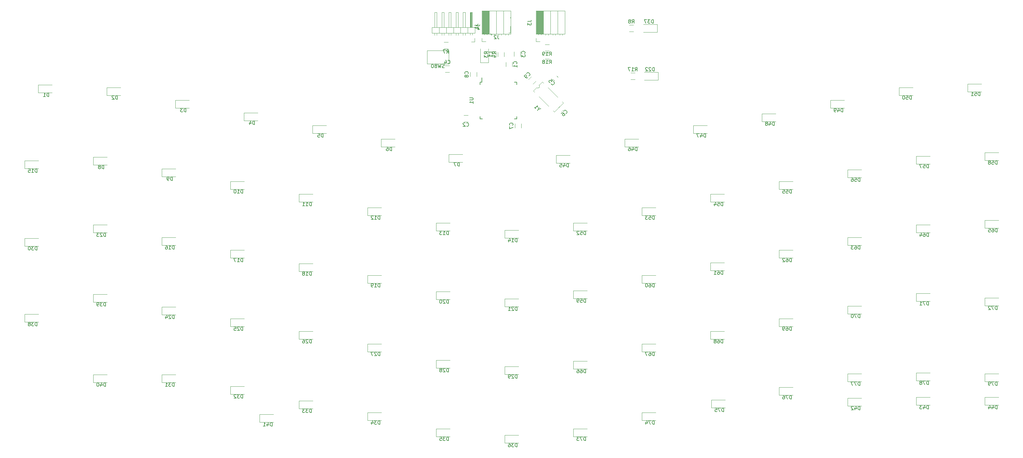
<source format=gbo>
G04 #@! TF.GenerationSoftware,KiCad,Pcbnew,(6.99.0-1603-g82820d4b1c)*
G04 #@! TF.CreationDate,2022-06-17T11:00:42+02:00*
G04 #@! TF.ProjectId,BalthazarKeyboard3-keycaps,42616c74-6861-47a6-9172-4b6579626f61,rev?*
G04 #@! TF.SameCoordinates,Original*
G04 #@! TF.FileFunction,Legend,Bot*
G04 #@! TF.FilePolarity,Positive*
%FSLAX46Y46*%
G04 Gerber Fmt 4.6, Leading zero omitted, Abs format (unit mm)*
G04 Created by KiCad (PCBNEW (6.99.0-1603-g82820d4b1c)) date 2022-06-17 11:00:42*
%MOMM*%
%LPD*%
G01*
G04 APERTURE LIST*
%ADD10C,0.150000*%
%ADD11C,0.120000*%
G04 APERTURE END LIST*
D10*
X142285380Y-68580095D02*
X143094904Y-68580095D01*
X143094904Y-68580095D02*
X143190142Y-68627714D01*
X143190142Y-68627714D02*
X143237761Y-68675333D01*
X143237761Y-68675333D02*
X143285380Y-68770571D01*
X143285380Y-68770571D02*
X143285380Y-68961047D01*
X143285380Y-68961047D02*
X143237761Y-69056285D01*
X143237761Y-69056285D02*
X143190142Y-69103904D01*
X143190142Y-69103904D02*
X143094904Y-69151523D01*
X143094904Y-69151523D02*
X142285380Y-69151523D01*
X143285380Y-70151523D02*
X143285380Y-69580095D01*
X143285380Y-69865809D02*
X142285380Y-69865809D01*
X142285380Y-69865809D02*
X142428238Y-69770571D01*
X142428238Y-69770571D02*
X142523476Y-69675333D01*
X142523476Y-69675333D02*
X142571095Y-69580095D01*
X150193333Y-50993880D02*
X150193333Y-51708166D01*
X150193333Y-51708166D02*
X150240952Y-51851023D01*
X150240952Y-51851023D02*
X150336190Y-51946261D01*
X150336190Y-51946261D02*
X150479047Y-51993880D01*
X150479047Y-51993880D02*
X150574285Y-51993880D01*
X149764761Y-51089119D02*
X149717142Y-51041500D01*
X149717142Y-51041500D02*
X149621904Y-50993880D01*
X149621904Y-50993880D02*
X149383809Y-50993880D01*
X149383809Y-50993880D02*
X149288571Y-51041500D01*
X149288571Y-51041500D02*
X149240952Y-51089119D01*
X149240952Y-51089119D02*
X149193333Y-51184357D01*
X149193333Y-51184357D02*
X149193333Y-51279595D01*
X149193333Y-51279595D02*
X149240952Y-51422452D01*
X149240952Y-51422452D02*
X149812380Y-51993880D01*
X149812380Y-51993880D02*
X149193333Y-51993880D01*
X271470285Y-156111380D02*
X271470285Y-155111380D01*
X271470285Y-155111380D02*
X271232190Y-155111380D01*
X271232190Y-155111380D02*
X271089333Y-155159000D01*
X271089333Y-155159000D02*
X270994095Y-155254238D01*
X270994095Y-155254238D02*
X270946476Y-155349476D01*
X270946476Y-155349476D02*
X270898857Y-155539952D01*
X270898857Y-155539952D02*
X270898857Y-155682809D01*
X270898857Y-155682809D02*
X270946476Y-155873285D01*
X270946476Y-155873285D02*
X270994095Y-155968523D01*
X270994095Y-155968523D02*
X271089333Y-156063761D01*
X271089333Y-156063761D02*
X271232190Y-156111380D01*
X271232190Y-156111380D02*
X271470285Y-156111380D01*
X270041714Y-155444714D02*
X270041714Y-156111380D01*
X270279809Y-155063761D02*
X270517904Y-155778047D01*
X270517904Y-155778047D02*
X269898857Y-155778047D01*
X269613142Y-155111380D02*
X268994095Y-155111380D01*
X268994095Y-155111380D02*
X269327428Y-155492333D01*
X269327428Y-155492333D02*
X269184571Y-155492333D01*
X269184571Y-155492333D02*
X269089333Y-155539952D01*
X269089333Y-155539952D02*
X269041714Y-155587571D01*
X269041714Y-155587571D02*
X268994095Y-155682809D01*
X268994095Y-155682809D02*
X268994095Y-155920904D01*
X268994095Y-155920904D02*
X269041714Y-156016142D01*
X269041714Y-156016142D02*
X269089333Y-156063761D01*
X269089333Y-156063761D02*
X269184571Y-156111380D01*
X269184571Y-156111380D02*
X269470285Y-156111380D01*
X269470285Y-156111380D02*
X269565523Y-156063761D01*
X269565523Y-156063761D02*
X269613142Y-156016142D01*
X187999666Y-47569380D02*
X188332999Y-47093190D01*
X188571094Y-47569380D02*
X188571094Y-46569380D01*
X188571094Y-46569380D02*
X188190142Y-46569380D01*
X188190142Y-46569380D02*
X188094904Y-46617000D01*
X188094904Y-46617000D02*
X188047285Y-46664619D01*
X188047285Y-46664619D02*
X187999666Y-46759857D01*
X187999666Y-46759857D02*
X187999666Y-46902714D01*
X187999666Y-46902714D02*
X188047285Y-46997952D01*
X188047285Y-46997952D02*
X188094904Y-47045571D01*
X188094904Y-47045571D02*
X188190142Y-47093190D01*
X188190142Y-47093190D02*
X188571094Y-47093190D01*
X187428237Y-46997952D02*
X187523475Y-46950333D01*
X187523475Y-46950333D02*
X187571094Y-46902714D01*
X187571094Y-46902714D02*
X187618713Y-46807476D01*
X187618713Y-46807476D02*
X187618713Y-46759857D01*
X187618713Y-46759857D02*
X187571094Y-46664619D01*
X187571094Y-46664619D02*
X187523475Y-46617000D01*
X187523475Y-46617000D02*
X187428237Y-46569380D01*
X187428237Y-46569380D02*
X187237761Y-46569380D01*
X187237761Y-46569380D02*
X187142523Y-46617000D01*
X187142523Y-46617000D02*
X187094904Y-46664619D01*
X187094904Y-46664619D02*
X187047285Y-46759857D01*
X187047285Y-46759857D02*
X187047285Y-46807476D01*
X187047285Y-46807476D02*
X187094904Y-46902714D01*
X187094904Y-46902714D02*
X187142523Y-46950333D01*
X187142523Y-46950333D02*
X187237761Y-46997952D01*
X187237761Y-46997952D02*
X187428237Y-46997952D01*
X187428237Y-46997952D02*
X187523475Y-47045571D01*
X187523475Y-47045571D02*
X187571094Y-47093190D01*
X187571094Y-47093190D02*
X187618713Y-47188428D01*
X187618713Y-47188428D02*
X187618713Y-47378904D01*
X187618713Y-47378904D02*
X187571094Y-47474142D01*
X187571094Y-47474142D02*
X187523475Y-47521761D01*
X187523475Y-47521761D02*
X187428237Y-47569380D01*
X187428237Y-47569380D02*
X187237761Y-47569380D01*
X187237761Y-47569380D02*
X187142523Y-47521761D01*
X187142523Y-47521761D02*
X187094904Y-47474142D01*
X187094904Y-47474142D02*
X187047285Y-47378904D01*
X187047285Y-47378904D02*
X187047285Y-47188428D01*
X187047285Y-47188428D02*
X187094904Y-47093190D01*
X187094904Y-47093190D02*
X187142523Y-47045571D01*
X187142523Y-47045571D02*
X187237761Y-46997952D01*
X158649380Y-47102666D02*
X159363666Y-47102666D01*
X159363666Y-47102666D02*
X159506523Y-47055047D01*
X159506523Y-47055047D02*
X159601761Y-46959809D01*
X159601761Y-46959809D02*
X159649380Y-46816952D01*
X159649380Y-46816952D02*
X159649380Y-46721714D01*
X158649380Y-47483619D02*
X158649380Y-48102666D01*
X158649380Y-48102666D02*
X159030333Y-47769333D01*
X159030333Y-47769333D02*
X159030333Y-47912190D01*
X159030333Y-47912190D02*
X159077952Y-48007428D01*
X159077952Y-48007428D02*
X159125571Y-48055047D01*
X159125571Y-48055047D02*
X159220809Y-48102666D01*
X159220809Y-48102666D02*
X159458904Y-48102666D01*
X159458904Y-48102666D02*
X159554142Y-48055047D01*
X159554142Y-48055047D02*
X159601761Y-48007428D01*
X159601761Y-48007428D02*
X159649380Y-47912190D01*
X159649380Y-47912190D02*
X159649380Y-47626476D01*
X159649380Y-47626476D02*
X159601761Y-47531238D01*
X159601761Y-47531238D02*
X159554142Y-47483619D01*
X157794142Y-56097333D02*
X157841761Y-56049714D01*
X157841761Y-56049714D02*
X157889380Y-55906857D01*
X157889380Y-55906857D02*
X157889380Y-55811619D01*
X157889380Y-55811619D02*
X157841761Y-55668762D01*
X157841761Y-55668762D02*
X157746523Y-55573524D01*
X157746523Y-55573524D02*
X157651285Y-55525905D01*
X157651285Y-55525905D02*
X157460809Y-55478286D01*
X157460809Y-55478286D02*
X157317952Y-55478286D01*
X157317952Y-55478286D02*
X157127476Y-55525905D01*
X157127476Y-55525905D02*
X157032238Y-55573524D01*
X157032238Y-55573524D02*
X156937000Y-55668762D01*
X156937000Y-55668762D02*
X156889380Y-55811619D01*
X156889380Y-55811619D02*
X156889380Y-55906857D01*
X156889380Y-55906857D02*
X156937000Y-56049714D01*
X156937000Y-56049714D02*
X156984619Y-56097333D01*
X156889380Y-56430667D02*
X156889380Y-57049714D01*
X156889380Y-57049714D02*
X157270333Y-56716381D01*
X157270333Y-56716381D02*
X157270333Y-56859238D01*
X157270333Y-56859238D02*
X157317952Y-56954476D01*
X157317952Y-56954476D02*
X157365571Y-57002095D01*
X157365571Y-57002095D02*
X157460809Y-57049714D01*
X157460809Y-57049714D02*
X157698904Y-57049714D01*
X157698904Y-57049714D02*
X157794142Y-57002095D01*
X157794142Y-57002095D02*
X157841761Y-56954476D01*
X157841761Y-56954476D02*
X157889380Y-56859238D01*
X157889380Y-56859238D02*
X157889380Y-56573524D01*
X157889380Y-56573524D02*
X157841761Y-56478286D01*
X157841761Y-56478286D02*
X157794142Y-56430667D01*
X23852094Y-68227380D02*
X23852094Y-67227380D01*
X23852094Y-67227380D02*
X23613999Y-67227380D01*
X23613999Y-67227380D02*
X23471142Y-67275000D01*
X23471142Y-67275000D02*
X23375904Y-67370238D01*
X23375904Y-67370238D02*
X23328285Y-67465476D01*
X23328285Y-67465476D02*
X23280666Y-67655952D01*
X23280666Y-67655952D02*
X23280666Y-67798809D01*
X23280666Y-67798809D02*
X23328285Y-67989285D01*
X23328285Y-67989285D02*
X23375904Y-68084523D01*
X23375904Y-68084523D02*
X23471142Y-68179761D01*
X23471142Y-68179761D02*
X23613999Y-68227380D01*
X23613999Y-68227380D02*
X23852094Y-68227380D01*
X22328285Y-68227380D02*
X22899713Y-68227380D01*
X22613999Y-68227380D02*
X22613999Y-67227380D01*
X22613999Y-67227380D02*
X22709237Y-67370238D01*
X22709237Y-67370238D02*
X22804475Y-67465476D01*
X22804475Y-67465476D02*
X22899713Y-67513095D01*
X43156094Y-68989380D02*
X43156094Y-67989380D01*
X43156094Y-67989380D02*
X42917999Y-67989380D01*
X42917999Y-67989380D02*
X42775142Y-68037000D01*
X42775142Y-68037000D02*
X42679904Y-68132238D01*
X42679904Y-68132238D02*
X42632285Y-68227476D01*
X42632285Y-68227476D02*
X42584666Y-68417952D01*
X42584666Y-68417952D02*
X42584666Y-68560809D01*
X42584666Y-68560809D02*
X42632285Y-68751285D01*
X42632285Y-68751285D02*
X42679904Y-68846523D01*
X42679904Y-68846523D02*
X42775142Y-68941761D01*
X42775142Y-68941761D02*
X42917999Y-68989380D01*
X42917999Y-68989380D02*
X43156094Y-68989380D01*
X42203713Y-68084619D02*
X42156094Y-68037000D01*
X42156094Y-68037000D02*
X42060856Y-67989380D01*
X42060856Y-67989380D02*
X41822761Y-67989380D01*
X41822761Y-67989380D02*
X41727523Y-68037000D01*
X41727523Y-68037000D02*
X41679904Y-68084619D01*
X41679904Y-68084619D02*
X41632285Y-68179857D01*
X41632285Y-68179857D02*
X41632285Y-68275095D01*
X41632285Y-68275095D02*
X41679904Y-68417952D01*
X41679904Y-68417952D02*
X42251332Y-68989380D01*
X42251332Y-68989380D02*
X41632285Y-68989380D01*
X62460094Y-72545380D02*
X62460094Y-71545380D01*
X62460094Y-71545380D02*
X62221999Y-71545380D01*
X62221999Y-71545380D02*
X62079142Y-71593000D01*
X62079142Y-71593000D02*
X61983904Y-71688238D01*
X61983904Y-71688238D02*
X61936285Y-71783476D01*
X61936285Y-71783476D02*
X61888666Y-71973952D01*
X61888666Y-71973952D02*
X61888666Y-72116809D01*
X61888666Y-72116809D02*
X61936285Y-72307285D01*
X61936285Y-72307285D02*
X61983904Y-72402523D01*
X61983904Y-72402523D02*
X62079142Y-72497761D01*
X62079142Y-72497761D02*
X62221999Y-72545380D01*
X62221999Y-72545380D02*
X62460094Y-72545380D01*
X61555332Y-71545380D02*
X60936285Y-71545380D01*
X60936285Y-71545380D02*
X61269618Y-71926333D01*
X61269618Y-71926333D02*
X61126761Y-71926333D01*
X61126761Y-71926333D02*
X61031523Y-71973952D01*
X61031523Y-71973952D02*
X60983904Y-72021571D01*
X60983904Y-72021571D02*
X60936285Y-72116809D01*
X60936285Y-72116809D02*
X60936285Y-72354904D01*
X60936285Y-72354904D02*
X60983904Y-72450142D01*
X60983904Y-72450142D02*
X61031523Y-72497761D01*
X61031523Y-72497761D02*
X61126761Y-72545380D01*
X61126761Y-72545380D02*
X61412475Y-72545380D01*
X61412475Y-72545380D02*
X61507713Y-72497761D01*
X61507713Y-72497761D02*
X61555332Y-72450142D01*
X81764094Y-76101380D02*
X81764094Y-75101380D01*
X81764094Y-75101380D02*
X81525999Y-75101380D01*
X81525999Y-75101380D02*
X81383142Y-75149000D01*
X81383142Y-75149000D02*
X81287904Y-75244238D01*
X81287904Y-75244238D02*
X81240285Y-75339476D01*
X81240285Y-75339476D02*
X81192666Y-75529952D01*
X81192666Y-75529952D02*
X81192666Y-75672809D01*
X81192666Y-75672809D02*
X81240285Y-75863285D01*
X81240285Y-75863285D02*
X81287904Y-75958523D01*
X81287904Y-75958523D02*
X81383142Y-76053761D01*
X81383142Y-76053761D02*
X81525999Y-76101380D01*
X81525999Y-76101380D02*
X81764094Y-76101380D01*
X80335523Y-75434714D02*
X80335523Y-76101380D01*
X80573618Y-75053761D02*
X80811713Y-75768047D01*
X80811713Y-75768047D02*
X80192666Y-75768047D01*
X101068094Y-79657380D02*
X101068094Y-78657380D01*
X101068094Y-78657380D02*
X100829999Y-78657380D01*
X100829999Y-78657380D02*
X100687142Y-78705000D01*
X100687142Y-78705000D02*
X100591904Y-78800238D01*
X100591904Y-78800238D02*
X100544285Y-78895476D01*
X100544285Y-78895476D02*
X100496666Y-79085952D01*
X100496666Y-79085952D02*
X100496666Y-79228809D01*
X100496666Y-79228809D02*
X100544285Y-79419285D01*
X100544285Y-79419285D02*
X100591904Y-79514523D01*
X100591904Y-79514523D02*
X100687142Y-79609761D01*
X100687142Y-79609761D02*
X100829999Y-79657380D01*
X100829999Y-79657380D02*
X101068094Y-79657380D01*
X99591904Y-78657380D02*
X100068094Y-78657380D01*
X100068094Y-78657380D02*
X100115713Y-79133571D01*
X100115713Y-79133571D02*
X100068094Y-79085952D01*
X100068094Y-79085952D02*
X99972856Y-79038333D01*
X99972856Y-79038333D02*
X99734761Y-79038333D01*
X99734761Y-79038333D02*
X99639523Y-79085952D01*
X99639523Y-79085952D02*
X99591904Y-79133571D01*
X99591904Y-79133571D02*
X99544285Y-79228809D01*
X99544285Y-79228809D02*
X99544285Y-79466904D01*
X99544285Y-79466904D02*
X99591904Y-79562142D01*
X99591904Y-79562142D02*
X99639523Y-79609761D01*
X99639523Y-79609761D02*
X99734761Y-79657380D01*
X99734761Y-79657380D02*
X99972856Y-79657380D01*
X99972856Y-79657380D02*
X100068094Y-79609761D01*
X100068094Y-79609761D02*
X100115713Y-79562142D01*
X120372094Y-83467380D02*
X120372094Y-82467380D01*
X120372094Y-82467380D02*
X120133999Y-82467380D01*
X120133999Y-82467380D02*
X119991142Y-82515000D01*
X119991142Y-82515000D02*
X119895904Y-82610238D01*
X119895904Y-82610238D02*
X119848285Y-82705476D01*
X119848285Y-82705476D02*
X119800666Y-82895952D01*
X119800666Y-82895952D02*
X119800666Y-83038809D01*
X119800666Y-83038809D02*
X119848285Y-83229285D01*
X119848285Y-83229285D02*
X119895904Y-83324523D01*
X119895904Y-83324523D02*
X119991142Y-83419761D01*
X119991142Y-83419761D02*
X120133999Y-83467380D01*
X120133999Y-83467380D02*
X120372094Y-83467380D01*
X118943523Y-82467380D02*
X119133999Y-82467380D01*
X119133999Y-82467380D02*
X119229237Y-82515000D01*
X119229237Y-82515000D02*
X119276856Y-82562619D01*
X119276856Y-82562619D02*
X119372094Y-82705476D01*
X119372094Y-82705476D02*
X119419713Y-82895952D01*
X119419713Y-82895952D02*
X119419713Y-83276904D01*
X119419713Y-83276904D02*
X119372094Y-83372142D01*
X119372094Y-83372142D02*
X119324475Y-83419761D01*
X119324475Y-83419761D02*
X119229237Y-83467380D01*
X119229237Y-83467380D02*
X119038761Y-83467380D01*
X119038761Y-83467380D02*
X118943523Y-83419761D01*
X118943523Y-83419761D02*
X118895904Y-83372142D01*
X118895904Y-83372142D02*
X118848285Y-83276904D01*
X118848285Y-83276904D02*
X118848285Y-83038809D01*
X118848285Y-83038809D02*
X118895904Y-82943571D01*
X118895904Y-82943571D02*
X118943523Y-82895952D01*
X118943523Y-82895952D02*
X119038761Y-82848333D01*
X119038761Y-82848333D02*
X119229237Y-82848333D01*
X119229237Y-82848333D02*
X119324475Y-82895952D01*
X119324475Y-82895952D02*
X119372094Y-82943571D01*
X119372094Y-82943571D02*
X119419713Y-83038809D01*
X139422094Y-87785380D02*
X139422094Y-86785380D01*
X139422094Y-86785380D02*
X139183999Y-86785380D01*
X139183999Y-86785380D02*
X139041142Y-86833000D01*
X139041142Y-86833000D02*
X138945904Y-86928238D01*
X138945904Y-86928238D02*
X138898285Y-87023476D01*
X138898285Y-87023476D02*
X138850666Y-87213952D01*
X138850666Y-87213952D02*
X138850666Y-87356809D01*
X138850666Y-87356809D02*
X138898285Y-87547285D01*
X138898285Y-87547285D02*
X138945904Y-87642523D01*
X138945904Y-87642523D02*
X139041142Y-87737761D01*
X139041142Y-87737761D02*
X139183999Y-87785380D01*
X139183999Y-87785380D02*
X139422094Y-87785380D01*
X138517332Y-86785380D02*
X137850666Y-86785380D01*
X137850666Y-86785380D02*
X138279237Y-87785380D01*
X39346094Y-88547380D02*
X39346094Y-87547380D01*
X39346094Y-87547380D02*
X39107999Y-87547380D01*
X39107999Y-87547380D02*
X38965142Y-87595000D01*
X38965142Y-87595000D02*
X38869904Y-87690238D01*
X38869904Y-87690238D02*
X38822285Y-87785476D01*
X38822285Y-87785476D02*
X38774666Y-87975952D01*
X38774666Y-87975952D02*
X38774666Y-88118809D01*
X38774666Y-88118809D02*
X38822285Y-88309285D01*
X38822285Y-88309285D02*
X38869904Y-88404523D01*
X38869904Y-88404523D02*
X38965142Y-88499761D01*
X38965142Y-88499761D02*
X39107999Y-88547380D01*
X39107999Y-88547380D02*
X39346094Y-88547380D01*
X38203237Y-87975952D02*
X38298475Y-87928333D01*
X38298475Y-87928333D02*
X38346094Y-87880714D01*
X38346094Y-87880714D02*
X38393713Y-87785476D01*
X38393713Y-87785476D02*
X38393713Y-87737857D01*
X38393713Y-87737857D02*
X38346094Y-87642619D01*
X38346094Y-87642619D02*
X38298475Y-87595000D01*
X38298475Y-87595000D02*
X38203237Y-87547380D01*
X38203237Y-87547380D02*
X38012761Y-87547380D01*
X38012761Y-87547380D02*
X37917523Y-87595000D01*
X37917523Y-87595000D02*
X37869904Y-87642619D01*
X37869904Y-87642619D02*
X37822285Y-87737857D01*
X37822285Y-87737857D02*
X37822285Y-87785476D01*
X37822285Y-87785476D02*
X37869904Y-87880714D01*
X37869904Y-87880714D02*
X37917523Y-87928333D01*
X37917523Y-87928333D02*
X38012761Y-87975952D01*
X38012761Y-87975952D02*
X38203237Y-87975952D01*
X38203237Y-87975952D02*
X38298475Y-88023571D01*
X38298475Y-88023571D02*
X38346094Y-88071190D01*
X38346094Y-88071190D02*
X38393713Y-88166428D01*
X38393713Y-88166428D02*
X38393713Y-88356904D01*
X38393713Y-88356904D02*
X38346094Y-88452142D01*
X38346094Y-88452142D02*
X38298475Y-88499761D01*
X38298475Y-88499761D02*
X38203237Y-88547380D01*
X38203237Y-88547380D02*
X38012761Y-88547380D01*
X38012761Y-88547380D02*
X37917523Y-88499761D01*
X37917523Y-88499761D02*
X37869904Y-88452142D01*
X37869904Y-88452142D02*
X37822285Y-88356904D01*
X37822285Y-88356904D02*
X37822285Y-88166428D01*
X37822285Y-88166428D02*
X37869904Y-88071190D01*
X37869904Y-88071190D02*
X37917523Y-88023571D01*
X37917523Y-88023571D02*
X38012761Y-87975952D01*
X58650094Y-91849380D02*
X58650094Y-90849380D01*
X58650094Y-90849380D02*
X58411999Y-90849380D01*
X58411999Y-90849380D02*
X58269142Y-90897000D01*
X58269142Y-90897000D02*
X58173904Y-90992238D01*
X58173904Y-90992238D02*
X58126285Y-91087476D01*
X58126285Y-91087476D02*
X58078666Y-91277952D01*
X58078666Y-91277952D02*
X58078666Y-91420809D01*
X58078666Y-91420809D02*
X58126285Y-91611285D01*
X58126285Y-91611285D02*
X58173904Y-91706523D01*
X58173904Y-91706523D02*
X58269142Y-91801761D01*
X58269142Y-91801761D02*
X58411999Y-91849380D01*
X58411999Y-91849380D02*
X58650094Y-91849380D01*
X57602475Y-91849380D02*
X57411999Y-91849380D01*
X57411999Y-91849380D02*
X57316761Y-91801761D01*
X57316761Y-91801761D02*
X57269142Y-91754142D01*
X57269142Y-91754142D02*
X57173904Y-91611285D01*
X57173904Y-91611285D02*
X57126285Y-91420809D01*
X57126285Y-91420809D02*
X57126285Y-91039857D01*
X57126285Y-91039857D02*
X57173904Y-90944619D01*
X57173904Y-90944619D02*
X57221523Y-90897000D01*
X57221523Y-90897000D02*
X57316761Y-90849380D01*
X57316761Y-90849380D02*
X57507237Y-90849380D01*
X57507237Y-90849380D02*
X57602475Y-90897000D01*
X57602475Y-90897000D02*
X57650094Y-90944619D01*
X57650094Y-90944619D02*
X57697713Y-91039857D01*
X57697713Y-91039857D02*
X57697713Y-91277952D01*
X57697713Y-91277952D02*
X57650094Y-91373190D01*
X57650094Y-91373190D02*
X57602475Y-91420809D01*
X57602475Y-91420809D02*
X57507237Y-91468428D01*
X57507237Y-91468428D02*
X57316761Y-91468428D01*
X57316761Y-91468428D02*
X57221523Y-91420809D01*
X57221523Y-91420809D02*
X57173904Y-91373190D01*
X57173904Y-91373190D02*
X57126285Y-91277952D01*
X78430285Y-95405380D02*
X78430285Y-94405380D01*
X78430285Y-94405380D02*
X78192190Y-94405380D01*
X78192190Y-94405380D02*
X78049333Y-94453000D01*
X78049333Y-94453000D02*
X77954095Y-94548238D01*
X77954095Y-94548238D02*
X77906476Y-94643476D01*
X77906476Y-94643476D02*
X77858857Y-94833952D01*
X77858857Y-94833952D02*
X77858857Y-94976809D01*
X77858857Y-94976809D02*
X77906476Y-95167285D01*
X77906476Y-95167285D02*
X77954095Y-95262523D01*
X77954095Y-95262523D02*
X78049333Y-95357761D01*
X78049333Y-95357761D02*
X78192190Y-95405380D01*
X78192190Y-95405380D02*
X78430285Y-95405380D01*
X76906476Y-95405380D02*
X77477904Y-95405380D01*
X77192190Y-95405380D02*
X77192190Y-94405380D01*
X77192190Y-94405380D02*
X77287428Y-94548238D01*
X77287428Y-94548238D02*
X77382666Y-94643476D01*
X77382666Y-94643476D02*
X77477904Y-94691095D01*
X76287428Y-94405380D02*
X76192190Y-94405380D01*
X76192190Y-94405380D02*
X76096952Y-94453000D01*
X76096952Y-94453000D02*
X76049333Y-94500619D01*
X76049333Y-94500619D02*
X76001714Y-94595857D01*
X76001714Y-94595857D02*
X75954095Y-94786333D01*
X75954095Y-94786333D02*
X75954095Y-95024428D01*
X75954095Y-95024428D02*
X76001714Y-95214904D01*
X76001714Y-95214904D02*
X76049333Y-95310142D01*
X76049333Y-95310142D02*
X76096952Y-95357761D01*
X76096952Y-95357761D02*
X76192190Y-95405380D01*
X76192190Y-95405380D02*
X76287428Y-95405380D01*
X76287428Y-95405380D02*
X76382666Y-95357761D01*
X76382666Y-95357761D02*
X76430285Y-95310142D01*
X76430285Y-95310142D02*
X76477904Y-95214904D01*
X76477904Y-95214904D02*
X76525523Y-95024428D01*
X76525523Y-95024428D02*
X76525523Y-94786333D01*
X76525523Y-94786333D02*
X76477904Y-94595857D01*
X76477904Y-94595857D02*
X76430285Y-94500619D01*
X76430285Y-94500619D02*
X76382666Y-94453000D01*
X76382666Y-94453000D02*
X76287428Y-94405380D01*
X97734285Y-98961380D02*
X97734285Y-97961380D01*
X97734285Y-97961380D02*
X97496190Y-97961380D01*
X97496190Y-97961380D02*
X97353333Y-98009000D01*
X97353333Y-98009000D02*
X97258095Y-98104238D01*
X97258095Y-98104238D02*
X97210476Y-98199476D01*
X97210476Y-98199476D02*
X97162857Y-98389952D01*
X97162857Y-98389952D02*
X97162857Y-98532809D01*
X97162857Y-98532809D02*
X97210476Y-98723285D01*
X97210476Y-98723285D02*
X97258095Y-98818523D01*
X97258095Y-98818523D02*
X97353333Y-98913761D01*
X97353333Y-98913761D02*
X97496190Y-98961380D01*
X97496190Y-98961380D02*
X97734285Y-98961380D01*
X96210476Y-98961380D02*
X96781904Y-98961380D01*
X96496190Y-98961380D02*
X96496190Y-97961380D01*
X96496190Y-97961380D02*
X96591428Y-98104238D01*
X96591428Y-98104238D02*
X96686666Y-98199476D01*
X96686666Y-98199476D02*
X96781904Y-98247095D01*
X95258095Y-98961380D02*
X95829523Y-98961380D01*
X95543809Y-98961380D02*
X95543809Y-97961380D01*
X95543809Y-97961380D02*
X95639047Y-98104238D01*
X95639047Y-98104238D02*
X95734285Y-98199476D01*
X95734285Y-98199476D02*
X95829523Y-98247095D01*
X117038285Y-102771380D02*
X117038285Y-101771380D01*
X117038285Y-101771380D02*
X116800190Y-101771380D01*
X116800190Y-101771380D02*
X116657333Y-101819000D01*
X116657333Y-101819000D02*
X116562095Y-101914238D01*
X116562095Y-101914238D02*
X116514476Y-102009476D01*
X116514476Y-102009476D02*
X116466857Y-102199952D01*
X116466857Y-102199952D02*
X116466857Y-102342809D01*
X116466857Y-102342809D02*
X116514476Y-102533285D01*
X116514476Y-102533285D02*
X116562095Y-102628523D01*
X116562095Y-102628523D02*
X116657333Y-102723761D01*
X116657333Y-102723761D02*
X116800190Y-102771380D01*
X116800190Y-102771380D02*
X117038285Y-102771380D01*
X115514476Y-102771380D02*
X116085904Y-102771380D01*
X115800190Y-102771380D02*
X115800190Y-101771380D01*
X115800190Y-101771380D02*
X115895428Y-101914238D01*
X115895428Y-101914238D02*
X115990666Y-102009476D01*
X115990666Y-102009476D02*
X116085904Y-102057095D01*
X115133523Y-101866619D02*
X115085904Y-101819000D01*
X115085904Y-101819000D02*
X114990666Y-101771380D01*
X114990666Y-101771380D02*
X114752571Y-101771380D01*
X114752571Y-101771380D02*
X114657333Y-101819000D01*
X114657333Y-101819000D02*
X114609714Y-101866619D01*
X114609714Y-101866619D02*
X114562095Y-101961857D01*
X114562095Y-101961857D02*
X114562095Y-102057095D01*
X114562095Y-102057095D02*
X114609714Y-102199952D01*
X114609714Y-102199952D02*
X115181142Y-102771380D01*
X115181142Y-102771380D02*
X114562095Y-102771380D01*
X136342285Y-107089380D02*
X136342285Y-106089380D01*
X136342285Y-106089380D02*
X136104190Y-106089380D01*
X136104190Y-106089380D02*
X135961333Y-106137000D01*
X135961333Y-106137000D02*
X135866095Y-106232238D01*
X135866095Y-106232238D02*
X135818476Y-106327476D01*
X135818476Y-106327476D02*
X135770857Y-106517952D01*
X135770857Y-106517952D02*
X135770857Y-106660809D01*
X135770857Y-106660809D02*
X135818476Y-106851285D01*
X135818476Y-106851285D02*
X135866095Y-106946523D01*
X135866095Y-106946523D02*
X135961333Y-107041761D01*
X135961333Y-107041761D02*
X136104190Y-107089380D01*
X136104190Y-107089380D02*
X136342285Y-107089380D01*
X134818476Y-107089380D02*
X135389904Y-107089380D01*
X135104190Y-107089380D02*
X135104190Y-106089380D01*
X135104190Y-106089380D02*
X135199428Y-106232238D01*
X135199428Y-106232238D02*
X135294666Y-106327476D01*
X135294666Y-106327476D02*
X135389904Y-106375095D01*
X134485142Y-106089380D02*
X133866095Y-106089380D01*
X133866095Y-106089380D02*
X134199428Y-106470333D01*
X134199428Y-106470333D02*
X134056571Y-106470333D01*
X134056571Y-106470333D02*
X133961333Y-106517952D01*
X133961333Y-106517952D02*
X133913714Y-106565571D01*
X133913714Y-106565571D02*
X133866095Y-106660809D01*
X133866095Y-106660809D02*
X133866095Y-106898904D01*
X133866095Y-106898904D02*
X133913714Y-106994142D01*
X133913714Y-106994142D02*
X133961333Y-107041761D01*
X133961333Y-107041761D02*
X134056571Y-107089380D01*
X134056571Y-107089380D02*
X134342285Y-107089380D01*
X134342285Y-107089380D02*
X134437523Y-107041761D01*
X134437523Y-107041761D02*
X134485142Y-106994142D01*
X155646285Y-109121380D02*
X155646285Y-108121380D01*
X155646285Y-108121380D02*
X155408190Y-108121380D01*
X155408190Y-108121380D02*
X155265333Y-108169000D01*
X155265333Y-108169000D02*
X155170095Y-108264238D01*
X155170095Y-108264238D02*
X155122476Y-108359476D01*
X155122476Y-108359476D02*
X155074857Y-108549952D01*
X155074857Y-108549952D02*
X155074857Y-108692809D01*
X155074857Y-108692809D02*
X155122476Y-108883285D01*
X155122476Y-108883285D02*
X155170095Y-108978523D01*
X155170095Y-108978523D02*
X155265333Y-109073761D01*
X155265333Y-109073761D02*
X155408190Y-109121380D01*
X155408190Y-109121380D02*
X155646285Y-109121380D01*
X154122476Y-109121380D02*
X154693904Y-109121380D01*
X154408190Y-109121380D02*
X154408190Y-108121380D01*
X154408190Y-108121380D02*
X154503428Y-108264238D01*
X154503428Y-108264238D02*
X154598666Y-108359476D01*
X154598666Y-108359476D02*
X154693904Y-108407095D01*
X153265333Y-108454714D02*
X153265333Y-109121380D01*
X153503428Y-108073761D02*
X153741523Y-108788047D01*
X153741523Y-108788047D02*
X153122476Y-108788047D01*
X20518285Y-89563380D02*
X20518285Y-88563380D01*
X20518285Y-88563380D02*
X20280190Y-88563380D01*
X20280190Y-88563380D02*
X20137333Y-88611000D01*
X20137333Y-88611000D02*
X20042095Y-88706238D01*
X20042095Y-88706238D02*
X19994476Y-88801476D01*
X19994476Y-88801476D02*
X19946857Y-88991952D01*
X19946857Y-88991952D02*
X19946857Y-89134809D01*
X19946857Y-89134809D02*
X19994476Y-89325285D01*
X19994476Y-89325285D02*
X20042095Y-89420523D01*
X20042095Y-89420523D02*
X20137333Y-89515761D01*
X20137333Y-89515761D02*
X20280190Y-89563380D01*
X20280190Y-89563380D02*
X20518285Y-89563380D01*
X18994476Y-89563380D02*
X19565904Y-89563380D01*
X19280190Y-89563380D02*
X19280190Y-88563380D01*
X19280190Y-88563380D02*
X19375428Y-88706238D01*
X19375428Y-88706238D02*
X19470666Y-88801476D01*
X19470666Y-88801476D02*
X19565904Y-88849095D01*
X18089714Y-88563380D02*
X18565904Y-88563380D01*
X18565904Y-88563380D02*
X18613523Y-89039571D01*
X18613523Y-89039571D02*
X18565904Y-88991952D01*
X18565904Y-88991952D02*
X18470666Y-88944333D01*
X18470666Y-88944333D02*
X18232571Y-88944333D01*
X18232571Y-88944333D02*
X18137333Y-88991952D01*
X18137333Y-88991952D02*
X18089714Y-89039571D01*
X18089714Y-89039571D02*
X18042095Y-89134809D01*
X18042095Y-89134809D02*
X18042095Y-89372904D01*
X18042095Y-89372904D02*
X18089714Y-89468142D01*
X18089714Y-89468142D02*
X18137333Y-89515761D01*
X18137333Y-89515761D02*
X18232571Y-89563380D01*
X18232571Y-89563380D02*
X18470666Y-89563380D01*
X18470666Y-89563380D02*
X18565904Y-89515761D01*
X18565904Y-89515761D02*
X18613523Y-89468142D01*
X59126285Y-111153380D02*
X59126285Y-110153380D01*
X59126285Y-110153380D02*
X58888190Y-110153380D01*
X58888190Y-110153380D02*
X58745333Y-110201000D01*
X58745333Y-110201000D02*
X58650095Y-110296238D01*
X58650095Y-110296238D02*
X58602476Y-110391476D01*
X58602476Y-110391476D02*
X58554857Y-110581952D01*
X58554857Y-110581952D02*
X58554857Y-110724809D01*
X58554857Y-110724809D02*
X58602476Y-110915285D01*
X58602476Y-110915285D02*
X58650095Y-111010523D01*
X58650095Y-111010523D02*
X58745333Y-111105761D01*
X58745333Y-111105761D02*
X58888190Y-111153380D01*
X58888190Y-111153380D02*
X59126285Y-111153380D01*
X57602476Y-111153380D02*
X58173904Y-111153380D01*
X57888190Y-111153380D02*
X57888190Y-110153380D01*
X57888190Y-110153380D02*
X57983428Y-110296238D01*
X57983428Y-110296238D02*
X58078666Y-110391476D01*
X58078666Y-110391476D02*
X58173904Y-110439095D01*
X56745333Y-110153380D02*
X56935809Y-110153380D01*
X56935809Y-110153380D02*
X57031047Y-110201000D01*
X57031047Y-110201000D02*
X57078666Y-110248619D01*
X57078666Y-110248619D02*
X57173904Y-110391476D01*
X57173904Y-110391476D02*
X57221523Y-110581952D01*
X57221523Y-110581952D02*
X57221523Y-110962904D01*
X57221523Y-110962904D02*
X57173904Y-111058142D01*
X57173904Y-111058142D02*
X57126285Y-111105761D01*
X57126285Y-111105761D02*
X57031047Y-111153380D01*
X57031047Y-111153380D02*
X56840571Y-111153380D01*
X56840571Y-111153380D02*
X56745333Y-111105761D01*
X56745333Y-111105761D02*
X56697714Y-111058142D01*
X56697714Y-111058142D02*
X56650095Y-110962904D01*
X56650095Y-110962904D02*
X56650095Y-110724809D01*
X56650095Y-110724809D02*
X56697714Y-110629571D01*
X56697714Y-110629571D02*
X56745333Y-110581952D01*
X56745333Y-110581952D02*
X56840571Y-110534333D01*
X56840571Y-110534333D02*
X57031047Y-110534333D01*
X57031047Y-110534333D02*
X57126285Y-110581952D01*
X57126285Y-110581952D02*
X57173904Y-110629571D01*
X57173904Y-110629571D02*
X57221523Y-110724809D01*
X78430285Y-114709380D02*
X78430285Y-113709380D01*
X78430285Y-113709380D02*
X78192190Y-113709380D01*
X78192190Y-113709380D02*
X78049333Y-113757000D01*
X78049333Y-113757000D02*
X77954095Y-113852238D01*
X77954095Y-113852238D02*
X77906476Y-113947476D01*
X77906476Y-113947476D02*
X77858857Y-114137952D01*
X77858857Y-114137952D02*
X77858857Y-114280809D01*
X77858857Y-114280809D02*
X77906476Y-114471285D01*
X77906476Y-114471285D02*
X77954095Y-114566523D01*
X77954095Y-114566523D02*
X78049333Y-114661761D01*
X78049333Y-114661761D02*
X78192190Y-114709380D01*
X78192190Y-114709380D02*
X78430285Y-114709380D01*
X76906476Y-114709380D02*
X77477904Y-114709380D01*
X77192190Y-114709380D02*
X77192190Y-113709380D01*
X77192190Y-113709380D02*
X77287428Y-113852238D01*
X77287428Y-113852238D02*
X77382666Y-113947476D01*
X77382666Y-113947476D02*
X77477904Y-113995095D01*
X76573142Y-113709380D02*
X75906476Y-113709380D01*
X75906476Y-113709380D02*
X76335047Y-114709380D01*
X97734285Y-118519380D02*
X97734285Y-117519380D01*
X97734285Y-117519380D02*
X97496190Y-117519380D01*
X97496190Y-117519380D02*
X97353333Y-117567000D01*
X97353333Y-117567000D02*
X97258095Y-117662238D01*
X97258095Y-117662238D02*
X97210476Y-117757476D01*
X97210476Y-117757476D02*
X97162857Y-117947952D01*
X97162857Y-117947952D02*
X97162857Y-118090809D01*
X97162857Y-118090809D02*
X97210476Y-118281285D01*
X97210476Y-118281285D02*
X97258095Y-118376523D01*
X97258095Y-118376523D02*
X97353333Y-118471761D01*
X97353333Y-118471761D02*
X97496190Y-118519380D01*
X97496190Y-118519380D02*
X97734285Y-118519380D01*
X96210476Y-118519380D02*
X96781904Y-118519380D01*
X96496190Y-118519380D02*
X96496190Y-117519380D01*
X96496190Y-117519380D02*
X96591428Y-117662238D01*
X96591428Y-117662238D02*
X96686666Y-117757476D01*
X96686666Y-117757476D02*
X96781904Y-117805095D01*
X95639047Y-117947952D02*
X95734285Y-117900333D01*
X95734285Y-117900333D02*
X95781904Y-117852714D01*
X95781904Y-117852714D02*
X95829523Y-117757476D01*
X95829523Y-117757476D02*
X95829523Y-117709857D01*
X95829523Y-117709857D02*
X95781904Y-117614619D01*
X95781904Y-117614619D02*
X95734285Y-117567000D01*
X95734285Y-117567000D02*
X95639047Y-117519380D01*
X95639047Y-117519380D02*
X95448571Y-117519380D01*
X95448571Y-117519380D02*
X95353333Y-117567000D01*
X95353333Y-117567000D02*
X95305714Y-117614619D01*
X95305714Y-117614619D02*
X95258095Y-117709857D01*
X95258095Y-117709857D02*
X95258095Y-117757476D01*
X95258095Y-117757476D02*
X95305714Y-117852714D01*
X95305714Y-117852714D02*
X95353333Y-117900333D01*
X95353333Y-117900333D02*
X95448571Y-117947952D01*
X95448571Y-117947952D02*
X95639047Y-117947952D01*
X95639047Y-117947952D02*
X95734285Y-117995571D01*
X95734285Y-117995571D02*
X95781904Y-118043190D01*
X95781904Y-118043190D02*
X95829523Y-118138428D01*
X95829523Y-118138428D02*
X95829523Y-118328904D01*
X95829523Y-118328904D02*
X95781904Y-118424142D01*
X95781904Y-118424142D02*
X95734285Y-118471761D01*
X95734285Y-118471761D02*
X95639047Y-118519380D01*
X95639047Y-118519380D02*
X95448571Y-118519380D01*
X95448571Y-118519380D02*
X95353333Y-118471761D01*
X95353333Y-118471761D02*
X95305714Y-118424142D01*
X95305714Y-118424142D02*
X95258095Y-118328904D01*
X95258095Y-118328904D02*
X95258095Y-118138428D01*
X95258095Y-118138428D02*
X95305714Y-118043190D01*
X95305714Y-118043190D02*
X95353333Y-117995571D01*
X95353333Y-117995571D02*
X95448571Y-117947952D01*
X117038285Y-121821380D02*
X117038285Y-120821380D01*
X117038285Y-120821380D02*
X116800190Y-120821380D01*
X116800190Y-120821380D02*
X116657333Y-120869000D01*
X116657333Y-120869000D02*
X116562095Y-120964238D01*
X116562095Y-120964238D02*
X116514476Y-121059476D01*
X116514476Y-121059476D02*
X116466857Y-121249952D01*
X116466857Y-121249952D02*
X116466857Y-121392809D01*
X116466857Y-121392809D02*
X116514476Y-121583285D01*
X116514476Y-121583285D02*
X116562095Y-121678523D01*
X116562095Y-121678523D02*
X116657333Y-121773761D01*
X116657333Y-121773761D02*
X116800190Y-121821380D01*
X116800190Y-121821380D02*
X117038285Y-121821380D01*
X115514476Y-121821380D02*
X116085904Y-121821380D01*
X115800190Y-121821380D02*
X115800190Y-120821380D01*
X115800190Y-120821380D02*
X115895428Y-120964238D01*
X115895428Y-120964238D02*
X115990666Y-121059476D01*
X115990666Y-121059476D02*
X116085904Y-121107095D01*
X115038285Y-121821380D02*
X114847809Y-121821380D01*
X114847809Y-121821380D02*
X114752571Y-121773761D01*
X114752571Y-121773761D02*
X114704952Y-121726142D01*
X114704952Y-121726142D02*
X114609714Y-121583285D01*
X114609714Y-121583285D02*
X114562095Y-121392809D01*
X114562095Y-121392809D02*
X114562095Y-121011857D01*
X114562095Y-121011857D02*
X114609714Y-120916619D01*
X114609714Y-120916619D02*
X114657333Y-120869000D01*
X114657333Y-120869000D02*
X114752571Y-120821380D01*
X114752571Y-120821380D02*
X114943047Y-120821380D01*
X114943047Y-120821380D02*
X115038285Y-120869000D01*
X115038285Y-120869000D02*
X115085904Y-120916619D01*
X115085904Y-120916619D02*
X115133523Y-121011857D01*
X115133523Y-121011857D02*
X115133523Y-121249952D01*
X115133523Y-121249952D02*
X115085904Y-121345190D01*
X115085904Y-121345190D02*
X115038285Y-121392809D01*
X115038285Y-121392809D02*
X114943047Y-121440428D01*
X114943047Y-121440428D02*
X114752571Y-121440428D01*
X114752571Y-121440428D02*
X114657333Y-121392809D01*
X114657333Y-121392809D02*
X114609714Y-121345190D01*
X114609714Y-121345190D02*
X114562095Y-121249952D01*
X136342285Y-126393380D02*
X136342285Y-125393380D01*
X136342285Y-125393380D02*
X136104190Y-125393380D01*
X136104190Y-125393380D02*
X135961333Y-125441000D01*
X135961333Y-125441000D02*
X135866095Y-125536238D01*
X135866095Y-125536238D02*
X135818476Y-125631476D01*
X135818476Y-125631476D02*
X135770857Y-125821952D01*
X135770857Y-125821952D02*
X135770857Y-125964809D01*
X135770857Y-125964809D02*
X135818476Y-126155285D01*
X135818476Y-126155285D02*
X135866095Y-126250523D01*
X135866095Y-126250523D02*
X135961333Y-126345761D01*
X135961333Y-126345761D02*
X136104190Y-126393380D01*
X136104190Y-126393380D02*
X136342285Y-126393380D01*
X135389904Y-125488619D02*
X135342285Y-125441000D01*
X135342285Y-125441000D02*
X135247047Y-125393380D01*
X135247047Y-125393380D02*
X135008952Y-125393380D01*
X135008952Y-125393380D02*
X134913714Y-125441000D01*
X134913714Y-125441000D02*
X134866095Y-125488619D01*
X134866095Y-125488619D02*
X134818476Y-125583857D01*
X134818476Y-125583857D02*
X134818476Y-125679095D01*
X134818476Y-125679095D02*
X134866095Y-125821952D01*
X134866095Y-125821952D02*
X135437523Y-126393380D01*
X135437523Y-126393380D02*
X134818476Y-126393380D01*
X134199428Y-125393380D02*
X134104190Y-125393380D01*
X134104190Y-125393380D02*
X134008952Y-125441000D01*
X134008952Y-125441000D02*
X133961333Y-125488619D01*
X133961333Y-125488619D02*
X133913714Y-125583857D01*
X133913714Y-125583857D02*
X133866095Y-125774333D01*
X133866095Y-125774333D02*
X133866095Y-126012428D01*
X133866095Y-126012428D02*
X133913714Y-126202904D01*
X133913714Y-126202904D02*
X133961333Y-126298142D01*
X133961333Y-126298142D02*
X134008952Y-126345761D01*
X134008952Y-126345761D02*
X134104190Y-126393380D01*
X134104190Y-126393380D02*
X134199428Y-126393380D01*
X134199428Y-126393380D02*
X134294666Y-126345761D01*
X134294666Y-126345761D02*
X134342285Y-126298142D01*
X134342285Y-126298142D02*
X134389904Y-126202904D01*
X134389904Y-126202904D02*
X134437523Y-126012428D01*
X134437523Y-126012428D02*
X134437523Y-125774333D01*
X134437523Y-125774333D02*
X134389904Y-125583857D01*
X134389904Y-125583857D02*
X134342285Y-125488619D01*
X134342285Y-125488619D02*
X134294666Y-125441000D01*
X134294666Y-125441000D02*
X134199428Y-125393380D01*
X155646285Y-128425380D02*
X155646285Y-127425380D01*
X155646285Y-127425380D02*
X155408190Y-127425380D01*
X155408190Y-127425380D02*
X155265333Y-127473000D01*
X155265333Y-127473000D02*
X155170095Y-127568238D01*
X155170095Y-127568238D02*
X155122476Y-127663476D01*
X155122476Y-127663476D02*
X155074857Y-127853952D01*
X155074857Y-127853952D02*
X155074857Y-127996809D01*
X155074857Y-127996809D02*
X155122476Y-128187285D01*
X155122476Y-128187285D02*
X155170095Y-128282523D01*
X155170095Y-128282523D02*
X155265333Y-128377761D01*
X155265333Y-128377761D02*
X155408190Y-128425380D01*
X155408190Y-128425380D02*
X155646285Y-128425380D01*
X154693904Y-127520619D02*
X154646285Y-127473000D01*
X154646285Y-127473000D02*
X154551047Y-127425380D01*
X154551047Y-127425380D02*
X154312952Y-127425380D01*
X154312952Y-127425380D02*
X154217714Y-127473000D01*
X154217714Y-127473000D02*
X154170095Y-127520619D01*
X154170095Y-127520619D02*
X154122476Y-127615857D01*
X154122476Y-127615857D02*
X154122476Y-127711095D01*
X154122476Y-127711095D02*
X154170095Y-127853952D01*
X154170095Y-127853952D02*
X154741523Y-128425380D01*
X154741523Y-128425380D02*
X154122476Y-128425380D01*
X153170095Y-128425380D02*
X153741523Y-128425380D01*
X153455809Y-128425380D02*
X153455809Y-127425380D01*
X153455809Y-127425380D02*
X153551047Y-127568238D01*
X153551047Y-127568238D02*
X153646285Y-127663476D01*
X153646285Y-127663476D02*
X153741523Y-127711095D01*
X39822285Y-107597380D02*
X39822285Y-106597380D01*
X39822285Y-106597380D02*
X39584190Y-106597380D01*
X39584190Y-106597380D02*
X39441333Y-106645000D01*
X39441333Y-106645000D02*
X39346095Y-106740238D01*
X39346095Y-106740238D02*
X39298476Y-106835476D01*
X39298476Y-106835476D02*
X39250857Y-107025952D01*
X39250857Y-107025952D02*
X39250857Y-107168809D01*
X39250857Y-107168809D02*
X39298476Y-107359285D01*
X39298476Y-107359285D02*
X39346095Y-107454523D01*
X39346095Y-107454523D02*
X39441333Y-107549761D01*
X39441333Y-107549761D02*
X39584190Y-107597380D01*
X39584190Y-107597380D02*
X39822285Y-107597380D01*
X38869904Y-106692619D02*
X38822285Y-106645000D01*
X38822285Y-106645000D02*
X38727047Y-106597380D01*
X38727047Y-106597380D02*
X38488952Y-106597380D01*
X38488952Y-106597380D02*
X38393714Y-106645000D01*
X38393714Y-106645000D02*
X38346095Y-106692619D01*
X38346095Y-106692619D02*
X38298476Y-106787857D01*
X38298476Y-106787857D02*
X38298476Y-106883095D01*
X38298476Y-106883095D02*
X38346095Y-107025952D01*
X38346095Y-107025952D02*
X38917523Y-107597380D01*
X38917523Y-107597380D02*
X38298476Y-107597380D01*
X37965142Y-106597380D02*
X37346095Y-106597380D01*
X37346095Y-106597380D02*
X37679428Y-106978333D01*
X37679428Y-106978333D02*
X37536571Y-106978333D01*
X37536571Y-106978333D02*
X37441333Y-107025952D01*
X37441333Y-107025952D02*
X37393714Y-107073571D01*
X37393714Y-107073571D02*
X37346095Y-107168809D01*
X37346095Y-107168809D02*
X37346095Y-107406904D01*
X37346095Y-107406904D02*
X37393714Y-107502142D01*
X37393714Y-107502142D02*
X37441333Y-107549761D01*
X37441333Y-107549761D02*
X37536571Y-107597380D01*
X37536571Y-107597380D02*
X37822285Y-107597380D01*
X37822285Y-107597380D02*
X37917523Y-107549761D01*
X37917523Y-107549761D02*
X37965142Y-107502142D01*
X59126285Y-130711380D02*
X59126285Y-129711380D01*
X59126285Y-129711380D02*
X58888190Y-129711380D01*
X58888190Y-129711380D02*
X58745333Y-129759000D01*
X58745333Y-129759000D02*
X58650095Y-129854238D01*
X58650095Y-129854238D02*
X58602476Y-129949476D01*
X58602476Y-129949476D02*
X58554857Y-130139952D01*
X58554857Y-130139952D02*
X58554857Y-130282809D01*
X58554857Y-130282809D02*
X58602476Y-130473285D01*
X58602476Y-130473285D02*
X58650095Y-130568523D01*
X58650095Y-130568523D02*
X58745333Y-130663761D01*
X58745333Y-130663761D02*
X58888190Y-130711380D01*
X58888190Y-130711380D02*
X59126285Y-130711380D01*
X58173904Y-129806619D02*
X58126285Y-129759000D01*
X58126285Y-129759000D02*
X58031047Y-129711380D01*
X58031047Y-129711380D02*
X57792952Y-129711380D01*
X57792952Y-129711380D02*
X57697714Y-129759000D01*
X57697714Y-129759000D02*
X57650095Y-129806619D01*
X57650095Y-129806619D02*
X57602476Y-129901857D01*
X57602476Y-129901857D02*
X57602476Y-129997095D01*
X57602476Y-129997095D02*
X57650095Y-130139952D01*
X57650095Y-130139952D02*
X58221523Y-130711380D01*
X58221523Y-130711380D02*
X57602476Y-130711380D01*
X56745333Y-130044714D02*
X56745333Y-130711380D01*
X56983428Y-129663761D02*
X57221523Y-130378047D01*
X57221523Y-130378047D02*
X56602476Y-130378047D01*
X78430285Y-134013380D02*
X78430285Y-133013380D01*
X78430285Y-133013380D02*
X78192190Y-133013380D01*
X78192190Y-133013380D02*
X78049333Y-133061000D01*
X78049333Y-133061000D02*
X77954095Y-133156238D01*
X77954095Y-133156238D02*
X77906476Y-133251476D01*
X77906476Y-133251476D02*
X77858857Y-133441952D01*
X77858857Y-133441952D02*
X77858857Y-133584809D01*
X77858857Y-133584809D02*
X77906476Y-133775285D01*
X77906476Y-133775285D02*
X77954095Y-133870523D01*
X77954095Y-133870523D02*
X78049333Y-133965761D01*
X78049333Y-133965761D02*
X78192190Y-134013380D01*
X78192190Y-134013380D02*
X78430285Y-134013380D01*
X77477904Y-133108619D02*
X77430285Y-133061000D01*
X77430285Y-133061000D02*
X77335047Y-133013380D01*
X77335047Y-133013380D02*
X77096952Y-133013380D01*
X77096952Y-133013380D02*
X77001714Y-133061000D01*
X77001714Y-133061000D02*
X76954095Y-133108619D01*
X76954095Y-133108619D02*
X76906476Y-133203857D01*
X76906476Y-133203857D02*
X76906476Y-133299095D01*
X76906476Y-133299095D02*
X76954095Y-133441952D01*
X76954095Y-133441952D02*
X77525523Y-134013380D01*
X77525523Y-134013380D02*
X76906476Y-134013380D01*
X76001714Y-133013380D02*
X76477904Y-133013380D01*
X76477904Y-133013380D02*
X76525523Y-133489571D01*
X76525523Y-133489571D02*
X76477904Y-133441952D01*
X76477904Y-133441952D02*
X76382666Y-133394333D01*
X76382666Y-133394333D02*
X76144571Y-133394333D01*
X76144571Y-133394333D02*
X76049333Y-133441952D01*
X76049333Y-133441952D02*
X76001714Y-133489571D01*
X76001714Y-133489571D02*
X75954095Y-133584809D01*
X75954095Y-133584809D02*
X75954095Y-133822904D01*
X75954095Y-133822904D02*
X76001714Y-133918142D01*
X76001714Y-133918142D02*
X76049333Y-133965761D01*
X76049333Y-133965761D02*
X76144571Y-134013380D01*
X76144571Y-134013380D02*
X76382666Y-134013380D01*
X76382666Y-134013380D02*
X76477904Y-133965761D01*
X76477904Y-133965761D02*
X76525523Y-133918142D01*
X97734285Y-137569380D02*
X97734285Y-136569380D01*
X97734285Y-136569380D02*
X97496190Y-136569380D01*
X97496190Y-136569380D02*
X97353333Y-136617000D01*
X97353333Y-136617000D02*
X97258095Y-136712238D01*
X97258095Y-136712238D02*
X97210476Y-136807476D01*
X97210476Y-136807476D02*
X97162857Y-136997952D01*
X97162857Y-136997952D02*
X97162857Y-137140809D01*
X97162857Y-137140809D02*
X97210476Y-137331285D01*
X97210476Y-137331285D02*
X97258095Y-137426523D01*
X97258095Y-137426523D02*
X97353333Y-137521761D01*
X97353333Y-137521761D02*
X97496190Y-137569380D01*
X97496190Y-137569380D02*
X97734285Y-137569380D01*
X96781904Y-136664619D02*
X96734285Y-136617000D01*
X96734285Y-136617000D02*
X96639047Y-136569380D01*
X96639047Y-136569380D02*
X96400952Y-136569380D01*
X96400952Y-136569380D02*
X96305714Y-136617000D01*
X96305714Y-136617000D02*
X96258095Y-136664619D01*
X96258095Y-136664619D02*
X96210476Y-136759857D01*
X96210476Y-136759857D02*
X96210476Y-136855095D01*
X96210476Y-136855095D02*
X96258095Y-136997952D01*
X96258095Y-136997952D02*
X96829523Y-137569380D01*
X96829523Y-137569380D02*
X96210476Y-137569380D01*
X95353333Y-136569380D02*
X95543809Y-136569380D01*
X95543809Y-136569380D02*
X95639047Y-136617000D01*
X95639047Y-136617000D02*
X95686666Y-136664619D01*
X95686666Y-136664619D02*
X95781904Y-136807476D01*
X95781904Y-136807476D02*
X95829523Y-136997952D01*
X95829523Y-136997952D02*
X95829523Y-137378904D01*
X95829523Y-137378904D02*
X95781904Y-137474142D01*
X95781904Y-137474142D02*
X95734285Y-137521761D01*
X95734285Y-137521761D02*
X95639047Y-137569380D01*
X95639047Y-137569380D02*
X95448571Y-137569380D01*
X95448571Y-137569380D02*
X95353333Y-137521761D01*
X95353333Y-137521761D02*
X95305714Y-137474142D01*
X95305714Y-137474142D02*
X95258095Y-137378904D01*
X95258095Y-137378904D02*
X95258095Y-137140809D01*
X95258095Y-137140809D02*
X95305714Y-137045571D01*
X95305714Y-137045571D02*
X95353333Y-136997952D01*
X95353333Y-136997952D02*
X95448571Y-136950333D01*
X95448571Y-136950333D02*
X95639047Y-136950333D01*
X95639047Y-136950333D02*
X95734285Y-136997952D01*
X95734285Y-136997952D02*
X95781904Y-137045571D01*
X95781904Y-137045571D02*
X95829523Y-137140809D01*
X117038285Y-141125380D02*
X117038285Y-140125380D01*
X117038285Y-140125380D02*
X116800190Y-140125380D01*
X116800190Y-140125380D02*
X116657333Y-140173000D01*
X116657333Y-140173000D02*
X116562095Y-140268238D01*
X116562095Y-140268238D02*
X116514476Y-140363476D01*
X116514476Y-140363476D02*
X116466857Y-140553952D01*
X116466857Y-140553952D02*
X116466857Y-140696809D01*
X116466857Y-140696809D02*
X116514476Y-140887285D01*
X116514476Y-140887285D02*
X116562095Y-140982523D01*
X116562095Y-140982523D02*
X116657333Y-141077761D01*
X116657333Y-141077761D02*
X116800190Y-141125380D01*
X116800190Y-141125380D02*
X117038285Y-141125380D01*
X116085904Y-140220619D02*
X116038285Y-140173000D01*
X116038285Y-140173000D02*
X115943047Y-140125380D01*
X115943047Y-140125380D02*
X115704952Y-140125380D01*
X115704952Y-140125380D02*
X115609714Y-140173000D01*
X115609714Y-140173000D02*
X115562095Y-140220619D01*
X115562095Y-140220619D02*
X115514476Y-140315857D01*
X115514476Y-140315857D02*
X115514476Y-140411095D01*
X115514476Y-140411095D02*
X115562095Y-140553952D01*
X115562095Y-140553952D02*
X116133523Y-141125380D01*
X116133523Y-141125380D02*
X115514476Y-141125380D01*
X115181142Y-140125380D02*
X114514476Y-140125380D01*
X114514476Y-140125380D02*
X114943047Y-141125380D01*
X136342285Y-145697380D02*
X136342285Y-144697380D01*
X136342285Y-144697380D02*
X136104190Y-144697380D01*
X136104190Y-144697380D02*
X135961333Y-144745000D01*
X135961333Y-144745000D02*
X135866095Y-144840238D01*
X135866095Y-144840238D02*
X135818476Y-144935476D01*
X135818476Y-144935476D02*
X135770857Y-145125952D01*
X135770857Y-145125952D02*
X135770857Y-145268809D01*
X135770857Y-145268809D02*
X135818476Y-145459285D01*
X135818476Y-145459285D02*
X135866095Y-145554523D01*
X135866095Y-145554523D02*
X135961333Y-145649761D01*
X135961333Y-145649761D02*
X136104190Y-145697380D01*
X136104190Y-145697380D02*
X136342285Y-145697380D01*
X135389904Y-144792619D02*
X135342285Y-144745000D01*
X135342285Y-144745000D02*
X135247047Y-144697380D01*
X135247047Y-144697380D02*
X135008952Y-144697380D01*
X135008952Y-144697380D02*
X134913714Y-144745000D01*
X134913714Y-144745000D02*
X134866095Y-144792619D01*
X134866095Y-144792619D02*
X134818476Y-144887857D01*
X134818476Y-144887857D02*
X134818476Y-144983095D01*
X134818476Y-144983095D02*
X134866095Y-145125952D01*
X134866095Y-145125952D02*
X135437523Y-145697380D01*
X135437523Y-145697380D02*
X134818476Y-145697380D01*
X134247047Y-145125952D02*
X134342285Y-145078333D01*
X134342285Y-145078333D02*
X134389904Y-145030714D01*
X134389904Y-145030714D02*
X134437523Y-144935476D01*
X134437523Y-144935476D02*
X134437523Y-144887857D01*
X134437523Y-144887857D02*
X134389904Y-144792619D01*
X134389904Y-144792619D02*
X134342285Y-144745000D01*
X134342285Y-144745000D02*
X134247047Y-144697380D01*
X134247047Y-144697380D02*
X134056571Y-144697380D01*
X134056571Y-144697380D02*
X133961333Y-144745000D01*
X133961333Y-144745000D02*
X133913714Y-144792619D01*
X133913714Y-144792619D02*
X133866095Y-144887857D01*
X133866095Y-144887857D02*
X133866095Y-144935476D01*
X133866095Y-144935476D02*
X133913714Y-145030714D01*
X133913714Y-145030714D02*
X133961333Y-145078333D01*
X133961333Y-145078333D02*
X134056571Y-145125952D01*
X134056571Y-145125952D02*
X134247047Y-145125952D01*
X134247047Y-145125952D02*
X134342285Y-145173571D01*
X134342285Y-145173571D02*
X134389904Y-145221190D01*
X134389904Y-145221190D02*
X134437523Y-145316428D01*
X134437523Y-145316428D02*
X134437523Y-145506904D01*
X134437523Y-145506904D02*
X134389904Y-145602142D01*
X134389904Y-145602142D02*
X134342285Y-145649761D01*
X134342285Y-145649761D02*
X134247047Y-145697380D01*
X134247047Y-145697380D02*
X134056571Y-145697380D01*
X134056571Y-145697380D02*
X133961333Y-145649761D01*
X133961333Y-145649761D02*
X133913714Y-145602142D01*
X133913714Y-145602142D02*
X133866095Y-145506904D01*
X133866095Y-145506904D02*
X133866095Y-145316428D01*
X133866095Y-145316428D02*
X133913714Y-145221190D01*
X133913714Y-145221190D02*
X133961333Y-145173571D01*
X133961333Y-145173571D02*
X134056571Y-145125952D01*
X155646285Y-147475380D02*
X155646285Y-146475380D01*
X155646285Y-146475380D02*
X155408190Y-146475380D01*
X155408190Y-146475380D02*
X155265333Y-146523000D01*
X155265333Y-146523000D02*
X155170095Y-146618238D01*
X155170095Y-146618238D02*
X155122476Y-146713476D01*
X155122476Y-146713476D02*
X155074857Y-146903952D01*
X155074857Y-146903952D02*
X155074857Y-147046809D01*
X155074857Y-147046809D02*
X155122476Y-147237285D01*
X155122476Y-147237285D02*
X155170095Y-147332523D01*
X155170095Y-147332523D02*
X155265333Y-147427761D01*
X155265333Y-147427761D02*
X155408190Y-147475380D01*
X155408190Y-147475380D02*
X155646285Y-147475380D01*
X154693904Y-146570619D02*
X154646285Y-146523000D01*
X154646285Y-146523000D02*
X154551047Y-146475380D01*
X154551047Y-146475380D02*
X154312952Y-146475380D01*
X154312952Y-146475380D02*
X154217714Y-146523000D01*
X154217714Y-146523000D02*
X154170095Y-146570619D01*
X154170095Y-146570619D02*
X154122476Y-146665857D01*
X154122476Y-146665857D02*
X154122476Y-146761095D01*
X154122476Y-146761095D02*
X154170095Y-146903952D01*
X154170095Y-146903952D02*
X154741523Y-147475380D01*
X154741523Y-147475380D02*
X154122476Y-147475380D01*
X153646285Y-147475380D02*
X153455809Y-147475380D01*
X153455809Y-147475380D02*
X153360571Y-147427761D01*
X153360571Y-147427761D02*
X153312952Y-147380142D01*
X153312952Y-147380142D02*
X153217714Y-147237285D01*
X153217714Y-147237285D02*
X153170095Y-147046809D01*
X153170095Y-147046809D02*
X153170095Y-146665857D01*
X153170095Y-146665857D02*
X153217714Y-146570619D01*
X153217714Y-146570619D02*
X153265333Y-146523000D01*
X153265333Y-146523000D02*
X153360571Y-146475380D01*
X153360571Y-146475380D02*
X153551047Y-146475380D01*
X153551047Y-146475380D02*
X153646285Y-146523000D01*
X153646285Y-146523000D02*
X153693904Y-146570619D01*
X153693904Y-146570619D02*
X153741523Y-146665857D01*
X153741523Y-146665857D02*
X153741523Y-146903952D01*
X153741523Y-146903952D02*
X153693904Y-146999190D01*
X153693904Y-146999190D02*
X153646285Y-147046809D01*
X153646285Y-147046809D02*
X153551047Y-147094428D01*
X153551047Y-147094428D02*
X153360571Y-147094428D01*
X153360571Y-147094428D02*
X153265333Y-147046809D01*
X153265333Y-147046809D02*
X153217714Y-146999190D01*
X153217714Y-146999190D02*
X153170095Y-146903952D01*
X20518285Y-111407380D02*
X20518285Y-110407380D01*
X20518285Y-110407380D02*
X20280190Y-110407380D01*
X20280190Y-110407380D02*
X20137333Y-110455000D01*
X20137333Y-110455000D02*
X20042095Y-110550238D01*
X20042095Y-110550238D02*
X19994476Y-110645476D01*
X19994476Y-110645476D02*
X19946857Y-110835952D01*
X19946857Y-110835952D02*
X19946857Y-110978809D01*
X19946857Y-110978809D02*
X19994476Y-111169285D01*
X19994476Y-111169285D02*
X20042095Y-111264523D01*
X20042095Y-111264523D02*
X20137333Y-111359761D01*
X20137333Y-111359761D02*
X20280190Y-111407380D01*
X20280190Y-111407380D02*
X20518285Y-111407380D01*
X19613523Y-110407380D02*
X18994476Y-110407380D01*
X18994476Y-110407380D02*
X19327809Y-110788333D01*
X19327809Y-110788333D02*
X19184952Y-110788333D01*
X19184952Y-110788333D02*
X19089714Y-110835952D01*
X19089714Y-110835952D02*
X19042095Y-110883571D01*
X19042095Y-110883571D02*
X18994476Y-110978809D01*
X18994476Y-110978809D02*
X18994476Y-111216904D01*
X18994476Y-111216904D02*
X19042095Y-111312142D01*
X19042095Y-111312142D02*
X19089714Y-111359761D01*
X19089714Y-111359761D02*
X19184952Y-111407380D01*
X19184952Y-111407380D02*
X19470666Y-111407380D01*
X19470666Y-111407380D02*
X19565904Y-111359761D01*
X19565904Y-111359761D02*
X19613523Y-111312142D01*
X18375428Y-110407380D02*
X18280190Y-110407380D01*
X18280190Y-110407380D02*
X18184952Y-110455000D01*
X18184952Y-110455000D02*
X18137333Y-110502619D01*
X18137333Y-110502619D02*
X18089714Y-110597857D01*
X18089714Y-110597857D02*
X18042095Y-110788333D01*
X18042095Y-110788333D02*
X18042095Y-111026428D01*
X18042095Y-111026428D02*
X18089714Y-111216904D01*
X18089714Y-111216904D02*
X18137333Y-111312142D01*
X18137333Y-111312142D02*
X18184952Y-111359761D01*
X18184952Y-111359761D02*
X18280190Y-111407380D01*
X18280190Y-111407380D02*
X18375428Y-111407380D01*
X18375428Y-111407380D02*
X18470666Y-111359761D01*
X18470666Y-111359761D02*
X18518285Y-111312142D01*
X18518285Y-111312142D02*
X18565904Y-111216904D01*
X18565904Y-111216904D02*
X18613523Y-111026428D01*
X18613523Y-111026428D02*
X18613523Y-110788333D01*
X18613523Y-110788333D02*
X18565904Y-110597857D01*
X18565904Y-110597857D02*
X18518285Y-110502619D01*
X18518285Y-110502619D02*
X18470666Y-110455000D01*
X18470666Y-110455000D02*
X18375428Y-110407380D01*
X59126285Y-149761380D02*
X59126285Y-148761380D01*
X59126285Y-148761380D02*
X58888190Y-148761380D01*
X58888190Y-148761380D02*
X58745333Y-148809000D01*
X58745333Y-148809000D02*
X58650095Y-148904238D01*
X58650095Y-148904238D02*
X58602476Y-148999476D01*
X58602476Y-148999476D02*
X58554857Y-149189952D01*
X58554857Y-149189952D02*
X58554857Y-149332809D01*
X58554857Y-149332809D02*
X58602476Y-149523285D01*
X58602476Y-149523285D02*
X58650095Y-149618523D01*
X58650095Y-149618523D02*
X58745333Y-149713761D01*
X58745333Y-149713761D02*
X58888190Y-149761380D01*
X58888190Y-149761380D02*
X59126285Y-149761380D01*
X58221523Y-148761380D02*
X57602476Y-148761380D01*
X57602476Y-148761380D02*
X57935809Y-149142333D01*
X57935809Y-149142333D02*
X57792952Y-149142333D01*
X57792952Y-149142333D02*
X57697714Y-149189952D01*
X57697714Y-149189952D02*
X57650095Y-149237571D01*
X57650095Y-149237571D02*
X57602476Y-149332809D01*
X57602476Y-149332809D02*
X57602476Y-149570904D01*
X57602476Y-149570904D02*
X57650095Y-149666142D01*
X57650095Y-149666142D02*
X57697714Y-149713761D01*
X57697714Y-149713761D02*
X57792952Y-149761380D01*
X57792952Y-149761380D02*
X58078666Y-149761380D01*
X58078666Y-149761380D02*
X58173904Y-149713761D01*
X58173904Y-149713761D02*
X58221523Y-149666142D01*
X56650095Y-149761380D02*
X57221523Y-149761380D01*
X56935809Y-149761380D02*
X56935809Y-148761380D01*
X56935809Y-148761380D02*
X57031047Y-148904238D01*
X57031047Y-148904238D02*
X57126285Y-148999476D01*
X57126285Y-148999476D02*
X57221523Y-149047095D01*
X78430285Y-153063380D02*
X78430285Y-152063380D01*
X78430285Y-152063380D02*
X78192190Y-152063380D01*
X78192190Y-152063380D02*
X78049333Y-152111000D01*
X78049333Y-152111000D02*
X77954095Y-152206238D01*
X77954095Y-152206238D02*
X77906476Y-152301476D01*
X77906476Y-152301476D02*
X77858857Y-152491952D01*
X77858857Y-152491952D02*
X77858857Y-152634809D01*
X77858857Y-152634809D02*
X77906476Y-152825285D01*
X77906476Y-152825285D02*
X77954095Y-152920523D01*
X77954095Y-152920523D02*
X78049333Y-153015761D01*
X78049333Y-153015761D02*
X78192190Y-153063380D01*
X78192190Y-153063380D02*
X78430285Y-153063380D01*
X77525523Y-152063380D02*
X76906476Y-152063380D01*
X76906476Y-152063380D02*
X77239809Y-152444333D01*
X77239809Y-152444333D02*
X77096952Y-152444333D01*
X77096952Y-152444333D02*
X77001714Y-152491952D01*
X77001714Y-152491952D02*
X76954095Y-152539571D01*
X76954095Y-152539571D02*
X76906476Y-152634809D01*
X76906476Y-152634809D02*
X76906476Y-152872904D01*
X76906476Y-152872904D02*
X76954095Y-152968142D01*
X76954095Y-152968142D02*
X77001714Y-153015761D01*
X77001714Y-153015761D02*
X77096952Y-153063380D01*
X77096952Y-153063380D02*
X77382666Y-153063380D01*
X77382666Y-153063380D02*
X77477904Y-153015761D01*
X77477904Y-153015761D02*
X77525523Y-152968142D01*
X76525523Y-152158619D02*
X76477904Y-152111000D01*
X76477904Y-152111000D02*
X76382666Y-152063380D01*
X76382666Y-152063380D02*
X76144571Y-152063380D01*
X76144571Y-152063380D02*
X76049333Y-152111000D01*
X76049333Y-152111000D02*
X76001714Y-152158619D01*
X76001714Y-152158619D02*
X75954095Y-152253857D01*
X75954095Y-152253857D02*
X75954095Y-152349095D01*
X75954095Y-152349095D02*
X76001714Y-152491952D01*
X76001714Y-152491952D02*
X76573142Y-153063380D01*
X76573142Y-153063380D02*
X75954095Y-153063380D01*
X97734285Y-157127380D02*
X97734285Y-156127380D01*
X97734285Y-156127380D02*
X97496190Y-156127380D01*
X97496190Y-156127380D02*
X97353333Y-156175000D01*
X97353333Y-156175000D02*
X97258095Y-156270238D01*
X97258095Y-156270238D02*
X97210476Y-156365476D01*
X97210476Y-156365476D02*
X97162857Y-156555952D01*
X97162857Y-156555952D02*
X97162857Y-156698809D01*
X97162857Y-156698809D02*
X97210476Y-156889285D01*
X97210476Y-156889285D02*
X97258095Y-156984523D01*
X97258095Y-156984523D02*
X97353333Y-157079761D01*
X97353333Y-157079761D02*
X97496190Y-157127380D01*
X97496190Y-157127380D02*
X97734285Y-157127380D01*
X96829523Y-156127380D02*
X96210476Y-156127380D01*
X96210476Y-156127380D02*
X96543809Y-156508333D01*
X96543809Y-156508333D02*
X96400952Y-156508333D01*
X96400952Y-156508333D02*
X96305714Y-156555952D01*
X96305714Y-156555952D02*
X96258095Y-156603571D01*
X96258095Y-156603571D02*
X96210476Y-156698809D01*
X96210476Y-156698809D02*
X96210476Y-156936904D01*
X96210476Y-156936904D02*
X96258095Y-157032142D01*
X96258095Y-157032142D02*
X96305714Y-157079761D01*
X96305714Y-157079761D02*
X96400952Y-157127380D01*
X96400952Y-157127380D02*
X96686666Y-157127380D01*
X96686666Y-157127380D02*
X96781904Y-157079761D01*
X96781904Y-157079761D02*
X96829523Y-157032142D01*
X95877142Y-156127380D02*
X95258095Y-156127380D01*
X95258095Y-156127380D02*
X95591428Y-156508333D01*
X95591428Y-156508333D02*
X95448571Y-156508333D01*
X95448571Y-156508333D02*
X95353333Y-156555952D01*
X95353333Y-156555952D02*
X95305714Y-156603571D01*
X95305714Y-156603571D02*
X95258095Y-156698809D01*
X95258095Y-156698809D02*
X95258095Y-156936904D01*
X95258095Y-156936904D02*
X95305714Y-157032142D01*
X95305714Y-157032142D02*
X95353333Y-157079761D01*
X95353333Y-157079761D02*
X95448571Y-157127380D01*
X95448571Y-157127380D02*
X95734285Y-157127380D01*
X95734285Y-157127380D02*
X95829523Y-157079761D01*
X95829523Y-157079761D02*
X95877142Y-157032142D01*
X117038285Y-160429380D02*
X117038285Y-159429380D01*
X117038285Y-159429380D02*
X116800190Y-159429380D01*
X116800190Y-159429380D02*
X116657333Y-159477000D01*
X116657333Y-159477000D02*
X116562095Y-159572238D01*
X116562095Y-159572238D02*
X116514476Y-159667476D01*
X116514476Y-159667476D02*
X116466857Y-159857952D01*
X116466857Y-159857952D02*
X116466857Y-160000809D01*
X116466857Y-160000809D02*
X116514476Y-160191285D01*
X116514476Y-160191285D02*
X116562095Y-160286523D01*
X116562095Y-160286523D02*
X116657333Y-160381761D01*
X116657333Y-160381761D02*
X116800190Y-160429380D01*
X116800190Y-160429380D02*
X117038285Y-160429380D01*
X116133523Y-159429380D02*
X115514476Y-159429380D01*
X115514476Y-159429380D02*
X115847809Y-159810333D01*
X115847809Y-159810333D02*
X115704952Y-159810333D01*
X115704952Y-159810333D02*
X115609714Y-159857952D01*
X115609714Y-159857952D02*
X115562095Y-159905571D01*
X115562095Y-159905571D02*
X115514476Y-160000809D01*
X115514476Y-160000809D02*
X115514476Y-160238904D01*
X115514476Y-160238904D02*
X115562095Y-160334142D01*
X115562095Y-160334142D02*
X115609714Y-160381761D01*
X115609714Y-160381761D02*
X115704952Y-160429380D01*
X115704952Y-160429380D02*
X115990666Y-160429380D01*
X115990666Y-160429380D02*
X116085904Y-160381761D01*
X116085904Y-160381761D02*
X116133523Y-160334142D01*
X114657333Y-159762714D02*
X114657333Y-160429380D01*
X114895428Y-159381761D02*
X115133523Y-160096047D01*
X115133523Y-160096047D02*
X114514476Y-160096047D01*
X136342285Y-165001380D02*
X136342285Y-164001380D01*
X136342285Y-164001380D02*
X136104190Y-164001380D01*
X136104190Y-164001380D02*
X135961333Y-164049000D01*
X135961333Y-164049000D02*
X135866095Y-164144238D01*
X135866095Y-164144238D02*
X135818476Y-164239476D01*
X135818476Y-164239476D02*
X135770857Y-164429952D01*
X135770857Y-164429952D02*
X135770857Y-164572809D01*
X135770857Y-164572809D02*
X135818476Y-164763285D01*
X135818476Y-164763285D02*
X135866095Y-164858523D01*
X135866095Y-164858523D02*
X135961333Y-164953761D01*
X135961333Y-164953761D02*
X136104190Y-165001380D01*
X136104190Y-165001380D02*
X136342285Y-165001380D01*
X135437523Y-164001380D02*
X134818476Y-164001380D01*
X134818476Y-164001380D02*
X135151809Y-164382333D01*
X135151809Y-164382333D02*
X135008952Y-164382333D01*
X135008952Y-164382333D02*
X134913714Y-164429952D01*
X134913714Y-164429952D02*
X134866095Y-164477571D01*
X134866095Y-164477571D02*
X134818476Y-164572809D01*
X134818476Y-164572809D02*
X134818476Y-164810904D01*
X134818476Y-164810904D02*
X134866095Y-164906142D01*
X134866095Y-164906142D02*
X134913714Y-164953761D01*
X134913714Y-164953761D02*
X135008952Y-165001380D01*
X135008952Y-165001380D02*
X135294666Y-165001380D01*
X135294666Y-165001380D02*
X135389904Y-164953761D01*
X135389904Y-164953761D02*
X135437523Y-164906142D01*
X133913714Y-164001380D02*
X134389904Y-164001380D01*
X134389904Y-164001380D02*
X134437523Y-164477571D01*
X134437523Y-164477571D02*
X134389904Y-164429952D01*
X134389904Y-164429952D02*
X134294666Y-164382333D01*
X134294666Y-164382333D02*
X134056571Y-164382333D01*
X134056571Y-164382333D02*
X133961333Y-164429952D01*
X133961333Y-164429952D02*
X133913714Y-164477571D01*
X133913714Y-164477571D02*
X133866095Y-164572809D01*
X133866095Y-164572809D02*
X133866095Y-164810904D01*
X133866095Y-164810904D02*
X133913714Y-164906142D01*
X133913714Y-164906142D02*
X133961333Y-164953761D01*
X133961333Y-164953761D02*
X134056571Y-165001380D01*
X134056571Y-165001380D02*
X134294666Y-165001380D01*
X134294666Y-165001380D02*
X134389904Y-164953761D01*
X134389904Y-164953761D02*
X134437523Y-164906142D01*
X155646285Y-166779380D02*
X155646285Y-165779380D01*
X155646285Y-165779380D02*
X155408190Y-165779380D01*
X155408190Y-165779380D02*
X155265333Y-165827000D01*
X155265333Y-165827000D02*
X155170095Y-165922238D01*
X155170095Y-165922238D02*
X155122476Y-166017476D01*
X155122476Y-166017476D02*
X155074857Y-166207952D01*
X155074857Y-166207952D02*
X155074857Y-166350809D01*
X155074857Y-166350809D02*
X155122476Y-166541285D01*
X155122476Y-166541285D02*
X155170095Y-166636523D01*
X155170095Y-166636523D02*
X155265333Y-166731761D01*
X155265333Y-166731761D02*
X155408190Y-166779380D01*
X155408190Y-166779380D02*
X155646285Y-166779380D01*
X154741523Y-165779380D02*
X154122476Y-165779380D01*
X154122476Y-165779380D02*
X154455809Y-166160333D01*
X154455809Y-166160333D02*
X154312952Y-166160333D01*
X154312952Y-166160333D02*
X154217714Y-166207952D01*
X154217714Y-166207952D02*
X154170095Y-166255571D01*
X154170095Y-166255571D02*
X154122476Y-166350809D01*
X154122476Y-166350809D02*
X154122476Y-166588904D01*
X154122476Y-166588904D02*
X154170095Y-166684142D01*
X154170095Y-166684142D02*
X154217714Y-166731761D01*
X154217714Y-166731761D02*
X154312952Y-166779380D01*
X154312952Y-166779380D02*
X154598666Y-166779380D01*
X154598666Y-166779380D02*
X154693904Y-166731761D01*
X154693904Y-166731761D02*
X154741523Y-166684142D01*
X153265333Y-165779380D02*
X153455809Y-165779380D01*
X153455809Y-165779380D02*
X153551047Y-165827000D01*
X153551047Y-165827000D02*
X153598666Y-165874619D01*
X153598666Y-165874619D02*
X153693904Y-166017476D01*
X153693904Y-166017476D02*
X153741523Y-166207952D01*
X153741523Y-166207952D02*
X153741523Y-166588904D01*
X153741523Y-166588904D02*
X153693904Y-166684142D01*
X153693904Y-166684142D02*
X153646285Y-166731761D01*
X153646285Y-166731761D02*
X153551047Y-166779380D01*
X153551047Y-166779380D02*
X153360571Y-166779380D01*
X153360571Y-166779380D02*
X153265333Y-166731761D01*
X153265333Y-166731761D02*
X153217714Y-166684142D01*
X153217714Y-166684142D02*
X153170095Y-166588904D01*
X153170095Y-166588904D02*
X153170095Y-166350809D01*
X153170095Y-166350809D02*
X153217714Y-166255571D01*
X153217714Y-166255571D02*
X153265333Y-166207952D01*
X153265333Y-166207952D02*
X153360571Y-166160333D01*
X153360571Y-166160333D02*
X153551047Y-166160333D01*
X153551047Y-166160333D02*
X153646285Y-166207952D01*
X153646285Y-166207952D02*
X153693904Y-166255571D01*
X153693904Y-166255571D02*
X153741523Y-166350809D01*
X20518285Y-132743380D02*
X20518285Y-131743380D01*
X20518285Y-131743380D02*
X20280190Y-131743380D01*
X20280190Y-131743380D02*
X20137333Y-131791000D01*
X20137333Y-131791000D02*
X20042095Y-131886238D01*
X20042095Y-131886238D02*
X19994476Y-131981476D01*
X19994476Y-131981476D02*
X19946857Y-132171952D01*
X19946857Y-132171952D02*
X19946857Y-132314809D01*
X19946857Y-132314809D02*
X19994476Y-132505285D01*
X19994476Y-132505285D02*
X20042095Y-132600523D01*
X20042095Y-132600523D02*
X20137333Y-132695761D01*
X20137333Y-132695761D02*
X20280190Y-132743380D01*
X20280190Y-132743380D02*
X20518285Y-132743380D01*
X19613523Y-131743380D02*
X18994476Y-131743380D01*
X18994476Y-131743380D02*
X19327809Y-132124333D01*
X19327809Y-132124333D02*
X19184952Y-132124333D01*
X19184952Y-132124333D02*
X19089714Y-132171952D01*
X19089714Y-132171952D02*
X19042095Y-132219571D01*
X19042095Y-132219571D02*
X18994476Y-132314809D01*
X18994476Y-132314809D02*
X18994476Y-132552904D01*
X18994476Y-132552904D02*
X19042095Y-132648142D01*
X19042095Y-132648142D02*
X19089714Y-132695761D01*
X19089714Y-132695761D02*
X19184952Y-132743380D01*
X19184952Y-132743380D02*
X19470666Y-132743380D01*
X19470666Y-132743380D02*
X19565904Y-132695761D01*
X19565904Y-132695761D02*
X19613523Y-132648142D01*
X18423047Y-132171952D02*
X18518285Y-132124333D01*
X18518285Y-132124333D02*
X18565904Y-132076714D01*
X18565904Y-132076714D02*
X18613523Y-131981476D01*
X18613523Y-131981476D02*
X18613523Y-131933857D01*
X18613523Y-131933857D02*
X18565904Y-131838619D01*
X18565904Y-131838619D02*
X18518285Y-131791000D01*
X18518285Y-131791000D02*
X18423047Y-131743380D01*
X18423047Y-131743380D02*
X18232571Y-131743380D01*
X18232571Y-131743380D02*
X18137333Y-131791000D01*
X18137333Y-131791000D02*
X18089714Y-131838619D01*
X18089714Y-131838619D02*
X18042095Y-131933857D01*
X18042095Y-131933857D02*
X18042095Y-131981476D01*
X18042095Y-131981476D02*
X18089714Y-132076714D01*
X18089714Y-132076714D02*
X18137333Y-132124333D01*
X18137333Y-132124333D02*
X18232571Y-132171952D01*
X18232571Y-132171952D02*
X18423047Y-132171952D01*
X18423047Y-132171952D02*
X18518285Y-132219571D01*
X18518285Y-132219571D02*
X18565904Y-132267190D01*
X18565904Y-132267190D02*
X18613523Y-132362428D01*
X18613523Y-132362428D02*
X18613523Y-132552904D01*
X18613523Y-132552904D02*
X18565904Y-132648142D01*
X18565904Y-132648142D02*
X18518285Y-132695761D01*
X18518285Y-132695761D02*
X18423047Y-132743380D01*
X18423047Y-132743380D02*
X18232571Y-132743380D01*
X18232571Y-132743380D02*
X18137333Y-132695761D01*
X18137333Y-132695761D02*
X18089714Y-132648142D01*
X18089714Y-132648142D02*
X18042095Y-132552904D01*
X18042095Y-132552904D02*
X18042095Y-132362428D01*
X18042095Y-132362428D02*
X18089714Y-132267190D01*
X18089714Y-132267190D02*
X18137333Y-132219571D01*
X18137333Y-132219571D02*
X18232571Y-132171952D01*
X39822285Y-127155380D02*
X39822285Y-126155380D01*
X39822285Y-126155380D02*
X39584190Y-126155380D01*
X39584190Y-126155380D02*
X39441333Y-126203000D01*
X39441333Y-126203000D02*
X39346095Y-126298238D01*
X39346095Y-126298238D02*
X39298476Y-126393476D01*
X39298476Y-126393476D02*
X39250857Y-126583952D01*
X39250857Y-126583952D02*
X39250857Y-126726809D01*
X39250857Y-126726809D02*
X39298476Y-126917285D01*
X39298476Y-126917285D02*
X39346095Y-127012523D01*
X39346095Y-127012523D02*
X39441333Y-127107761D01*
X39441333Y-127107761D02*
X39584190Y-127155380D01*
X39584190Y-127155380D02*
X39822285Y-127155380D01*
X38917523Y-126155380D02*
X38298476Y-126155380D01*
X38298476Y-126155380D02*
X38631809Y-126536333D01*
X38631809Y-126536333D02*
X38488952Y-126536333D01*
X38488952Y-126536333D02*
X38393714Y-126583952D01*
X38393714Y-126583952D02*
X38346095Y-126631571D01*
X38346095Y-126631571D02*
X38298476Y-126726809D01*
X38298476Y-126726809D02*
X38298476Y-126964904D01*
X38298476Y-126964904D02*
X38346095Y-127060142D01*
X38346095Y-127060142D02*
X38393714Y-127107761D01*
X38393714Y-127107761D02*
X38488952Y-127155380D01*
X38488952Y-127155380D02*
X38774666Y-127155380D01*
X38774666Y-127155380D02*
X38869904Y-127107761D01*
X38869904Y-127107761D02*
X38917523Y-127060142D01*
X37822285Y-127155380D02*
X37631809Y-127155380D01*
X37631809Y-127155380D02*
X37536571Y-127107761D01*
X37536571Y-127107761D02*
X37488952Y-127060142D01*
X37488952Y-127060142D02*
X37393714Y-126917285D01*
X37393714Y-126917285D02*
X37346095Y-126726809D01*
X37346095Y-126726809D02*
X37346095Y-126345857D01*
X37346095Y-126345857D02*
X37393714Y-126250619D01*
X37393714Y-126250619D02*
X37441333Y-126203000D01*
X37441333Y-126203000D02*
X37536571Y-126155380D01*
X37536571Y-126155380D02*
X37727047Y-126155380D01*
X37727047Y-126155380D02*
X37822285Y-126203000D01*
X37822285Y-126203000D02*
X37869904Y-126250619D01*
X37869904Y-126250619D02*
X37917523Y-126345857D01*
X37917523Y-126345857D02*
X37917523Y-126583952D01*
X37917523Y-126583952D02*
X37869904Y-126679190D01*
X37869904Y-126679190D02*
X37822285Y-126726809D01*
X37822285Y-126726809D02*
X37727047Y-126774428D01*
X37727047Y-126774428D02*
X37536571Y-126774428D01*
X37536571Y-126774428D02*
X37441333Y-126726809D01*
X37441333Y-126726809D02*
X37393714Y-126679190D01*
X37393714Y-126679190D02*
X37346095Y-126583952D01*
X39822285Y-149761380D02*
X39822285Y-148761380D01*
X39822285Y-148761380D02*
X39584190Y-148761380D01*
X39584190Y-148761380D02*
X39441333Y-148809000D01*
X39441333Y-148809000D02*
X39346095Y-148904238D01*
X39346095Y-148904238D02*
X39298476Y-148999476D01*
X39298476Y-148999476D02*
X39250857Y-149189952D01*
X39250857Y-149189952D02*
X39250857Y-149332809D01*
X39250857Y-149332809D02*
X39298476Y-149523285D01*
X39298476Y-149523285D02*
X39346095Y-149618523D01*
X39346095Y-149618523D02*
X39441333Y-149713761D01*
X39441333Y-149713761D02*
X39584190Y-149761380D01*
X39584190Y-149761380D02*
X39822285Y-149761380D01*
X38393714Y-149094714D02*
X38393714Y-149761380D01*
X38631809Y-148713761D02*
X38869904Y-149428047D01*
X38869904Y-149428047D02*
X38250857Y-149428047D01*
X37679428Y-148761380D02*
X37584190Y-148761380D01*
X37584190Y-148761380D02*
X37488952Y-148809000D01*
X37488952Y-148809000D02*
X37441333Y-148856619D01*
X37441333Y-148856619D02*
X37393714Y-148951857D01*
X37393714Y-148951857D02*
X37346095Y-149142333D01*
X37346095Y-149142333D02*
X37346095Y-149380428D01*
X37346095Y-149380428D02*
X37393714Y-149570904D01*
X37393714Y-149570904D02*
X37441333Y-149666142D01*
X37441333Y-149666142D02*
X37488952Y-149713761D01*
X37488952Y-149713761D02*
X37584190Y-149761380D01*
X37584190Y-149761380D02*
X37679428Y-149761380D01*
X37679428Y-149761380D02*
X37774666Y-149713761D01*
X37774666Y-149713761D02*
X37822285Y-149666142D01*
X37822285Y-149666142D02*
X37869904Y-149570904D01*
X37869904Y-149570904D02*
X37917523Y-149380428D01*
X37917523Y-149380428D02*
X37917523Y-149142333D01*
X37917523Y-149142333D02*
X37869904Y-148951857D01*
X37869904Y-148951857D02*
X37822285Y-148856619D01*
X37822285Y-148856619D02*
X37774666Y-148809000D01*
X37774666Y-148809000D02*
X37679428Y-148761380D01*
X86688285Y-160937380D02*
X86688285Y-159937380D01*
X86688285Y-159937380D02*
X86450190Y-159937380D01*
X86450190Y-159937380D02*
X86307333Y-159985000D01*
X86307333Y-159985000D02*
X86212095Y-160080238D01*
X86212095Y-160080238D02*
X86164476Y-160175476D01*
X86164476Y-160175476D02*
X86116857Y-160365952D01*
X86116857Y-160365952D02*
X86116857Y-160508809D01*
X86116857Y-160508809D02*
X86164476Y-160699285D01*
X86164476Y-160699285D02*
X86212095Y-160794523D01*
X86212095Y-160794523D02*
X86307333Y-160889761D01*
X86307333Y-160889761D02*
X86450190Y-160937380D01*
X86450190Y-160937380D02*
X86688285Y-160937380D01*
X85259714Y-160270714D02*
X85259714Y-160937380D01*
X85497809Y-159889761D02*
X85735904Y-160604047D01*
X85735904Y-160604047D02*
X85116857Y-160604047D01*
X84212095Y-160937380D02*
X84783523Y-160937380D01*
X84497809Y-160937380D02*
X84497809Y-159937380D01*
X84497809Y-159937380D02*
X84593047Y-160080238D01*
X84593047Y-160080238D02*
X84688285Y-160175476D01*
X84688285Y-160175476D02*
X84783523Y-160223095D01*
X252166285Y-156365380D02*
X252166285Y-155365380D01*
X252166285Y-155365380D02*
X251928190Y-155365380D01*
X251928190Y-155365380D02*
X251785333Y-155413000D01*
X251785333Y-155413000D02*
X251690095Y-155508238D01*
X251690095Y-155508238D02*
X251642476Y-155603476D01*
X251642476Y-155603476D02*
X251594857Y-155793952D01*
X251594857Y-155793952D02*
X251594857Y-155936809D01*
X251594857Y-155936809D02*
X251642476Y-156127285D01*
X251642476Y-156127285D02*
X251690095Y-156222523D01*
X251690095Y-156222523D02*
X251785333Y-156317761D01*
X251785333Y-156317761D02*
X251928190Y-156365380D01*
X251928190Y-156365380D02*
X252166285Y-156365380D01*
X250737714Y-155698714D02*
X250737714Y-156365380D01*
X250975809Y-155317761D02*
X251213904Y-156032047D01*
X251213904Y-156032047D02*
X250594857Y-156032047D01*
X250261523Y-155460619D02*
X250213904Y-155413000D01*
X250213904Y-155413000D02*
X250118666Y-155365380D01*
X250118666Y-155365380D02*
X249880571Y-155365380D01*
X249880571Y-155365380D02*
X249785333Y-155413000D01*
X249785333Y-155413000D02*
X249737714Y-155460619D01*
X249737714Y-155460619D02*
X249690095Y-155555857D01*
X249690095Y-155555857D02*
X249690095Y-155651095D01*
X249690095Y-155651095D02*
X249737714Y-155793952D01*
X249737714Y-155793952D02*
X250309142Y-156365380D01*
X250309142Y-156365380D02*
X249690095Y-156365380D01*
X290774285Y-156111380D02*
X290774285Y-155111380D01*
X290774285Y-155111380D02*
X290536190Y-155111380D01*
X290536190Y-155111380D02*
X290393333Y-155159000D01*
X290393333Y-155159000D02*
X290298095Y-155254238D01*
X290298095Y-155254238D02*
X290250476Y-155349476D01*
X290250476Y-155349476D02*
X290202857Y-155539952D01*
X290202857Y-155539952D02*
X290202857Y-155682809D01*
X290202857Y-155682809D02*
X290250476Y-155873285D01*
X290250476Y-155873285D02*
X290298095Y-155968523D01*
X290298095Y-155968523D02*
X290393333Y-156063761D01*
X290393333Y-156063761D02*
X290536190Y-156111380D01*
X290536190Y-156111380D02*
X290774285Y-156111380D01*
X289345714Y-155444714D02*
X289345714Y-156111380D01*
X289583809Y-155063761D02*
X289821904Y-155778047D01*
X289821904Y-155778047D02*
X289202857Y-155778047D01*
X288393333Y-155444714D02*
X288393333Y-156111380D01*
X288631428Y-155063761D02*
X288869523Y-155778047D01*
X288869523Y-155778047D02*
X288250476Y-155778047D01*
X170124285Y-88039380D02*
X170124285Y-87039380D01*
X170124285Y-87039380D02*
X169886190Y-87039380D01*
X169886190Y-87039380D02*
X169743333Y-87087000D01*
X169743333Y-87087000D02*
X169648095Y-87182238D01*
X169648095Y-87182238D02*
X169600476Y-87277476D01*
X169600476Y-87277476D02*
X169552857Y-87467952D01*
X169552857Y-87467952D02*
X169552857Y-87610809D01*
X169552857Y-87610809D02*
X169600476Y-87801285D01*
X169600476Y-87801285D02*
X169648095Y-87896523D01*
X169648095Y-87896523D02*
X169743333Y-87991761D01*
X169743333Y-87991761D02*
X169886190Y-88039380D01*
X169886190Y-88039380D02*
X170124285Y-88039380D01*
X168695714Y-87372714D02*
X168695714Y-88039380D01*
X168933809Y-86991761D02*
X169171904Y-87706047D01*
X169171904Y-87706047D02*
X168552857Y-87706047D01*
X167695714Y-87039380D02*
X168171904Y-87039380D01*
X168171904Y-87039380D02*
X168219523Y-87515571D01*
X168219523Y-87515571D02*
X168171904Y-87467952D01*
X168171904Y-87467952D02*
X168076666Y-87420333D01*
X168076666Y-87420333D02*
X167838571Y-87420333D01*
X167838571Y-87420333D02*
X167743333Y-87467952D01*
X167743333Y-87467952D02*
X167695714Y-87515571D01*
X167695714Y-87515571D02*
X167648095Y-87610809D01*
X167648095Y-87610809D02*
X167648095Y-87848904D01*
X167648095Y-87848904D02*
X167695714Y-87944142D01*
X167695714Y-87944142D02*
X167743333Y-87991761D01*
X167743333Y-87991761D02*
X167838571Y-88039380D01*
X167838571Y-88039380D02*
X168076666Y-88039380D01*
X168076666Y-88039380D02*
X168171904Y-87991761D01*
X168171904Y-87991761D02*
X168219523Y-87944142D01*
X189428285Y-83467380D02*
X189428285Y-82467380D01*
X189428285Y-82467380D02*
X189190190Y-82467380D01*
X189190190Y-82467380D02*
X189047333Y-82515000D01*
X189047333Y-82515000D02*
X188952095Y-82610238D01*
X188952095Y-82610238D02*
X188904476Y-82705476D01*
X188904476Y-82705476D02*
X188856857Y-82895952D01*
X188856857Y-82895952D02*
X188856857Y-83038809D01*
X188856857Y-83038809D02*
X188904476Y-83229285D01*
X188904476Y-83229285D02*
X188952095Y-83324523D01*
X188952095Y-83324523D02*
X189047333Y-83419761D01*
X189047333Y-83419761D02*
X189190190Y-83467380D01*
X189190190Y-83467380D02*
X189428285Y-83467380D01*
X187999714Y-82800714D02*
X187999714Y-83467380D01*
X188237809Y-82419761D02*
X188475904Y-83134047D01*
X188475904Y-83134047D02*
X187856857Y-83134047D01*
X187047333Y-82467380D02*
X187237809Y-82467380D01*
X187237809Y-82467380D02*
X187333047Y-82515000D01*
X187333047Y-82515000D02*
X187380666Y-82562619D01*
X187380666Y-82562619D02*
X187475904Y-82705476D01*
X187475904Y-82705476D02*
X187523523Y-82895952D01*
X187523523Y-82895952D02*
X187523523Y-83276904D01*
X187523523Y-83276904D02*
X187475904Y-83372142D01*
X187475904Y-83372142D02*
X187428285Y-83419761D01*
X187428285Y-83419761D02*
X187333047Y-83467380D01*
X187333047Y-83467380D02*
X187142571Y-83467380D01*
X187142571Y-83467380D02*
X187047333Y-83419761D01*
X187047333Y-83419761D02*
X186999714Y-83372142D01*
X186999714Y-83372142D02*
X186952095Y-83276904D01*
X186952095Y-83276904D02*
X186952095Y-83038809D01*
X186952095Y-83038809D02*
X186999714Y-82943571D01*
X186999714Y-82943571D02*
X187047333Y-82895952D01*
X187047333Y-82895952D02*
X187142571Y-82848333D01*
X187142571Y-82848333D02*
X187333047Y-82848333D01*
X187333047Y-82848333D02*
X187428285Y-82895952D01*
X187428285Y-82895952D02*
X187475904Y-82943571D01*
X187475904Y-82943571D02*
X187523523Y-83038809D01*
X208732285Y-79657380D02*
X208732285Y-78657380D01*
X208732285Y-78657380D02*
X208494190Y-78657380D01*
X208494190Y-78657380D02*
X208351333Y-78705000D01*
X208351333Y-78705000D02*
X208256095Y-78800238D01*
X208256095Y-78800238D02*
X208208476Y-78895476D01*
X208208476Y-78895476D02*
X208160857Y-79085952D01*
X208160857Y-79085952D02*
X208160857Y-79228809D01*
X208160857Y-79228809D02*
X208208476Y-79419285D01*
X208208476Y-79419285D02*
X208256095Y-79514523D01*
X208256095Y-79514523D02*
X208351333Y-79609761D01*
X208351333Y-79609761D02*
X208494190Y-79657380D01*
X208494190Y-79657380D02*
X208732285Y-79657380D01*
X207303714Y-78990714D02*
X207303714Y-79657380D01*
X207541809Y-78609761D02*
X207779904Y-79324047D01*
X207779904Y-79324047D02*
X207160857Y-79324047D01*
X206875142Y-78657380D02*
X206208476Y-78657380D01*
X206208476Y-78657380D02*
X206637047Y-79657380D01*
X228036285Y-76355380D02*
X228036285Y-75355380D01*
X228036285Y-75355380D02*
X227798190Y-75355380D01*
X227798190Y-75355380D02*
X227655333Y-75403000D01*
X227655333Y-75403000D02*
X227560095Y-75498238D01*
X227560095Y-75498238D02*
X227512476Y-75593476D01*
X227512476Y-75593476D02*
X227464857Y-75783952D01*
X227464857Y-75783952D02*
X227464857Y-75926809D01*
X227464857Y-75926809D02*
X227512476Y-76117285D01*
X227512476Y-76117285D02*
X227560095Y-76212523D01*
X227560095Y-76212523D02*
X227655333Y-76307761D01*
X227655333Y-76307761D02*
X227798190Y-76355380D01*
X227798190Y-76355380D02*
X228036285Y-76355380D01*
X226607714Y-75688714D02*
X226607714Y-76355380D01*
X226845809Y-75307761D02*
X227083904Y-76022047D01*
X227083904Y-76022047D02*
X226464857Y-76022047D01*
X225941047Y-75783952D02*
X226036285Y-75736333D01*
X226036285Y-75736333D02*
X226083904Y-75688714D01*
X226083904Y-75688714D02*
X226131523Y-75593476D01*
X226131523Y-75593476D02*
X226131523Y-75545857D01*
X226131523Y-75545857D02*
X226083904Y-75450619D01*
X226083904Y-75450619D02*
X226036285Y-75403000D01*
X226036285Y-75403000D02*
X225941047Y-75355380D01*
X225941047Y-75355380D02*
X225750571Y-75355380D01*
X225750571Y-75355380D02*
X225655333Y-75403000D01*
X225655333Y-75403000D02*
X225607714Y-75450619D01*
X225607714Y-75450619D02*
X225560095Y-75545857D01*
X225560095Y-75545857D02*
X225560095Y-75593476D01*
X225560095Y-75593476D02*
X225607714Y-75688714D01*
X225607714Y-75688714D02*
X225655333Y-75736333D01*
X225655333Y-75736333D02*
X225750571Y-75783952D01*
X225750571Y-75783952D02*
X225941047Y-75783952D01*
X225941047Y-75783952D02*
X226036285Y-75831571D01*
X226036285Y-75831571D02*
X226083904Y-75879190D01*
X226083904Y-75879190D02*
X226131523Y-75974428D01*
X226131523Y-75974428D02*
X226131523Y-76164904D01*
X226131523Y-76164904D02*
X226083904Y-76260142D01*
X226083904Y-76260142D02*
X226036285Y-76307761D01*
X226036285Y-76307761D02*
X225941047Y-76355380D01*
X225941047Y-76355380D02*
X225750571Y-76355380D01*
X225750571Y-76355380D02*
X225655333Y-76307761D01*
X225655333Y-76307761D02*
X225607714Y-76260142D01*
X225607714Y-76260142D02*
X225560095Y-76164904D01*
X225560095Y-76164904D02*
X225560095Y-75974428D01*
X225560095Y-75974428D02*
X225607714Y-75879190D01*
X225607714Y-75879190D02*
X225655333Y-75831571D01*
X225655333Y-75831571D02*
X225750571Y-75783952D01*
X247340285Y-72545380D02*
X247340285Y-71545380D01*
X247340285Y-71545380D02*
X247102190Y-71545380D01*
X247102190Y-71545380D02*
X246959333Y-71593000D01*
X246959333Y-71593000D02*
X246864095Y-71688238D01*
X246864095Y-71688238D02*
X246816476Y-71783476D01*
X246816476Y-71783476D02*
X246768857Y-71973952D01*
X246768857Y-71973952D02*
X246768857Y-72116809D01*
X246768857Y-72116809D02*
X246816476Y-72307285D01*
X246816476Y-72307285D02*
X246864095Y-72402523D01*
X246864095Y-72402523D02*
X246959333Y-72497761D01*
X246959333Y-72497761D02*
X247102190Y-72545380D01*
X247102190Y-72545380D02*
X247340285Y-72545380D01*
X245911714Y-71878714D02*
X245911714Y-72545380D01*
X246149809Y-71497761D02*
X246387904Y-72212047D01*
X246387904Y-72212047D02*
X245768857Y-72212047D01*
X245340285Y-72545380D02*
X245149809Y-72545380D01*
X245149809Y-72545380D02*
X245054571Y-72497761D01*
X245054571Y-72497761D02*
X245006952Y-72450142D01*
X245006952Y-72450142D02*
X244911714Y-72307285D01*
X244911714Y-72307285D02*
X244864095Y-72116809D01*
X244864095Y-72116809D02*
X244864095Y-71735857D01*
X244864095Y-71735857D02*
X244911714Y-71640619D01*
X244911714Y-71640619D02*
X244959333Y-71593000D01*
X244959333Y-71593000D02*
X245054571Y-71545380D01*
X245054571Y-71545380D02*
X245245047Y-71545380D01*
X245245047Y-71545380D02*
X245340285Y-71593000D01*
X245340285Y-71593000D02*
X245387904Y-71640619D01*
X245387904Y-71640619D02*
X245435523Y-71735857D01*
X245435523Y-71735857D02*
X245435523Y-71973952D01*
X245435523Y-71973952D02*
X245387904Y-72069190D01*
X245387904Y-72069190D02*
X245340285Y-72116809D01*
X245340285Y-72116809D02*
X245245047Y-72164428D01*
X245245047Y-72164428D02*
X245054571Y-72164428D01*
X245054571Y-72164428D02*
X244959333Y-72116809D01*
X244959333Y-72116809D02*
X244911714Y-72069190D01*
X244911714Y-72069190D02*
X244864095Y-71973952D01*
X266644285Y-68989380D02*
X266644285Y-67989380D01*
X266644285Y-67989380D02*
X266406190Y-67989380D01*
X266406190Y-67989380D02*
X266263333Y-68037000D01*
X266263333Y-68037000D02*
X266168095Y-68132238D01*
X266168095Y-68132238D02*
X266120476Y-68227476D01*
X266120476Y-68227476D02*
X266072857Y-68417952D01*
X266072857Y-68417952D02*
X266072857Y-68560809D01*
X266072857Y-68560809D02*
X266120476Y-68751285D01*
X266120476Y-68751285D02*
X266168095Y-68846523D01*
X266168095Y-68846523D02*
X266263333Y-68941761D01*
X266263333Y-68941761D02*
X266406190Y-68989380D01*
X266406190Y-68989380D02*
X266644285Y-68989380D01*
X265168095Y-67989380D02*
X265644285Y-67989380D01*
X265644285Y-67989380D02*
X265691904Y-68465571D01*
X265691904Y-68465571D02*
X265644285Y-68417952D01*
X265644285Y-68417952D02*
X265549047Y-68370333D01*
X265549047Y-68370333D02*
X265310952Y-68370333D01*
X265310952Y-68370333D02*
X265215714Y-68417952D01*
X265215714Y-68417952D02*
X265168095Y-68465571D01*
X265168095Y-68465571D02*
X265120476Y-68560809D01*
X265120476Y-68560809D02*
X265120476Y-68798904D01*
X265120476Y-68798904D02*
X265168095Y-68894142D01*
X265168095Y-68894142D02*
X265215714Y-68941761D01*
X265215714Y-68941761D02*
X265310952Y-68989380D01*
X265310952Y-68989380D02*
X265549047Y-68989380D01*
X265549047Y-68989380D02*
X265644285Y-68941761D01*
X265644285Y-68941761D02*
X265691904Y-68894142D01*
X264501428Y-67989380D02*
X264406190Y-67989380D01*
X264406190Y-67989380D02*
X264310952Y-68037000D01*
X264310952Y-68037000D02*
X264263333Y-68084619D01*
X264263333Y-68084619D02*
X264215714Y-68179857D01*
X264215714Y-68179857D02*
X264168095Y-68370333D01*
X264168095Y-68370333D02*
X264168095Y-68608428D01*
X264168095Y-68608428D02*
X264215714Y-68798904D01*
X264215714Y-68798904D02*
X264263333Y-68894142D01*
X264263333Y-68894142D02*
X264310952Y-68941761D01*
X264310952Y-68941761D02*
X264406190Y-68989380D01*
X264406190Y-68989380D02*
X264501428Y-68989380D01*
X264501428Y-68989380D02*
X264596666Y-68941761D01*
X264596666Y-68941761D02*
X264644285Y-68894142D01*
X264644285Y-68894142D02*
X264691904Y-68798904D01*
X264691904Y-68798904D02*
X264739523Y-68608428D01*
X264739523Y-68608428D02*
X264739523Y-68370333D01*
X264739523Y-68370333D02*
X264691904Y-68179857D01*
X264691904Y-68179857D02*
X264644285Y-68084619D01*
X264644285Y-68084619D02*
X264596666Y-68037000D01*
X264596666Y-68037000D02*
X264501428Y-67989380D01*
X285948285Y-67973380D02*
X285948285Y-66973380D01*
X285948285Y-66973380D02*
X285710190Y-66973380D01*
X285710190Y-66973380D02*
X285567333Y-67021000D01*
X285567333Y-67021000D02*
X285472095Y-67116238D01*
X285472095Y-67116238D02*
X285424476Y-67211476D01*
X285424476Y-67211476D02*
X285376857Y-67401952D01*
X285376857Y-67401952D02*
X285376857Y-67544809D01*
X285376857Y-67544809D02*
X285424476Y-67735285D01*
X285424476Y-67735285D02*
X285472095Y-67830523D01*
X285472095Y-67830523D02*
X285567333Y-67925761D01*
X285567333Y-67925761D02*
X285710190Y-67973380D01*
X285710190Y-67973380D02*
X285948285Y-67973380D01*
X284472095Y-66973380D02*
X284948285Y-66973380D01*
X284948285Y-66973380D02*
X284995904Y-67449571D01*
X284995904Y-67449571D02*
X284948285Y-67401952D01*
X284948285Y-67401952D02*
X284853047Y-67354333D01*
X284853047Y-67354333D02*
X284614952Y-67354333D01*
X284614952Y-67354333D02*
X284519714Y-67401952D01*
X284519714Y-67401952D02*
X284472095Y-67449571D01*
X284472095Y-67449571D02*
X284424476Y-67544809D01*
X284424476Y-67544809D02*
X284424476Y-67782904D01*
X284424476Y-67782904D02*
X284472095Y-67878142D01*
X284472095Y-67878142D02*
X284519714Y-67925761D01*
X284519714Y-67925761D02*
X284614952Y-67973380D01*
X284614952Y-67973380D02*
X284853047Y-67973380D01*
X284853047Y-67973380D02*
X284948285Y-67925761D01*
X284948285Y-67925761D02*
X284995904Y-67878142D01*
X283472095Y-67973380D02*
X284043523Y-67973380D01*
X283757809Y-67973380D02*
X283757809Y-66973380D01*
X283757809Y-66973380D02*
X283853047Y-67116238D01*
X283853047Y-67116238D02*
X283948285Y-67211476D01*
X283948285Y-67211476D02*
X284043523Y-67259095D01*
X174950285Y-107089380D02*
X174950285Y-106089380D01*
X174950285Y-106089380D02*
X174712190Y-106089380D01*
X174712190Y-106089380D02*
X174569333Y-106137000D01*
X174569333Y-106137000D02*
X174474095Y-106232238D01*
X174474095Y-106232238D02*
X174426476Y-106327476D01*
X174426476Y-106327476D02*
X174378857Y-106517952D01*
X174378857Y-106517952D02*
X174378857Y-106660809D01*
X174378857Y-106660809D02*
X174426476Y-106851285D01*
X174426476Y-106851285D02*
X174474095Y-106946523D01*
X174474095Y-106946523D02*
X174569333Y-107041761D01*
X174569333Y-107041761D02*
X174712190Y-107089380D01*
X174712190Y-107089380D02*
X174950285Y-107089380D01*
X173474095Y-106089380D02*
X173950285Y-106089380D01*
X173950285Y-106089380D02*
X173997904Y-106565571D01*
X173997904Y-106565571D02*
X173950285Y-106517952D01*
X173950285Y-106517952D02*
X173855047Y-106470333D01*
X173855047Y-106470333D02*
X173616952Y-106470333D01*
X173616952Y-106470333D02*
X173521714Y-106517952D01*
X173521714Y-106517952D02*
X173474095Y-106565571D01*
X173474095Y-106565571D02*
X173426476Y-106660809D01*
X173426476Y-106660809D02*
X173426476Y-106898904D01*
X173426476Y-106898904D02*
X173474095Y-106994142D01*
X173474095Y-106994142D02*
X173521714Y-107041761D01*
X173521714Y-107041761D02*
X173616952Y-107089380D01*
X173616952Y-107089380D02*
X173855047Y-107089380D01*
X173855047Y-107089380D02*
X173950285Y-107041761D01*
X173950285Y-107041761D02*
X173997904Y-106994142D01*
X173045523Y-106184619D02*
X172997904Y-106137000D01*
X172997904Y-106137000D02*
X172902666Y-106089380D01*
X172902666Y-106089380D02*
X172664571Y-106089380D01*
X172664571Y-106089380D02*
X172569333Y-106137000D01*
X172569333Y-106137000D02*
X172521714Y-106184619D01*
X172521714Y-106184619D02*
X172474095Y-106279857D01*
X172474095Y-106279857D02*
X172474095Y-106375095D01*
X172474095Y-106375095D02*
X172521714Y-106517952D01*
X172521714Y-106517952D02*
X173093142Y-107089380D01*
X173093142Y-107089380D02*
X172474095Y-107089380D01*
X194254285Y-102771380D02*
X194254285Y-101771380D01*
X194254285Y-101771380D02*
X194016190Y-101771380D01*
X194016190Y-101771380D02*
X193873333Y-101819000D01*
X193873333Y-101819000D02*
X193778095Y-101914238D01*
X193778095Y-101914238D02*
X193730476Y-102009476D01*
X193730476Y-102009476D02*
X193682857Y-102199952D01*
X193682857Y-102199952D02*
X193682857Y-102342809D01*
X193682857Y-102342809D02*
X193730476Y-102533285D01*
X193730476Y-102533285D02*
X193778095Y-102628523D01*
X193778095Y-102628523D02*
X193873333Y-102723761D01*
X193873333Y-102723761D02*
X194016190Y-102771380D01*
X194016190Y-102771380D02*
X194254285Y-102771380D01*
X192778095Y-101771380D02*
X193254285Y-101771380D01*
X193254285Y-101771380D02*
X193301904Y-102247571D01*
X193301904Y-102247571D02*
X193254285Y-102199952D01*
X193254285Y-102199952D02*
X193159047Y-102152333D01*
X193159047Y-102152333D02*
X192920952Y-102152333D01*
X192920952Y-102152333D02*
X192825714Y-102199952D01*
X192825714Y-102199952D02*
X192778095Y-102247571D01*
X192778095Y-102247571D02*
X192730476Y-102342809D01*
X192730476Y-102342809D02*
X192730476Y-102580904D01*
X192730476Y-102580904D02*
X192778095Y-102676142D01*
X192778095Y-102676142D02*
X192825714Y-102723761D01*
X192825714Y-102723761D02*
X192920952Y-102771380D01*
X192920952Y-102771380D02*
X193159047Y-102771380D01*
X193159047Y-102771380D02*
X193254285Y-102723761D01*
X193254285Y-102723761D02*
X193301904Y-102676142D01*
X192397142Y-101771380D02*
X191778095Y-101771380D01*
X191778095Y-101771380D02*
X192111428Y-102152333D01*
X192111428Y-102152333D02*
X191968571Y-102152333D01*
X191968571Y-102152333D02*
X191873333Y-102199952D01*
X191873333Y-102199952D02*
X191825714Y-102247571D01*
X191825714Y-102247571D02*
X191778095Y-102342809D01*
X191778095Y-102342809D02*
X191778095Y-102580904D01*
X191778095Y-102580904D02*
X191825714Y-102676142D01*
X191825714Y-102676142D02*
X191873333Y-102723761D01*
X191873333Y-102723761D02*
X191968571Y-102771380D01*
X191968571Y-102771380D02*
X192254285Y-102771380D01*
X192254285Y-102771380D02*
X192349523Y-102723761D01*
X192349523Y-102723761D02*
X192397142Y-102676142D01*
X213558285Y-98961380D02*
X213558285Y-97961380D01*
X213558285Y-97961380D02*
X213320190Y-97961380D01*
X213320190Y-97961380D02*
X213177333Y-98009000D01*
X213177333Y-98009000D02*
X213082095Y-98104238D01*
X213082095Y-98104238D02*
X213034476Y-98199476D01*
X213034476Y-98199476D02*
X212986857Y-98389952D01*
X212986857Y-98389952D02*
X212986857Y-98532809D01*
X212986857Y-98532809D02*
X213034476Y-98723285D01*
X213034476Y-98723285D02*
X213082095Y-98818523D01*
X213082095Y-98818523D02*
X213177333Y-98913761D01*
X213177333Y-98913761D02*
X213320190Y-98961380D01*
X213320190Y-98961380D02*
X213558285Y-98961380D01*
X212082095Y-97961380D02*
X212558285Y-97961380D01*
X212558285Y-97961380D02*
X212605904Y-98437571D01*
X212605904Y-98437571D02*
X212558285Y-98389952D01*
X212558285Y-98389952D02*
X212463047Y-98342333D01*
X212463047Y-98342333D02*
X212224952Y-98342333D01*
X212224952Y-98342333D02*
X212129714Y-98389952D01*
X212129714Y-98389952D02*
X212082095Y-98437571D01*
X212082095Y-98437571D02*
X212034476Y-98532809D01*
X212034476Y-98532809D02*
X212034476Y-98770904D01*
X212034476Y-98770904D02*
X212082095Y-98866142D01*
X212082095Y-98866142D02*
X212129714Y-98913761D01*
X212129714Y-98913761D02*
X212224952Y-98961380D01*
X212224952Y-98961380D02*
X212463047Y-98961380D01*
X212463047Y-98961380D02*
X212558285Y-98913761D01*
X212558285Y-98913761D02*
X212605904Y-98866142D01*
X211177333Y-98294714D02*
X211177333Y-98961380D01*
X211415428Y-97913761D02*
X211653523Y-98628047D01*
X211653523Y-98628047D02*
X211034476Y-98628047D01*
X232862285Y-95405380D02*
X232862285Y-94405380D01*
X232862285Y-94405380D02*
X232624190Y-94405380D01*
X232624190Y-94405380D02*
X232481333Y-94453000D01*
X232481333Y-94453000D02*
X232386095Y-94548238D01*
X232386095Y-94548238D02*
X232338476Y-94643476D01*
X232338476Y-94643476D02*
X232290857Y-94833952D01*
X232290857Y-94833952D02*
X232290857Y-94976809D01*
X232290857Y-94976809D02*
X232338476Y-95167285D01*
X232338476Y-95167285D02*
X232386095Y-95262523D01*
X232386095Y-95262523D02*
X232481333Y-95357761D01*
X232481333Y-95357761D02*
X232624190Y-95405380D01*
X232624190Y-95405380D02*
X232862285Y-95405380D01*
X231386095Y-94405380D02*
X231862285Y-94405380D01*
X231862285Y-94405380D02*
X231909904Y-94881571D01*
X231909904Y-94881571D02*
X231862285Y-94833952D01*
X231862285Y-94833952D02*
X231767047Y-94786333D01*
X231767047Y-94786333D02*
X231528952Y-94786333D01*
X231528952Y-94786333D02*
X231433714Y-94833952D01*
X231433714Y-94833952D02*
X231386095Y-94881571D01*
X231386095Y-94881571D02*
X231338476Y-94976809D01*
X231338476Y-94976809D02*
X231338476Y-95214904D01*
X231338476Y-95214904D02*
X231386095Y-95310142D01*
X231386095Y-95310142D02*
X231433714Y-95357761D01*
X231433714Y-95357761D02*
X231528952Y-95405380D01*
X231528952Y-95405380D02*
X231767047Y-95405380D01*
X231767047Y-95405380D02*
X231862285Y-95357761D01*
X231862285Y-95357761D02*
X231909904Y-95310142D01*
X230433714Y-94405380D02*
X230909904Y-94405380D01*
X230909904Y-94405380D02*
X230957523Y-94881571D01*
X230957523Y-94881571D02*
X230909904Y-94833952D01*
X230909904Y-94833952D02*
X230814666Y-94786333D01*
X230814666Y-94786333D02*
X230576571Y-94786333D01*
X230576571Y-94786333D02*
X230481333Y-94833952D01*
X230481333Y-94833952D02*
X230433714Y-94881571D01*
X230433714Y-94881571D02*
X230386095Y-94976809D01*
X230386095Y-94976809D02*
X230386095Y-95214904D01*
X230386095Y-95214904D02*
X230433714Y-95310142D01*
X230433714Y-95310142D02*
X230481333Y-95357761D01*
X230481333Y-95357761D02*
X230576571Y-95405380D01*
X230576571Y-95405380D02*
X230814666Y-95405380D01*
X230814666Y-95405380D02*
X230909904Y-95357761D01*
X230909904Y-95357761D02*
X230957523Y-95310142D01*
X252166285Y-92103380D02*
X252166285Y-91103380D01*
X252166285Y-91103380D02*
X251928190Y-91103380D01*
X251928190Y-91103380D02*
X251785333Y-91151000D01*
X251785333Y-91151000D02*
X251690095Y-91246238D01*
X251690095Y-91246238D02*
X251642476Y-91341476D01*
X251642476Y-91341476D02*
X251594857Y-91531952D01*
X251594857Y-91531952D02*
X251594857Y-91674809D01*
X251594857Y-91674809D02*
X251642476Y-91865285D01*
X251642476Y-91865285D02*
X251690095Y-91960523D01*
X251690095Y-91960523D02*
X251785333Y-92055761D01*
X251785333Y-92055761D02*
X251928190Y-92103380D01*
X251928190Y-92103380D02*
X252166285Y-92103380D01*
X250690095Y-91103380D02*
X251166285Y-91103380D01*
X251166285Y-91103380D02*
X251213904Y-91579571D01*
X251213904Y-91579571D02*
X251166285Y-91531952D01*
X251166285Y-91531952D02*
X251071047Y-91484333D01*
X251071047Y-91484333D02*
X250832952Y-91484333D01*
X250832952Y-91484333D02*
X250737714Y-91531952D01*
X250737714Y-91531952D02*
X250690095Y-91579571D01*
X250690095Y-91579571D02*
X250642476Y-91674809D01*
X250642476Y-91674809D02*
X250642476Y-91912904D01*
X250642476Y-91912904D02*
X250690095Y-92008142D01*
X250690095Y-92008142D02*
X250737714Y-92055761D01*
X250737714Y-92055761D02*
X250832952Y-92103380D01*
X250832952Y-92103380D02*
X251071047Y-92103380D01*
X251071047Y-92103380D02*
X251166285Y-92055761D01*
X251166285Y-92055761D02*
X251213904Y-92008142D01*
X249785333Y-91103380D02*
X249975809Y-91103380D01*
X249975809Y-91103380D02*
X250071047Y-91151000D01*
X250071047Y-91151000D02*
X250118666Y-91198619D01*
X250118666Y-91198619D02*
X250213904Y-91341476D01*
X250213904Y-91341476D02*
X250261523Y-91531952D01*
X250261523Y-91531952D02*
X250261523Y-91912904D01*
X250261523Y-91912904D02*
X250213904Y-92008142D01*
X250213904Y-92008142D02*
X250166285Y-92055761D01*
X250166285Y-92055761D02*
X250071047Y-92103380D01*
X250071047Y-92103380D02*
X249880571Y-92103380D01*
X249880571Y-92103380D02*
X249785333Y-92055761D01*
X249785333Y-92055761D02*
X249737714Y-92008142D01*
X249737714Y-92008142D02*
X249690095Y-91912904D01*
X249690095Y-91912904D02*
X249690095Y-91674809D01*
X249690095Y-91674809D02*
X249737714Y-91579571D01*
X249737714Y-91579571D02*
X249785333Y-91531952D01*
X249785333Y-91531952D02*
X249880571Y-91484333D01*
X249880571Y-91484333D02*
X250071047Y-91484333D01*
X250071047Y-91484333D02*
X250166285Y-91531952D01*
X250166285Y-91531952D02*
X250213904Y-91579571D01*
X250213904Y-91579571D02*
X250261523Y-91674809D01*
X271470285Y-88293380D02*
X271470285Y-87293380D01*
X271470285Y-87293380D02*
X271232190Y-87293380D01*
X271232190Y-87293380D02*
X271089333Y-87341000D01*
X271089333Y-87341000D02*
X270994095Y-87436238D01*
X270994095Y-87436238D02*
X270946476Y-87531476D01*
X270946476Y-87531476D02*
X270898857Y-87721952D01*
X270898857Y-87721952D02*
X270898857Y-87864809D01*
X270898857Y-87864809D02*
X270946476Y-88055285D01*
X270946476Y-88055285D02*
X270994095Y-88150523D01*
X270994095Y-88150523D02*
X271089333Y-88245761D01*
X271089333Y-88245761D02*
X271232190Y-88293380D01*
X271232190Y-88293380D02*
X271470285Y-88293380D01*
X269994095Y-87293380D02*
X270470285Y-87293380D01*
X270470285Y-87293380D02*
X270517904Y-87769571D01*
X270517904Y-87769571D02*
X270470285Y-87721952D01*
X270470285Y-87721952D02*
X270375047Y-87674333D01*
X270375047Y-87674333D02*
X270136952Y-87674333D01*
X270136952Y-87674333D02*
X270041714Y-87721952D01*
X270041714Y-87721952D02*
X269994095Y-87769571D01*
X269994095Y-87769571D02*
X269946476Y-87864809D01*
X269946476Y-87864809D02*
X269946476Y-88102904D01*
X269946476Y-88102904D02*
X269994095Y-88198142D01*
X269994095Y-88198142D02*
X270041714Y-88245761D01*
X270041714Y-88245761D02*
X270136952Y-88293380D01*
X270136952Y-88293380D02*
X270375047Y-88293380D01*
X270375047Y-88293380D02*
X270470285Y-88245761D01*
X270470285Y-88245761D02*
X270517904Y-88198142D01*
X269613142Y-87293380D02*
X268946476Y-87293380D01*
X268946476Y-87293380D02*
X269375047Y-88293380D01*
X290774285Y-87277380D02*
X290774285Y-86277380D01*
X290774285Y-86277380D02*
X290536190Y-86277380D01*
X290536190Y-86277380D02*
X290393333Y-86325000D01*
X290393333Y-86325000D02*
X290298095Y-86420238D01*
X290298095Y-86420238D02*
X290250476Y-86515476D01*
X290250476Y-86515476D02*
X290202857Y-86705952D01*
X290202857Y-86705952D02*
X290202857Y-86848809D01*
X290202857Y-86848809D02*
X290250476Y-87039285D01*
X290250476Y-87039285D02*
X290298095Y-87134523D01*
X290298095Y-87134523D02*
X290393333Y-87229761D01*
X290393333Y-87229761D02*
X290536190Y-87277380D01*
X290536190Y-87277380D02*
X290774285Y-87277380D01*
X289298095Y-86277380D02*
X289774285Y-86277380D01*
X289774285Y-86277380D02*
X289821904Y-86753571D01*
X289821904Y-86753571D02*
X289774285Y-86705952D01*
X289774285Y-86705952D02*
X289679047Y-86658333D01*
X289679047Y-86658333D02*
X289440952Y-86658333D01*
X289440952Y-86658333D02*
X289345714Y-86705952D01*
X289345714Y-86705952D02*
X289298095Y-86753571D01*
X289298095Y-86753571D02*
X289250476Y-86848809D01*
X289250476Y-86848809D02*
X289250476Y-87086904D01*
X289250476Y-87086904D02*
X289298095Y-87182142D01*
X289298095Y-87182142D02*
X289345714Y-87229761D01*
X289345714Y-87229761D02*
X289440952Y-87277380D01*
X289440952Y-87277380D02*
X289679047Y-87277380D01*
X289679047Y-87277380D02*
X289774285Y-87229761D01*
X289774285Y-87229761D02*
X289821904Y-87182142D01*
X288679047Y-86705952D02*
X288774285Y-86658333D01*
X288774285Y-86658333D02*
X288821904Y-86610714D01*
X288821904Y-86610714D02*
X288869523Y-86515476D01*
X288869523Y-86515476D02*
X288869523Y-86467857D01*
X288869523Y-86467857D02*
X288821904Y-86372619D01*
X288821904Y-86372619D02*
X288774285Y-86325000D01*
X288774285Y-86325000D02*
X288679047Y-86277380D01*
X288679047Y-86277380D02*
X288488571Y-86277380D01*
X288488571Y-86277380D02*
X288393333Y-86325000D01*
X288393333Y-86325000D02*
X288345714Y-86372619D01*
X288345714Y-86372619D02*
X288298095Y-86467857D01*
X288298095Y-86467857D02*
X288298095Y-86515476D01*
X288298095Y-86515476D02*
X288345714Y-86610714D01*
X288345714Y-86610714D02*
X288393333Y-86658333D01*
X288393333Y-86658333D02*
X288488571Y-86705952D01*
X288488571Y-86705952D02*
X288679047Y-86705952D01*
X288679047Y-86705952D02*
X288774285Y-86753571D01*
X288774285Y-86753571D02*
X288821904Y-86801190D01*
X288821904Y-86801190D02*
X288869523Y-86896428D01*
X288869523Y-86896428D02*
X288869523Y-87086904D01*
X288869523Y-87086904D02*
X288821904Y-87182142D01*
X288821904Y-87182142D02*
X288774285Y-87229761D01*
X288774285Y-87229761D02*
X288679047Y-87277380D01*
X288679047Y-87277380D02*
X288488571Y-87277380D01*
X288488571Y-87277380D02*
X288393333Y-87229761D01*
X288393333Y-87229761D02*
X288345714Y-87182142D01*
X288345714Y-87182142D02*
X288298095Y-87086904D01*
X288298095Y-87086904D02*
X288298095Y-86896428D01*
X288298095Y-86896428D02*
X288345714Y-86801190D01*
X288345714Y-86801190D02*
X288393333Y-86753571D01*
X288393333Y-86753571D02*
X288488571Y-86705952D01*
X174950285Y-126139380D02*
X174950285Y-125139380D01*
X174950285Y-125139380D02*
X174712190Y-125139380D01*
X174712190Y-125139380D02*
X174569333Y-125187000D01*
X174569333Y-125187000D02*
X174474095Y-125282238D01*
X174474095Y-125282238D02*
X174426476Y-125377476D01*
X174426476Y-125377476D02*
X174378857Y-125567952D01*
X174378857Y-125567952D02*
X174378857Y-125710809D01*
X174378857Y-125710809D02*
X174426476Y-125901285D01*
X174426476Y-125901285D02*
X174474095Y-125996523D01*
X174474095Y-125996523D02*
X174569333Y-126091761D01*
X174569333Y-126091761D02*
X174712190Y-126139380D01*
X174712190Y-126139380D02*
X174950285Y-126139380D01*
X173474095Y-125139380D02*
X173950285Y-125139380D01*
X173950285Y-125139380D02*
X173997904Y-125615571D01*
X173997904Y-125615571D02*
X173950285Y-125567952D01*
X173950285Y-125567952D02*
X173855047Y-125520333D01*
X173855047Y-125520333D02*
X173616952Y-125520333D01*
X173616952Y-125520333D02*
X173521714Y-125567952D01*
X173521714Y-125567952D02*
X173474095Y-125615571D01*
X173474095Y-125615571D02*
X173426476Y-125710809D01*
X173426476Y-125710809D02*
X173426476Y-125948904D01*
X173426476Y-125948904D02*
X173474095Y-126044142D01*
X173474095Y-126044142D02*
X173521714Y-126091761D01*
X173521714Y-126091761D02*
X173616952Y-126139380D01*
X173616952Y-126139380D02*
X173855047Y-126139380D01*
X173855047Y-126139380D02*
X173950285Y-126091761D01*
X173950285Y-126091761D02*
X173997904Y-126044142D01*
X172950285Y-126139380D02*
X172759809Y-126139380D01*
X172759809Y-126139380D02*
X172664571Y-126091761D01*
X172664571Y-126091761D02*
X172616952Y-126044142D01*
X172616952Y-126044142D02*
X172521714Y-125901285D01*
X172521714Y-125901285D02*
X172474095Y-125710809D01*
X172474095Y-125710809D02*
X172474095Y-125329857D01*
X172474095Y-125329857D02*
X172521714Y-125234619D01*
X172521714Y-125234619D02*
X172569333Y-125187000D01*
X172569333Y-125187000D02*
X172664571Y-125139380D01*
X172664571Y-125139380D02*
X172855047Y-125139380D01*
X172855047Y-125139380D02*
X172950285Y-125187000D01*
X172950285Y-125187000D02*
X172997904Y-125234619D01*
X172997904Y-125234619D02*
X173045523Y-125329857D01*
X173045523Y-125329857D02*
X173045523Y-125567952D01*
X173045523Y-125567952D02*
X172997904Y-125663190D01*
X172997904Y-125663190D02*
X172950285Y-125710809D01*
X172950285Y-125710809D02*
X172855047Y-125758428D01*
X172855047Y-125758428D02*
X172664571Y-125758428D01*
X172664571Y-125758428D02*
X172569333Y-125710809D01*
X172569333Y-125710809D02*
X172521714Y-125663190D01*
X172521714Y-125663190D02*
X172474095Y-125567952D01*
X194254285Y-121821380D02*
X194254285Y-120821380D01*
X194254285Y-120821380D02*
X194016190Y-120821380D01*
X194016190Y-120821380D02*
X193873333Y-120869000D01*
X193873333Y-120869000D02*
X193778095Y-120964238D01*
X193778095Y-120964238D02*
X193730476Y-121059476D01*
X193730476Y-121059476D02*
X193682857Y-121249952D01*
X193682857Y-121249952D02*
X193682857Y-121392809D01*
X193682857Y-121392809D02*
X193730476Y-121583285D01*
X193730476Y-121583285D02*
X193778095Y-121678523D01*
X193778095Y-121678523D02*
X193873333Y-121773761D01*
X193873333Y-121773761D02*
X194016190Y-121821380D01*
X194016190Y-121821380D02*
X194254285Y-121821380D01*
X192825714Y-120821380D02*
X193016190Y-120821380D01*
X193016190Y-120821380D02*
X193111428Y-120869000D01*
X193111428Y-120869000D02*
X193159047Y-120916619D01*
X193159047Y-120916619D02*
X193254285Y-121059476D01*
X193254285Y-121059476D02*
X193301904Y-121249952D01*
X193301904Y-121249952D02*
X193301904Y-121630904D01*
X193301904Y-121630904D02*
X193254285Y-121726142D01*
X193254285Y-121726142D02*
X193206666Y-121773761D01*
X193206666Y-121773761D02*
X193111428Y-121821380D01*
X193111428Y-121821380D02*
X192920952Y-121821380D01*
X192920952Y-121821380D02*
X192825714Y-121773761D01*
X192825714Y-121773761D02*
X192778095Y-121726142D01*
X192778095Y-121726142D02*
X192730476Y-121630904D01*
X192730476Y-121630904D02*
X192730476Y-121392809D01*
X192730476Y-121392809D02*
X192778095Y-121297571D01*
X192778095Y-121297571D02*
X192825714Y-121249952D01*
X192825714Y-121249952D02*
X192920952Y-121202333D01*
X192920952Y-121202333D02*
X193111428Y-121202333D01*
X193111428Y-121202333D02*
X193206666Y-121249952D01*
X193206666Y-121249952D02*
X193254285Y-121297571D01*
X193254285Y-121297571D02*
X193301904Y-121392809D01*
X192111428Y-120821380D02*
X192016190Y-120821380D01*
X192016190Y-120821380D02*
X191920952Y-120869000D01*
X191920952Y-120869000D02*
X191873333Y-120916619D01*
X191873333Y-120916619D02*
X191825714Y-121011857D01*
X191825714Y-121011857D02*
X191778095Y-121202333D01*
X191778095Y-121202333D02*
X191778095Y-121440428D01*
X191778095Y-121440428D02*
X191825714Y-121630904D01*
X191825714Y-121630904D02*
X191873333Y-121726142D01*
X191873333Y-121726142D02*
X191920952Y-121773761D01*
X191920952Y-121773761D02*
X192016190Y-121821380D01*
X192016190Y-121821380D02*
X192111428Y-121821380D01*
X192111428Y-121821380D02*
X192206666Y-121773761D01*
X192206666Y-121773761D02*
X192254285Y-121726142D01*
X192254285Y-121726142D02*
X192301904Y-121630904D01*
X192301904Y-121630904D02*
X192349523Y-121440428D01*
X192349523Y-121440428D02*
X192349523Y-121202333D01*
X192349523Y-121202333D02*
X192301904Y-121011857D01*
X192301904Y-121011857D02*
X192254285Y-120916619D01*
X192254285Y-120916619D02*
X192206666Y-120869000D01*
X192206666Y-120869000D02*
X192111428Y-120821380D01*
X213558285Y-118265380D02*
X213558285Y-117265380D01*
X213558285Y-117265380D02*
X213320190Y-117265380D01*
X213320190Y-117265380D02*
X213177333Y-117313000D01*
X213177333Y-117313000D02*
X213082095Y-117408238D01*
X213082095Y-117408238D02*
X213034476Y-117503476D01*
X213034476Y-117503476D02*
X212986857Y-117693952D01*
X212986857Y-117693952D02*
X212986857Y-117836809D01*
X212986857Y-117836809D02*
X213034476Y-118027285D01*
X213034476Y-118027285D02*
X213082095Y-118122523D01*
X213082095Y-118122523D02*
X213177333Y-118217761D01*
X213177333Y-118217761D02*
X213320190Y-118265380D01*
X213320190Y-118265380D02*
X213558285Y-118265380D01*
X212129714Y-117265380D02*
X212320190Y-117265380D01*
X212320190Y-117265380D02*
X212415428Y-117313000D01*
X212415428Y-117313000D02*
X212463047Y-117360619D01*
X212463047Y-117360619D02*
X212558285Y-117503476D01*
X212558285Y-117503476D02*
X212605904Y-117693952D01*
X212605904Y-117693952D02*
X212605904Y-118074904D01*
X212605904Y-118074904D02*
X212558285Y-118170142D01*
X212558285Y-118170142D02*
X212510666Y-118217761D01*
X212510666Y-118217761D02*
X212415428Y-118265380D01*
X212415428Y-118265380D02*
X212224952Y-118265380D01*
X212224952Y-118265380D02*
X212129714Y-118217761D01*
X212129714Y-118217761D02*
X212082095Y-118170142D01*
X212082095Y-118170142D02*
X212034476Y-118074904D01*
X212034476Y-118074904D02*
X212034476Y-117836809D01*
X212034476Y-117836809D02*
X212082095Y-117741571D01*
X212082095Y-117741571D02*
X212129714Y-117693952D01*
X212129714Y-117693952D02*
X212224952Y-117646333D01*
X212224952Y-117646333D02*
X212415428Y-117646333D01*
X212415428Y-117646333D02*
X212510666Y-117693952D01*
X212510666Y-117693952D02*
X212558285Y-117741571D01*
X212558285Y-117741571D02*
X212605904Y-117836809D01*
X211082095Y-118265380D02*
X211653523Y-118265380D01*
X211367809Y-118265380D02*
X211367809Y-117265380D01*
X211367809Y-117265380D02*
X211463047Y-117408238D01*
X211463047Y-117408238D02*
X211558285Y-117503476D01*
X211558285Y-117503476D02*
X211653523Y-117551095D01*
X232862285Y-114709380D02*
X232862285Y-113709380D01*
X232862285Y-113709380D02*
X232624190Y-113709380D01*
X232624190Y-113709380D02*
X232481333Y-113757000D01*
X232481333Y-113757000D02*
X232386095Y-113852238D01*
X232386095Y-113852238D02*
X232338476Y-113947476D01*
X232338476Y-113947476D02*
X232290857Y-114137952D01*
X232290857Y-114137952D02*
X232290857Y-114280809D01*
X232290857Y-114280809D02*
X232338476Y-114471285D01*
X232338476Y-114471285D02*
X232386095Y-114566523D01*
X232386095Y-114566523D02*
X232481333Y-114661761D01*
X232481333Y-114661761D02*
X232624190Y-114709380D01*
X232624190Y-114709380D02*
X232862285Y-114709380D01*
X231433714Y-113709380D02*
X231624190Y-113709380D01*
X231624190Y-113709380D02*
X231719428Y-113757000D01*
X231719428Y-113757000D02*
X231767047Y-113804619D01*
X231767047Y-113804619D02*
X231862285Y-113947476D01*
X231862285Y-113947476D02*
X231909904Y-114137952D01*
X231909904Y-114137952D02*
X231909904Y-114518904D01*
X231909904Y-114518904D02*
X231862285Y-114614142D01*
X231862285Y-114614142D02*
X231814666Y-114661761D01*
X231814666Y-114661761D02*
X231719428Y-114709380D01*
X231719428Y-114709380D02*
X231528952Y-114709380D01*
X231528952Y-114709380D02*
X231433714Y-114661761D01*
X231433714Y-114661761D02*
X231386095Y-114614142D01*
X231386095Y-114614142D02*
X231338476Y-114518904D01*
X231338476Y-114518904D02*
X231338476Y-114280809D01*
X231338476Y-114280809D02*
X231386095Y-114185571D01*
X231386095Y-114185571D02*
X231433714Y-114137952D01*
X231433714Y-114137952D02*
X231528952Y-114090333D01*
X231528952Y-114090333D02*
X231719428Y-114090333D01*
X231719428Y-114090333D02*
X231814666Y-114137952D01*
X231814666Y-114137952D02*
X231862285Y-114185571D01*
X231862285Y-114185571D02*
X231909904Y-114280809D01*
X230957523Y-113804619D02*
X230909904Y-113757000D01*
X230909904Y-113757000D02*
X230814666Y-113709380D01*
X230814666Y-113709380D02*
X230576571Y-113709380D01*
X230576571Y-113709380D02*
X230481333Y-113757000D01*
X230481333Y-113757000D02*
X230433714Y-113804619D01*
X230433714Y-113804619D02*
X230386095Y-113899857D01*
X230386095Y-113899857D02*
X230386095Y-113995095D01*
X230386095Y-113995095D02*
X230433714Y-114137952D01*
X230433714Y-114137952D02*
X231005142Y-114709380D01*
X231005142Y-114709380D02*
X230386095Y-114709380D01*
X252166285Y-111153380D02*
X252166285Y-110153380D01*
X252166285Y-110153380D02*
X251928190Y-110153380D01*
X251928190Y-110153380D02*
X251785333Y-110201000D01*
X251785333Y-110201000D02*
X251690095Y-110296238D01*
X251690095Y-110296238D02*
X251642476Y-110391476D01*
X251642476Y-110391476D02*
X251594857Y-110581952D01*
X251594857Y-110581952D02*
X251594857Y-110724809D01*
X251594857Y-110724809D02*
X251642476Y-110915285D01*
X251642476Y-110915285D02*
X251690095Y-111010523D01*
X251690095Y-111010523D02*
X251785333Y-111105761D01*
X251785333Y-111105761D02*
X251928190Y-111153380D01*
X251928190Y-111153380D02*
X252166285Y-111153380D01*
X250737714Y-110153380D02*
X250928190Y-110153380D01*
X250928190Y-110153380D02*
X251023428Y-110201000D01*
X251023428Y-110201000D02*
X251071047Y-110248619D01*
X251071047Y-110248619D02*
X251166285Y-110391476D01*
X251166285Y-110391476D02*
X251213904Y-110581952D01*
X251213904Y-110581952D02*
X251213904Y-110962904D01*
X251213904Y-110962904D02*
X251166285Y-111058142D01*
X251166285Y-111058142D02*
X251118666Y-111105761D01*
X251118666Y-111105761D02*
X251023428Y-111153380D01*
X251023428Y-111153380D02*
X250832952Y-111153380D01*
X250832952Y-111153380D02*
X250737714Y-111105761D01*
X250737714Y-111105761D02*
X250690095Y-111058142D01*
X250690095Y-111058142D02*
X250642476Y-110962904D01*
X250642476Y-110962904D02*
X250642476Y-110724809D01*
X250642476Y-110724809D02*
X250690095Y-110629571D01*
X250690095Y-110629571D02*
X250737714Y-110581952D01*
X250737714Y-110581952D02*
X250832952Y-110534333D01*
X250832952Y-110534333D02*
X251023428Y-110534333D01*
X251023428Y-110534333D02*
X251118666Y-110581952D01*
X251118666Y-110581952D02*
X251166285Y-110629571D01*
X251166285Y-110629571D02*
X251213904Y-110724809D01*
X250309142Y-110153380D02*
X249690095Y-110153380D01*
X249690095Y-110153380D02*
X250023428Y-110534333D01*
X250023428Y-110534333D02*
X249880571Y-110534333D01*
X249880571Y-110534333D02*
X249785333Y-110581952D01*
X249785333Y-110581952D02*
X249737714Y-110629571D01*
X249737714Y-110629571D02*
X249690095Y-110724809D01*
X249690095Y-110724809D02*
X249690095Y-110962904D01*
X249690095Y-110962904D02*
X249737714Y-111058142D01*
X249737714Y-111058142D02*
X249785333Y-111105761D01*
X249785333Y-111105761D02*
X249880571Y-111153380D01*
X249880571Y-111153380D02*
X250166285Y-111153380D01*
X250166285Y-111153380D02*
X250261523Y-111105761D01*
X250261523Y-111105761D02*
X250309142Y-111058142D01*
X271470285Y-107597380D02*
X271470285Y-106597380D01*
X271470285Y-106597380D02*
X271232190Y-106597380D01*
X271232190Y-106597380D02*
X271089333Y-106645000D01*
X271089333Y-106645000D02*
X270994095Y-106740238D01*
X270994095Y-106740238D02*
X270946476Y-106835476D01*
X270946476Y-106835476D02*
X270898857Y-107025952D01*
X270898857Y-107025952D02*
X270898857Y-107168809D01*
X270898857Y-107168809D02*
X270946476Y-107359285D01*
X270946476Y-107359285D02*
X270994095Y-107454523D01*
X270994095Y-107454523D02*
X271089333Y-107549761D01*
X271089333Y-107549761D02*
X271232190Y-107597380D01*
X271232190Y-107597380D02*
X271470285Y-107597380D01*
X270041714Y-106597380D02*
X270232190Y-106597380D01*
X270232190Y-106597380D02*
X270327428Y-106645000D01*
X270327428Y-106645000D02*
X270375047Y-106692619D01*
X270375047Y-106692619D02*
X270470285Y-106835476D01*
X270470285Y-106835476D02*
X270517904Y-107025952D01*
X270517904Y-107025952D02*
X270517904Y-107406904D01*
X270517904Y-107406904D02*
X270470285Y-107502142D01*
X270470285Y-107502142D02*
X270422666Y-107549761D01*
X270422666Y-107549761D02*
X270327428Y-107597380D01*
X270327428Y-107597380D02*
X270136952Y-107597380D01*
X270136952Y-107597380D02*
X270041714Y-107549761D01*
X270041714Y-107549761D02*
X269994095Y-107502142D01*
X269994095Y-107502142D02*
X269946476Y-107406904D01*
X269946476Y-107406904D02*
X269946476Y-107168809D01*
X269946476Y-107168809D02*
X269994095Y-107073571D01*
X269994095Y-107073571D02*
X270041714Y-107025952D01*
X270041714Y-107025952D02*
X270136952Y-106978333D01*
X270136952Y-106978333D02*
X270327428Y-106978333D01*
X270327428Y-106978333D02*
X270422666Y-107025952D01*
X270422666Y-107025952D02*
X270470285Y-107073571D01*
X270470285Y-107073571D02*
X270517904Y-107168809D01*
X269089333Y-106930714D02*
X269089333Y-107597380D01*
X269327428Y-106549761D02*
X269565523Y-107264047D01*
X269565523Y-107264047D02*
X268946476Y-107264047D01*
X290774285Y-106327380D02*
X290774285Y-105327380D01*
X290774285Y-105327380D02*
X290536190Y-105327380D01*
X290536190Y-105327380D02*
X290393333Y-105375000D01*
X290393333Y-105375000D02*
X290298095Y-105470238D01*
X290298095Y-105470238D02*
X290250476Y-105565476D01*
X290250476Y-105565476D02*
X290202857Y-105755952D01*
X290202857Y-105755952D02*
X290202857Y-105898809D01*
X290202857Y-105898809D02*
X290250476Y-106089285D01*
X290250476Y-106089285D02*
X290298095Y-106184523D01*
X290298095Y-106184523D02*
X290393333Y-106279761D01*
X290393333Y-106279761D02*
X290536190Y-106327380D01*
X290536190Y-106327380D02*
X290774285Y-106327380D01*
X289345714Y-105327380D02*
X289536190Y-105327380D01*
X289536190Y-105327380D02*
X289631428Y-105375000D01*
X289631428Y-105375000D02*
X289679047Y-105422619D01*
X289679047Y-105422619D02*
X289774285Y-105565476D01*
X289774285Y-105565476D02*
X289821904Y-105755952D01*
X289821904Y-105755952D02*
X289821904Y-106136904D01*
X289821904Y-106136904D02*
X289774285Y-106232142D01*
X289774285Y-106232142D02*
X289726666Y-106279761D01*
X289726666Y-106279761D02*
X289631428Y-106327380D01*
X289631428Y-106327380D02*
X289440952Y-106327380D01*
X289440952Y-106327380D02*
X289345714Y-106279761D01*
X289345714Y-106279761D02*
X289298095Y-106232142D01*
X289298095Y-106232142D02*
X289250476Y-106136904D01*
X289250476Y-106136904D02*
X289250476Y-105898809D01*
X289250476Y-105898809D02*
X289298095Y-105803571D01*
X289298095Y-105803571D02*
X289345714Y-105755952D01*
X289345714Y-105755952D02*
X289440952Y-105708333D01*
X289440952Y-105708333D02*
X289631428Y-105708333D01*
X289631428Y-105708333D02*
X289726666Y-105755952D01*
X289726666Y-105755952D02*
X289774285Y-105803571D01*
X289774285Y-105803571D02*
X289821904Y-105898809D01*
X288345714Y-105327380D02*
X288821904Y-105327380D01*
X288821904Y-105327380D02*
X288869523Y-105803571D01*
X288869523Y-105803571D02*
X288821904Y-105755952D01*
X288821904Y-105755952D02*
X288726666Y-105708333D01*
X288726666Y-105708333D02*
X288488571Y-105708333D01*
X288488571Y-105708333D02*
X288393333Y-105755952D01*
X288393333Y-105755952D02*
X288345714Y-105803571D01*
X288345714Y-105803571D02*
X288298095Y-105898809D01*
X288298095Y-105898809D02*
X288298095Y-106136904D01*
X288298095Y-106136904D02*
X288345714Y-106232142D01*
X288345714Y-106232142D02*
X288393333Y-106279761D01*
X288393333Y-106279761D02*
X288488571Y-106327380D01*
X288488571Y-106327380D02*
X288726666Y-106327380D01*
X288726666Y-106327380D02*
X288821904Y-106279761D01*
X288821904Y-106279761D02*
X288869523Y-106232142D01*
X174950285Y-145951380D02*
X174950285Y-144951380D01*
X174950285Y-144951380D02*
X174712190Y-144951380D01*
X174712190Y-144951380D02*
X174569333Y-144999000D01*
X174569333Y-144999000D02*
X174474095Y-145094238D01*
X174474095Y-145094238D02*
X174426476Y-145189476D01*
X174426476Y-145189476D02*
X174378857Y-145379952D01*
X174378857Y-145379952D02*
X174378857Y-145522809D01*
X174378857Y-145522809D02*
X174426476Y-145713285D01*
X174426476Y-145713285D02*
X174474095Y-145808523D01*
X174474095Y-145808523D02*
X174569333Y-145903761D01*
X174569333Y-145903761D02*
X174712190Y-145951380D01*
X174712190Y-145951380D02*
X174950285Y-145951380D01*
X173521714Y-144951380D02*
X173712190Y-144951380D01*
X173712190Y-144951380D02*
X173807428Y-144999000D01*
X173807428Y-144999000D02*
X173855047Y-145046619D01*
X173855047Y-145046619D02*
X173950285Y-145189476D01*
X173950285Y-145189476D02*
X173997904Y-145379952D01*
X173997904Y-145379952D02*
X173997904Y-145760904D01*
X173997904Y-145760904D02*
X173950285Y-145856142D01*
X173950285Y-145856142D02*
X173902666Y-145903761D01*
X173902666Y-145903761D02*
X173807428Y-145951380D01*
X173807428Y-145951380D02*
X173616952Y-145951380D01*
X173616952Y-145951380D02*
X173521714Y-145903761D01*
X173521714Y-145903761D02*
X173474095Y-145856142D01*
X173474095Y-145856142D02*
X173426476Y-145760904D01*
X173426476Y-145760904D02*
X173426476Y-145522809D01*
X173426476Y-145522809D02*
X173474095Y-145427571D01*
X173474095Y-145427571D02*
X173521714Y-145379952D01*
X173521714Y-145379952D02*
X173616952Y-145332333D01*
X173616952Y-145332333D02*
X173807428Y-145332333D01*
X173807428Y-145332333D02*
X173902666Y-145379952D01*
X173902666Y-145379952D02*
X173950285Y-145427571D01*
X173950285Y-145427571D02*
X173997904Y-145522809D01*
X172569333Y-144951380D02*
X172759809Y-144951380D01*
X172759809Y-144951380D02*
X172855047Y-144999000D01*
X172855047Y-144999000D02*
X172902666Y-145046619D01*
X172902666Y-145046619D02*
X172997904Y-145189476D01*
X172997904Y-145189476D02*
X173045523Y-145379952D01*
X173045523Y-145379952D02*
X173045523Y-145760904D01*
X173045523Y-145760904D02*
X172997904Y-145856142D01*
X172997904Y-145856142D02*
X172950285Y-145903761D01*
X172950285Y-145903761D02*
X172855047Y-145951380D01*
X172855047Y-145951380D02*
X172664571Y-145951380D01*
X172664571Y-145951380D02*
X172569333Y-145903761D01*
X172569333Y-145903761D02*
X172521714Y-145856142D01*
X172521714Y-145856142D02*
X172474095Y-145760904D01*
X172474095Y-145760904D02*
X172474095Y-145522809D01*
X172474095Y-145522809D02*
X172521714Y-145427571D01*
X172521714Y-145427571D02*
X172569333Y-145379952D01*
X172569333Y-145379952D02*
X172664571Y-145332333D01*
X172664571Y-145332333D02*
X172855047Y-145332333D01*
X172855047Y-145332333D02*
X172950285Y-145379952D01*
X172950285Y-145379952D02*
X172997904Y-145427571D01*
X172997904Y-145427571D02*
X173045523Y-145522809D01*
X194254285Y-141125380D02*
X194254285Y-140125380D01*
X194254285Y-140125380D02*
X194016190Y-140125380D01*
X194016190Y-140125380D02*
X193873333Y-140173000D01*
X193873333Y-140173000D02*
X193778095Y-140268238D01*
X193778095Y-140268238D02*
X193730476Y-140363476D01*
X193730476Y-140363476D02*
X193682857Y-140553952D01*
X193682857Y-140553952D02*
X193682857Y-140696809D01*
X193682857Y-140696809D02*
X193730476Y-140887285D01*
X193730476Y-140887285D02*
X193778095Y-140982523D01*
X193778095Y-140982523D02*
X193873333Y-141077761D01*
X193873333Y-141077761D02*
X194016190Y-141125380D01*
X194016190Y-141125380D02*
X194254285Y-141125380D01*
X192825714Y-140125380D02*
X193016190Y-140125380D01*
X193016190Y-140125380D02*
X193111428Y-140173000D01*
X193111428Y-140173000D02*
X193159047Y-140220619D01*
X193159047Y-140220619D02*
X193254285Y-140363476D01*
X193254285Y-140363476D02*
X193301904Y-140553952D01*
X193301904Y-140553952D02*
X193301904Y-140934904D01*
X193301904Y-140934904D02*
X193254285Y-141030142D01*
X193254285Y-141030142D02*
X193206666Y-141077761D01*
X193206666Y-141077761D02*
X193111428Y-141125380D01*
X193111428Y-141125380D02*
X192920952Y-141125380D01*
X192920952Y-141125380D02*
X192825714Y-141077761D01*
X192825714Y-141077761D02*
X192778095Y-141030142D01*
X192778095Y-141030142D02*
X192730476Y-140934904D01*
X192730476Y-140934904D02*
X192730476Y-140696809D01*
X192730476Y-140696809D02*
X192778095Y-140601571D01*
X192778095Y-140601571D02*
X192825714Y-140553952D01*
X192825714Y-140553952D02*
X192920952Y-140506333D01*
X192920952Y-140506333D02*
X193111428Y-140506333D01*
X193111428Y-140506333D02*
X193206666Y-140553952D01*
X193206666Y-140553952D02*
X193254285Y-140601571D01*
X193254285Y-140601571D02*
X193301904Y-140696809D01*
X192397142Y-140125380D02*
X191730476Y-140125380D01*
X191730476Y-140125380D02*
X192159047Y-141125380D01*
X213558285Y-137569380D02*
X213558285Y-136569380D01*
X213558285Y-136569380D02*
X213320190Y-136569380D01*
X213320190Y-136569380D02*
X213177333Y-136617000D01*
X213177333Y-136617000D02*
X213082095Y-136712238D01*
X213082095Y-136712238D02*
X213034476Y-136807476D01*
X213034476Y-136807476D02*
X212986857Y-136997952D01*
X212986857Y-136997952D02*
X212986857Y-137140809D01*
X212986857Y-137140809D02*
X213034476Y-137331285D01*
X213034476Y-137331285D02*
X213082095Y-137426523D01*
X213082095Y-137426523D02*
X213177333Y-137521761D01*
X213177333Y-137521761D02*
X213320190Y-137569380D01*
X213320190Y-137569380D02*
X213558285Y-137569380D01*
X212129714Y-136569380D02*
X212320190Y-136569380D01*
X212320190Y-136569380D02*
X212415428Y-136617000D01*
X212415428Y-136617000D02*
X212463047Y-136664619D01*
X212463047Y-136664619D02*
X212558285Y-136807476D01*
X212558285Y-136807476D02*
X212605904Y-136997952D01*
X212605904Y-136997952D02*
X212605904Y-137378904D01*
X212605904Y-137378904D02*
X212558285Y-137474142D01*
X212558285Y-137474142D02*
X212510666Y-137521761D01*
X212510666Y-137521761D02*
X212415428Y-137569380D01*
X212415428Y-137569380D02*
X212224952Y-137569380D01*
X212224952Y-137569380D02*
X212129714Y-137521761D01*
X212129714Y-137521761D02*
X212082095Y-137474142D01*
X212082095Y-137474142D02*
X212034476Y-137378904D01*
X212034476Y-137378904D02*
X212034476Y-137140809D01*
X212034476Y-137140809D02*
X212082095Y-137045571D01*
X212082095Y-137045571D02*
X212129714Y-136997952D01*
X212129714Y-136997952D02*
X212224952Y-136950333D01*
X212224952Y-136950333D02*
X212415428Y-136950333D01*
X212415428Y-136950333D02*
X212510666Y-136997952D01*
X212510666Y-136997952D02*
X212558285Y-137045571D01*
X212558285Y-137045571D02*
X212605904Y-137140809D01*
X211463047Y-136997952D02*
X211558285Y-136950333D01*
X211558285Y-136950333D02*
X211605904Y-136902714D01*
X211605904Y-136902714D02*
X211653523Y-136807476D01*
X211653523Y-136807476D02*
X211653523Y-136759857D01*
X211653523Y-136759857D02*
X211605904Y-136664619D01*
X211605904Y-136664619D02*
X211558285Y-136617000D01*
X211558285Y-136617000D02*
X211463047Y-136569380D01*
X211463047Y-136569380D02*
X211272571Y-136569380D01*
X211272571Y-136569380D02*
X211177333Y-136617000D01*
X211177333Y-136617000D02*
X211129714Y-136664619D01*
X211129714Y-136664619D02*
X211082095Y-136759857D01*
X211082095Y-136759857D02*
X211082095Y-136807476D01*
X211082095Y-136807476D02*
X211129714Y-136902714D01*
X211129714Y-136902714D02*
X211177333Y-136950333D01*
X211177333Y-136950333D02*
X211272571Y-136997952D01*
X211272571Y-136997952D02*
X211463047Y-136997952D01*
X211463047Y-136997952D02*
X211558285Y-137045571D01*
X211558285Y-137045571D02*
X211605904Y-137093190D01*
X211605904Y-137093190D02*
X211653523Y-137188428D01*
X211653523Y-137188428D02*
X211653523Y-137378904D01*
X211653523Y-137378904D02*
X211605904Y-137474142D01*
X211605904Y-137474142D02*
X211558285Y-137521761D01*
X211558285Y-137521761D02*
X211463047Y-137569380D01*
X211463047Y-137569380D02*
X211272571Y-137569380D01*
X211272571Y-137569380D02*
X211177333Y-137521761D01*
X211177333Y-137521761D02*
X211129714Y-137474142D01*
X211129714Y-137474142D02*
X211082095Y-137378904D01*
X211082095Y-137378904D02*
X211082095Y-137188428D01*
X211082095Y-137188428D02*
X211129714Y-137093190D01*
X211129714Y-137093190D02*
X211177333Y-137045571D01*
X211177333Y-137045571D02*
X211272571Y-136997952D01*
X232862285Y-134013380D02*
X232862285Y-133013380D01*
X232862285Y-133013380D02*
X232624190Y-133013380D01*
X232624190Y-133013380D02*
X232481333Y-133061000D01*
X232481333Y-133061000D02*
X232386095Y-133156238D01*
X232386095Y-133156238D02*
X232338476Y-133251476D01*
X232338476Y-133251476D02*
X232290857Y-133441952D01*
X232290857Y-133441952D02*
X232290857Y-133584809D01*
X232290857Y-133584809D02*
X232338476Y-133775285D01*
X232338476Y-133775285D02*
X232386095Y-133870523D01*
X232386095Y-133870523D02*
X232481333Y-133965761D01*
X232481333Y-133965761D02*
X232624190Y-134013380D01*
X232624190Y-134013380D02*
X232862285Y-134013380D01*
X231433714Y-133013380D02*
X231624190Y-133013380D01*
X231624190Y-133013380D02*
X231719428Y-133061000D01*
X231719428Y-133061000D02*
X231767047Y-133108619D01*
X231767047Y-133108619D02*
X231862285Y-133251476D01*
X231862285Y-133251476D02*
X231909904Y-133441952D01*
X231909904Y-133441952D02*
X231909904Y-133822904D01*
X231909904Y-133822904D02*
X231862285Y-133918142D01*
X231862285Y-133918142D02*
X231814666Y-133965761D01*
X231814666Y-133965761D02*
X231719428Y-134013380D01*
X231719428Y-134013380D02*
X231528952Y-134013380D01*
X231528952Y-134013380D02*
X231433714Y-133965761D01*
X231433714Y-133965761D02*
X231386095Y-133918142D01*
X231386095Y-133918142D02*
X231338476Y-133822904D01*
X231338476Y-133822904D02*
X231338476Y-133584809D01*
X231338476Y-133584809D02*
X231386095Y-133489571D01*
X231386095Y-133489571D02*
X231433714Y-133441952D01*
X231433714Y-133441952D02*
X231528952Y-133394333D01*
X231528952Y-133394333D02*
X231719428Y-133394333D01*
X231719428Y-133394333D02*
X231814666Y-133441952D01*
X231814666Y-133441952D02*
X231862285Y-133489571D01*
X231862285Y-133489571D02*
X231909904Y-133584809D01*
X230862285Y-134013380D02*
X230671809Y-134013380D01*
X230671809Y-134013380D02*
X230576571Y-133965761D01*
X230576571Y-133965761D02*
X230528952Y-133918142D01*
X230528952Y-133918142D02*
X230433714Y-133775285D01*
X230433714Y-133775285D02*
X230386095Y-133584809D01*
X230386095Y-133584809D02*
X230386095Y-133203857D01*
X230386095Y-133203857D02*
X230433714Y-133108619D01*
X230433714Y-133108619D02*
X230481333Y-133061000D01*
X230481333Y-133061000D02*
X230576571Y-133013380D01*
X230576571Y-133013380D02*
X230767047Y-133013380D01*
X230767047Y-133013380D02*
X230862285Y-133061000D01*
X230862285Y-133061000D02*
X230909904Y-133108619D01*
X230909904Y-133108619D02*
X230957523Y-133203857D01*
X230957523Y-133203857D02*
X230957523Y-133441952D01*
X230957523Y-133441952D02*
X230909904Y-133537190D01*
X230909904Y-133537190D02*
X230862285Y-133584809D01*
X230862285Y-133584809D02*
X230767047Y-133632428D01*
X230767047Y-133632428D02*
X230576571Y-133632428D01*
X230576571Y-133632428D02*
X230481333Y-133584809D01*
X230481333Y-133584809D02*
X230433714Y-133537190D01*
X230433714Y-133537190D02*
X230386095Y-133441952D01*
X252166285Y-130457380D02*
X252166285Y-129457380D01*
X252166285Y-129457380D02*
X251928190Y-129457380D01*
X251928190Y-129457380D02*
X251785333Y-129505000D01*
X251785333Y-129505000D02*
X251690095Y-129600238D01*
X251690095Y-129600238D02*
X251642476Y-129695476D01*
X251642476Y-129695476D02*
X251594857Y-129885952D01*
X251594857Y-129885952D02*
X251594857Y-130028809D01*
X251594857Y-130028809D02*
X251642476Y-130219285D01*
X251642476Y-130219285D02*
X251690095Y-130314523D01*
X251690095Y-130314523D02*
X251785333Y-130409761D01*
X251785333Y-130409761D02*
X251928190Y-130457380D01*
X251928190Y-130457380D02*
X252166285Y-130457380D01*
X251261523Y-129457380D02*
X250594857Y-129457380D01*
X250594857Y-129457380D02*
X251023428Y-130457380D01*
X250023428Y-129457380D02*
X249928190Y-129457380D01*
X249928190Y-129457380D02*
X249832952Y-129505000D01*
X249832952Y-129505000D02*
X249785333Y-129552619D01*
X249785333Y-129552619D02*
X249737714Y-129647857D01*
X249737714Y-129647857D02*
X249690095Y-129838333D01*
X249690095Y-129838333D02*
X249690095Y-130076428D01*
X249690095Y-130076428D02*
X249737714Y-130266904D01*
X249737714Y-130266904D02*
X249785333Y-130362142D01*
X249785333Y-130362142D02*
X249832952Y-130409761D01*
X249832952Y-130409761D02*
X249928190Y-130457380D01*
X249928190Y-130457380D02*
X250023428Y-130457380D01*
X250023428Y-130457380D02*
X250118666Y-130409761D01*
X250118666Y-130409761D02*
X250166285Y-130362142D01*
X250166285Y-130362142D02*
X250213904Y-130266904D01*
X250213904Y-130266904D02*
X250261523Y-130076428D01*
X250261523Y-130076428D02*
X250261523Y-129838333D01*
X250261523Y-129838333D02*
X250213904Y-129647857D01*
X250213904Y-129647857D02*
X250166285Y-129552619D01*
X250166285Y-129552619D02*
X250118666Y-129505000D01*
X250118666Y-129505000D02*
X250023428Y-129457380D01*
X271470285Y-126901380D02*
X271470285Y-125901380D01*
X271470285Y-125901380D02*
X271232190Y-125901380D01*
X271232190Y-125901380D02*
X271089333Y-125949000D01*
X271089333Y-125949000D02*
X270994095Y-126044238D01*
X270994095Y-126044238D02*
X270946476Y-126139476D01*
X270946476Y-126139476D02*
X270898857Y-126329952D01*
X270898857Y-126329952D02*
X270898857Y-126472809D01*
X270898857Y-126472809D02*
X270946476Y-126663285D01*
X270946476Y-126663285D02*
X270994095Y-126758523D01*
X270994095Y-126758523D02*
X271089333Y-126853761D01*
X271089333Y-126853761D02*
X271232190Y-126901380D01*
X271232190Y-126901380D02*
X271470285Y-126901380D01*
X270565523Y-125901380D02*
X269898857Y-125901380D01*
X269898857Y-125901380D02*
X270327428Y-126901380D01*
X268994095Y-126901380D02*
X269565523Y-126901380D01*
X269279809Y-126901380D02*
X269279809Y-125901380D01*
X269279809Y-125901380D02*
X269375047Y-126044238D01*
X269375047Y-126044238D02*
X269470285Y-126139476D01*
X269470285Y-126139476D02*
X269565523Y-126187095D01*
X290774285Y-128171380D02*
X290774285Y-127171380D01*
X290774285Y-127171380D02*
X290536190Y-127171380D01*
X290536190Y-127171380D02*
X290393333Y-127219000D01*
X290393333Y-127219000D02*
X290298095Y-127314238D01*
X290298095Y-127314238D02*
X290250476Y-127409476D01*
X290250476Y-127409476D02*
X290202857Y-127599952D01*
X290202857Y-127599952D02*
X290202857Y-127742809D01*
X290202857Y-127742809D02*
X290250476Y-127933285D01*
X290250476Y-127933285D02*
X290298095Y-128028523D01*
X290298095Y-128028523D02*
X290393333Y-128123761D01*
X290393333Y-128123761D02*
X290536190Y-128171380D01*
X290536190Y-128171380D02*
X290774285Y-128171380D01*
X289869523Y-127171380D02*
X289202857Y-127171380D01*
X289202857Y-127171380D02*
X289631428Y-128171380D01*
X288869523Y-127266619D02*
X288821904Y-127219000D01*
X288821904Y-127219000D02*
X288726666Y-127171380D01*
X288726666Y-127171380D02*
X288488571Y-127171380D01*
X288488571Y-127171380D02*
X288393333Y-127219000D01*
X288393333Y-127219000D02*
X288345714Y-127266619D01*
X288345714Y-127266619D02*
X288298095Y-127361857D01*
X288298095Y-127361857D02*
X288298095Y-127457095D01*
X288298095Y-127457095D02*
X288345714Y-127599952D01*
X288345714Y-127599952D02*
X288917142Y-128171380D01*
X288917142Y-128171380D02*
X288298095Y-128171380D01*
X174950285Y-165001380D02*
X174950285Y-164001380D01*
X174950285Y-164001380D02*
X174712190Y-164001380D01*
X174712190Y-164001380D02*
X174569333Y-164049000D01*
X174569333Y-164049000D02*
X174474095Y-164144238D01*
X174474095Y-164144238D02*
X174426476Y-164239476D01*
X174426476Y-164239476D02*
X174378857Y-164429952D01*
X174378857Y-164429952D02*
X174378857Y-164572809D01*
X174378857Y-164572809D02*
X174426476Y-164763285D01*
X174426476Y-164763285D02*
X174474095Y-164858523D01*
X174474095Y-164858523D02*
X174569333Y-164953761D01*
X174569333Y-164953761D02*
X174712190Y-165001380D01*
X174712190Y-165001380D02*
X174950285Y-165001380D01*
X174045523Y-164001380D02*
X173378857Y-164001380D01*
X173378857Y-164001380D02*
X173807428Y-165001380D01*
X173093142Y-164001380D02*
X172474095Y-164001380D01*
X172474095Y-164001380D02*
X172807428Y-164382333D01*
X172807428Y-164382333D02*
X172664571Y-164382333D01*
X172664571Y-164382333D02*
X172569333Y-164429952D01*
X172569333Y-164429952D02*
X172521714Y-164477571D01*
X172521714Y-164477571D02*
X172474095Y-164572809D01*
X172474095Y-164572809D02*
X172474095Y-164810904D01*
X172474095Y-164810904D02*
X172521714Y-164906142D01*
X172521714Y-164906142D02*
X172569333Y-164953761D01*
X172569333Y-164953761D02*
X172664571Y-165001380D01*
X172664571Y-165001380D02*
X172950285Y-165001380D01*
X172950285Y-165001380D02*
X173045523Y-164953761D01*
X173045523Y-164953761D02*
X173093142Y-164906142D01*
X194254285Y-160429380D02*
X194254285Y-159429380D01*
X194254285Y-159429380D02*
X194016190Y-159429380D01*
X194016190Y-159429380D02*
X193873333Y-159477000D01*
X193873333Y-159477000D02*
X193778095Y-159572238D01*
X193778095Y-159572238D02*
X193730476Y-159667476D01*
X193730476Y-159667476D02*
X193682857Y-159857952D01*
X193682857Y-159857952D02*
X193682857Y-160000809D01*
X193682857Y-160000809D02*
X193730476Y-160191285D01*
X193730476Y-160191285D02*
X193778095Y-160286523D01*
X193778095Y-160286523D02*
X193873333Y-160381761D01*
X193873333Y-160381761D02*
X194016190Y-160429380D01*
X194016190Y-160429380D02*
X194254285Y-160429380D01*
X193349523Y-159429380D02*
X192682857Y-159429380D01*
X192682857Y-159429380D02*
X193111428Y-160429380D01*
X191873333Y-159762714D02*
X191873333Y-160429380D01*
X192111428Y-159381761D02*
X192349523Y-160096047D01*
X192349523Y-160096047D02*
X191730476Y-160096047D01*
X213812285Y-156873380D02*
X213812285Y-155873380D01*
X213812285Y-155873380D02*
X213574190Y-155873380D01*
X213574190Y-155873380D02*
X213431333Y-155921000D01*
X213431333Y-155921000D02*
X213336095Y-156016238D01*
X213336095Y-156016238D02*
X213288476Y-156111476D01*
X213288476Y-156111476D02*
X213240857Y-156301952D01*
X213240857Y-156301952D02*
X213240857Y-156444809D01*
X213240857Y-156444809D02*
X213288476Y-156635285D01*
X213288476Y-156635285D02*
X213336095Y-156730523D01*
X213336095Y-156730523D02*
X213431333Y-156825761D01*
X213431333Y-156825761D02*
X213574190Y-156873380D01*
X213574190Y-156873380D02*
X213812285Y-156873380D01*
X212907523Y-155873380D02*
X212240857Y-155873380D01*
X212240857Y-155873380D02*
X212669428Y-156873380D01*
X211383714Y-155873380D02*
X211859904Y-155873380D01*
X211859904Y-155873380D02*
X211907523Y-156349571D01*
X211907523Y-156349571D02*
X211859904Y-156301952D01*
X211859904Y-156301952D02*
X211764666Y-156254333D01*
X211764666Y-156254333D02*
X211526571Y-156254333D01*
X211526571Y-156254333D02*
X211431333Y-156301952D01*
X211431333Y-156301952D02*
X211383714Y-156349571D01*
X211383714Y-156349571D02*
X211336095Y-156444809D01*
X211336095Y-156444809D02*
X211336095Y-156682904D01*
X211336095Y-156682904D02*
X211383714Y-156778142D01*
X211383714Y-156778142D02*
X211431333Y-156825761D01*
X211431333Y-156825761D02*
X211526571Y-156873380D01*
X211526571Y-156873380D02*
X211764666Y-156873380D01*
X211764666Y-156873380D02*
X211859904Y-156825761D01*
X211859904Y-156825761D02*
X211907523Y-156778142D01*
X232862285Y-153317380D02*
X232862285Y-152317380D01*
X232862285Y-152317380D02*
X232624190Y-152317380D01*
X232624190Y-152317380D02*
X232481333Y-152365000D01*
X232481333Y-152365000D02*
X232386095Y-152460238D01*
X232386095Y-152460238D02*
X232338476Y-152555476D01*
X232338476Y-152555476D02*
X232290857Y-152745952D01*
X232290857Y-152745952D02*
X232290857Y-152888809D01*
X232290857Y-152888809D02*
X232338476Y-153079285D01*
X232338476Y-153079285D02*
X232386095Y-153174523D01*
X232386095Y-153174523D02*
X232481333Y-153269761D01*
X232481333Y-153269761D02*
X232624190Y-153317380D01*
X232624190Y-153317380D02*
X232862285Y-153317380D01*
X231957523Y-152317380D02*
X231290857Y-152317380D01*
X231290857Y-152317380D02*
X231719428Y-153317380D01*
X230481333Y-152317380D02*
X230671809Y-152317380D01*
X230671809Y-152317380D02*
X230767047Y-152365000D01*
X230767047Y-152365000D02*
X230814666Y-152412619D01*
X230814666Y-152412619D02*
X230909904Y-152555476D01*
X230909904Y-152555476D02*
X230957523Y-152745952D01*
X230957523Y-152745952D02*
X230957523Y-153126904D01*
X230957523Y-153126904D02*
X230909904Y-153222142D01*
X230909904Y-153222142D02*
X230862285Y-153269761D01*
X230862285Y-153269761D02*
X230767047Y-153317380D01*
X230767047Y-153317380D02*
X230576571Y-153317380D01*
X230576571Y-153317380D02*
X230481333Y-153269761D01*
X230481333Y-153269761D02*
X230433714Y-153222142D01*
X230433714Y-153222142D02*
X230386095Y-153126904D01*
X230386095Y-153126904D02*
X230386095Y-152888809D01*
X230386095Y-152888809D02*
X230433714Y-152793571D01*
X230433714Y-152793571D02*
X230481333Y-152745952D01*
X230481333Y-152745952D02*
X230576571Y-152698333D01*
X230576571Y-152698333D02*
X230767047Y-152698333D01*
X230767047Y-152698333D02*
X230862285Y-152745952D01*
X230862285Y-152745952D02*
X230909904Y-152793571D01*
X230909904Y-152793571D02*
X230957523Y-152888809D01*
X252166285Y-149507380D02*
X252166285Y-148507380D01*
X252166285Y-148507380D02*
X251928190Y-148507380D01*
X251928190Y-148507380D02*
X251785333Y-148555000D01*
X251785333Y-148555000D02*
X251690095Y-148650238D01*
X251690095Y-148650238D02*
X251642476Y-148745476D01*
X251642476Y-148745476D02*
X251594857Y-148935952D01*
X251594857Y-148935952D02*
X251594857Y-149078809D01*
X251594857Y-149078809D02*
X251642476Y-149269285D01*
X251642476Y-149269285D02*
X251690095Y-149364523D01*
X251690095Y-149364523D02*
X251785333Y-149459761D01*
X251785333Y-149459761D02*
X251928190Y-149507380D01*
X251928190Y-149507380D02*
X252166285Y-149507380D01*
X251261523Y-148507380D02*
X250594857Y-148507380D01*
X250594857Y-148507380D02*
X251023428Y-149507380D01*
X250309142Y-148507380D02*
X249642476Y-148507380D01*
X249642476Y-148507380D02*
X250071047Y-149507380D01*
X271470285Y-149253380D02*
X271470285Y-148253380D01*
X271470285Y-148253380D02*
X271232190Y-148253380D01*
X271232190Y-148253380D02*
X271089333Y-148301000D01*
X271089333Y-148301000D02*
X270994095Y-148396238D01*
X270994095Y-148396238D02*
X270946476Y-148491476D01*
X270946476Y-148491476D02*
X270898857Y-148681952D01*
X270898857Y-148681952D02*
X270898857Y-148824809D01*
X270898857Y-148824809D02*
X270946476Y-149015285D01*
X270946476Y-149015285D02*
X270994095Y-149110523D01*
X270994095Y-149110523D02*
X271089333Y-149205761D01*
X271089333Y-149205761D02*
X271232190Y-149253380D01*
X271232190Y-149253380D02*
X271470285Y-149253380D01*
X270565523Y-148253380D02*
X269898857Y-148253380D01*
X269898857Y-148253380D02*
X270327428Y-149253380D01*
X269375047Y-148681952D02*
X269470285Y-148634333D01*
X269470285Y-148634333D02*
X269517904Y-148586714D01*
X269517904Y-148586714D02*
X269565523Y-148491476D01*
X269565523Y-148491476D02*
X269565523Y-148443857D01*
X269565523Y-148443857D02*
X269517904Y-148348619D01*
X269517904Y-148348619D02*
X269470285Y-148301000D01*
X269470285Y-148301000D02*
X269375047Y-148253380D01*
X269375047Y-148253380D02*
X269184571Y-148253380D01*
X269184571Y-148253380D02*
X269089333Y-148301000D01*
X269089333Y-148301000D02*
X269041714Y-148348619D01*
X269041714Y-148348619D02*
X268994095Y-148443857D01*
X268994095Y-148443857D02*
X268994095Y-148491476D01*
X268994095Y-148491476D02*
X269041714Y-148586714D01*
X269041714Y-148586714D02*
X269089333Y-148634333D01*
X269089333Y-148634333D02*
X269184571Y-148681952D01*
X269184571Y-148681952D02*
X269375047Y-148681952D01*
X269375047Y-148681952D02*
X269470285Y-148729571D01*
X269470285Y-148729571D02*
X269517904Y-148777190D01*
X269517904Y-148777190D02*
X269565523Y-148872428D01*
X269565523Y-148872428D02*
X269565523Y-149062904D01*
X269565523Y-149062904D02*
X269517904Y-149158142D01*
X269517904Y-149158142D02*
X269470285Y-149205761D01*
X269470285Y-149205761D02*
X269375047Y-149253380D01*
X269375047Y-149253380D02*
X269184571Y-149253380D01*
X269184571Y-149253380D02*
X269089333Y-149205761D01*
X269089333Y-149205761D02*
X269041714Y-149158142D01*
X269041714Y-149158142D02*
X268994095Y-149062904D01*
X268994095Y-149062904D02*
X268994095Y-148872428D01*
X268994095Y-148872428D02*
X269041714Y-148777190D01*
X269041714Y-148777190D02*
X269089333Y-148729571D01*
X269089333Y-148729571D02*
X269184571Y-148681952D01*
X290774285Y-149507380D02*
X290774285Y-148507380D01*
X290774285Y-148507380D02*
X290536190Y-148507380D01*
X290536190Y-148507380D02*
X290393333Y-148555000D01*
X290393333Y-148555000D02*
X290298095Y-148650238D01*
X290298095Y-148650238D02*
X290250476Y-148745476D01*
X290250476Y-148745476D02*
X290202857Y-148935952D01*
X290202857Y-148935952D02*
X290202857Y-149078809D01*
X290202857Y-149078809D02*
X290250476Y-149269285D01*
X290250476Y-149269285D02*
X290298095Y-149364523D01*
X290298095Y-149364523D02*
X290393333Y-149459761D01*
X290393333Y-149459761D02*
X290536190Y-149507380D01*
X290536190Y-149507380D02*
X290774285Y-149507380D01*
X289869523Y-148507380D02*
X289202857Y-148507380D01*
X289202857Y-148507380D02*
X289631428Y-149507380D01*
X288774285Y-149507380D02*
X288583809Y-149507380D01*
X288583809Y-149507380D02*
X288488571Y-149459761D01*
X288488571Y-149459761D02*
X288440952Y-149412142D01*
X288440952Y-149412142D02*
X288345714Y-149269285D01*
X288345714Y-149269285D02*
X288298095Y-149078809D01*
X288298095Y-149078809D02*
X288298095Y-148697857D01*
X288298095Y-148697857D02*
X288345714Y-148602619D01*
X288345714Y-148602619D02*
X288393333Y-148555000D01*
X288393333Y-148555000D02*
X288488571Y-148507380D01*
X288488571Y-148507380D02*
X288679047Y-148507380D01*
X288679047Y-148507380D02*
X288774285Y-148555000D01*
X288774285Y-148555000D02*
X288821904Y-148602619D01*
X288821904Y-148602619D02*
X288869523Y-148697857D01*
X288869523Y-148697857D02*
X288869523Y-148935952D01*
X288869523Y-148935952D02*
X288821904Y-149031190D01*
X288821904Y-149031190D02*
X288774285Y-149078809D01*
X288774285Y-149078809D02*
X288679047Y-149126428D01*
X288679047Y-149126428D02*
X288488571Y-149126428D01*
X288488571Y-149126428D02*
X288393333Y-149078809D01*
X288393333Y-149078809D02*
X288345714Y-149031190D01*
X288345714Y-149031190D02*
X288298095Y-148935952D01*
X147391380Y-56221333D02*
X146915190Y-55888000D01*
X147391380Y-55649905D02*
X146391380Y-55649905D01*
X146391380Y-55649905D02*
X146391380Y-56030857D01*
X146391380Y-56030857D02*
X146439000Y-56126095D01*
X146439000Y-56126095D02*
X146486619Y-56173714D01*
X146486619Y-56173714D02*
X146581857Y-56221333D01*
X146581857Y-56221333D02*
X146724714Y-56221333D01*
X146724714Y-56221333D02*
X146819952Y-56173714D01*
X146819952Y-56173714D02*
X146867571Y-56126095D01*
X146867571Y-56126095D02*
X146915190Y-56030857D01*
X146915190Y-56030857D02*
X146915190Y-55649905D01*
X146391380Y-56554667D02*
X146391380Y-57173714D01*
X146391380Y-57173714D02*
X146772333Y-56840381D01*
X146772333Y-56840381D02*
X146772333Y-56983238D01*
X146772333Y-56983238D02*
X146819952Y-57078476D01*
X146819952Y-57078476D02*
X146867571Y-57126095D01*
X146867571Y-57126095D02*
X146962809Y-57173714D01*
X146962809Y-57173714D02*
X147200904Y-57173714D01*
X147200904Y-57173714D02*
X147296142Y-57126095D01*
X147296142Y-57126095D02*
X147343761Y-57078476D01*
X147343761Y-57078476D02*
X147391380Y-56983238D01*
X147391380Y-56983238D02*
X147391380Y-56697524D01*
X147391380Y-56697524D02*
X147343761Y-56602286D01*
X147343761Y-56602286D02*
X147296142Y-56554667D01*
X149677380Y-56221333D02*
X149201190Y-55888000D01*
X149677380Y-55649905D02*
X148677380Y-55649905D01*
X148677380Y-55649905D02*
X148677380Y-56030857D01*
X148677380Y-56030857D02*
X148725000Y-56126095D01*
X148725000Y-56126095D02*
X148772619Y-56173714D01*
X148772619Y-56173714D02*
X148867857Y-56221333D01*
X148867857Y-56221333D02*
X149010714Y-56221333D01*
X149010714Y-56221333D02*
X149105952Y-56173714D01*
X149105952Y-56173714D02*
X149153571Y-56126095D01*
X149153571Y-56126095D02*
X149201190Y-56030857D01*
X149201190Y-56030857D02*
X149201190Y-55649905D01*
X149010714Y-57078476D02*
X149677380Y-57078476D01*
X148629761Y-56840381D02*
X149344047Y-56602286D01*
X149344047Y-56602286D02*
X149344047Y-57221333D01*
X135802666Y-56035380D02*
X136135999Y-55559190D01*
X136374094Y-56035380D02*
X136374094Y-55035380D01*
X136374094Y-55035380D02*
X135993142Y-55035380D01*
X135993142Y-55035380D02*
X135897904Y-55083000D01*
X135897904Y-55083000D02*
X135850285Y-55130619D01*
X135850285Y-55130619D02*
X135802666Y-55225857D01*
X135802666Y-55225857D02*
X135802666Y-55368714D01*
X135802666Y-55368714D02*
X135850285Y-55463952D01*
X135850285Y-55463952D02*
X135897904Y-55511571D01*
X135897904Y-55511571D02*
X135993142Y-55559190D01*
X135993142Y-55559190D02*
X136374094Y-55559190D01*
X135469332Y-55035380D02*
X134802666Y-55035380D01*
X134802666Y-55035380D02*
X135231237Y-56035380D01*
X161696676Y-71767758D02*
X161359959Y-72104476D01*
X162302768Y-71633071D02*
X161696676Y-71767758D01*
X161696676Y-71767758D02*
X161831363Y-71161667D01*
X160518165Y-71262682D02*
X160922226Y-71666743D01*
X160720195Y-71464712D02*
X161427302Y-70757605D01*
X161427302Y-70757605D02*
X161393630Y-70925964D01*
X161393630Y-70925964D02*
X161393630Y-71060651D01*
X161393630Y-71060651D02*
X161427302Y-71161667D01*
X194003285Y-47569380D02*
X194003285Y-46569380D01*
X194003285Y-46569380D02*
X193765190Y-46569380D01*
X193765190Y-46569380D02*
X193622333Y-46617000D01*
X193622333Y-46617000D02*
X193527095Y-46712238D01*
X193527095Y-46712238D02*
X193479476Y-46807476D01*
X193479476Y-46807476D02*
X193431857Y-46997952D01*
X193431857Y-46997952D02*
X193431857Y-47140809D01*
X193431857Y-47140809D02*
X193479476Y-47331285D01*
X193479476Y-47331285D02*
X193527095Y-47426523D01*
X193527095Y-47426523D02*
X193622333Y-47521761D01*
X193622333Y-47521761D02*
X193765190Y-47569380D01*
X193765190Y-47569380D02*
X194003285Y-47569380D01*
X193098523Y-46569380D02*
X192479476Y-46569380D01*
X192479476Y-46569380D02*
X192812809Y-46950333D01*
X192812809Y-46950333D02*
X192669952Y-46950333D01*
X192669952Y-46950333D02*
X192574714Y-46997952D01*
X192574714Y-46997952D02*
X192527095Y-47045571D01*
X192527095Y-47045571D02*
X192479476Y-47140809D01*
X192479476Y-47140809D02*
X192479476Y-47378904D01*
X192479476Y-47378904D02*
X192527095Y-47474142D01*
X192527095Y-47474142D02*
X192574714Y-47521761D01*
X192574714Y-47521761D02*
X192669952Y-47569380D01*
X192669952Y-47569380D02*
X192955666Y-47569380D01*
X192955666Y-47569380D02*
X193050904Y-47521761D01*
X193050904Y-47521761D02*
X193098523Y-47474142D01*
X192146142Y-46569380D02*
X191479476Y-46569380D01*
X191479476Y-46569380D02*
X191908047Y-47569380D01*
X143679380Y-48172666D02*
X144393666Y-48172666D01*
X144393666Y-48172666D02*
X144536523Y-48125047D01*
X144536523Y-48125047D02*
X144631761Y-48029809D01*
X144631761Y-48029809D02*
X144679380Y-47886952D01*
X144679380Y-47886952D02*
X144679380Y-47791714D01*
X144679380Y-49172666D02*
X144679380Y-48601238D01*
X144679380Y-48886952D02*
X143679380Y-48886952D01*
X143679380Y-48886952D02*
X143822238Y-48791714D01*
X143822238Y-48791714D02*
X143917476Y-48696476D01*
X143917476Y-48696476D02*
X143965095Y-48601238D01*
X155508142Y-59015333D02*
X155555761Y-58967714D01*
X155555761Y-58967714D02*
X155603380Y-58824857D01*
X155603380Y-58824857D02*
X155603380Y-58729619D01*
X155603380Y-58729619D02*
X155555761Y-58586762D01*
X155555761Y-58586762D02*
X155460523Y-58491524D01*
X155460523Y-58491524D02*
X155365285Y-58443905D01*
X155365285Y-58443905D02*
X155174809Y-58396286D01*
X155174809Y-58396286D02*
X155031952Y-58396286D01*
X155031952Y-58396286D02*
X154841476Y-58443905D01*
X154841476Y-58443905D02*
X154746238Y-58491524D01*
X154746238Y-58491524D02*
X154651000Y-58586762D01*
X154651000Y-58586762D02*
X154603380Y-58729619D01*
X154603380Y-58729619D02*
X154603380Y-58824857D01*
X154603380Y-58824857D02*
X154651000Y-58967714D01*
X154651000Y-58967714D02*
X154698619Y-59015333D01*
X155603380Y-59967714D02*
X155603380Y-59396286D01*
X155603380Y-59682000D02*
X154603380Y-59682000D01*
X154603380Y-59682000D02*
X154746238Y-59586762D01*
X154746238Y-59586762D02*
X154841476Y-59491524D01*
X154841476Y-59491524D02*
X154889095Y-59396286D01*
X141390666Y-76514142D02*
X141438285Y-76561761D01*
X141438285Y-76561761D02*
X141581142Y-76609380D01*
X141581142Y-76609380D02*
X141676380Y-76609380D01*
X141676380Y-76609380D02*
X141819237Y-76561761D01*
X141819237Y-76561761D02*
X141914475Y-76466523D01*
X141914475Y-76466523D02*
X141962094Y-76371285D01*
X141962094Y-76371285D02*
X142009713Y-76180809D01*
X142009713Y-76180809D02*
X142009713Y-76037952D01*
X142009713Y-76037952D02*
X141962094Y-75847476D01*
X141962094Y-75847476D02*
X141914475Y-75752238D01*
X141914475Y-75752238D02*
X141819237Y-75657000D01*
X141819237Y-75657000D02*
X141676380Y-75609380D01*
X141676380Y-75609380D02*
X141581142Y-75609380D01*
X141581142Y-75609380D02*
X141438285Y-75657000D01*
X141438285Y-75657000D02*
X141390666Y-75704619D01*
X141009713Y-75704619D02*
X140962094Y-75657000D01*
X140962094Y-75657000D02*
X140866856Y-75609380D01*
X140866856Y-75609380D02*
X140628761Y-75609380D01*
X140628761Y-75609380D02*
X140533523Y-75657000D01*
X140533523Y-75657000D02*
X140485904Y-75704619D01*
X140485904Y-75704619D02*
X140438285Y-75799857D01*
X140438285Y-75799857D02*
X140438285Y-75895095D01*
X140438285Y-75895095D02*
X140485904Y-76037952D01*
X140485904Y-76037952D02*
X141057332Y-76609380D01*
X141057332Y-76609380D02*
X140438285Y-76609380D01*
X148618380Y-56221333D02*
X148618380Y-55745143D01*
X148618380Y-55745143D02*
X147618380Y-55745143D01*
X148618380Y-57078476D02*
X148618380Y-56507048D01*
X148618380Y-56792762D02*
X147618380Y-56792762D01*
X147618380Y-56792762D02*
X147761238Y-56697524D01*
X147761238Y-56697524D02*
X147856476Y-56602286D01*
X147856476Y-56602286D02*
X147904095Y-56507048D01*
X136183666Y-58904142D02*
X136231285Y-58951761D01*
X136231285Y-58951761D02*
X136374142Y-58999380D01*
X136374142Y-58999380D02*
X136469380Y-58999380D01*
X136469380Y-58999380D02*
X136612237Y-58951761D01*
X136612237Y-58951761D02*
X136707475Y-58856523D01*
X136707475Y-58856523D02*
X136755094Y-58761285D01*
X136755094Y-58761285D02*
X136802713Y-58570809D01*
X136802713Y-58570809D02*
X136802713Y-58427952D01*
X136802713Y-58427952D02*
X136755094Y-58237476D01*
X136755094Y-58237476D02*
X136707475Y-58142238D01*
X136707475Y-58142238D02*
X136612237Y-58047000D01*
X136612237Y-58047000D02*
X136469380Y-57999380D01*
X136469380Y-57999380D02*
X136374142Y-57999380D01*
X136374142Y-57999380D02*
X136231285Y-58047000D01*
X136231285Y-58047000D02*
X136183666Y-58094619D01*
X135326523Y-58332714D02*
X135326523Y-58999380D01*
X135564618Y-57951761D02*
X135802713Y-58666047D01*
X135802713Y-58666047D02*
X135183666Y-58666047D01*
X154408142Y-76287333D02*
X154455761Y-76239714D01*
X154455761Y-76239714D02*
X154503380Y-76096857D01*
X154503380Y-76096857D02*
X154503380Y-76001619D01*
X154503380Y-76001619D02*
X154455761Y-75858762D01*
X154455761Y-75858762D02*
X154360523Y-75763524D01*
X154360523Y-75763524D02*
X154265285Y-75715905D01*
X154265285Y-75715905D02*
X154074809Y-75668286D01*
X154074809Y-75668286D02*
X153931952Y-75668286D01*
X153931952Y-75668286D02*
X153741476Y-75715905D01*
X153741476Y-75715905D02*
X153646238Y-75763524D01*
X153646238Y-75763524D02*
X153551000Y-75858762D01*
X153551000Y-75858762D02*
X153503380Y-76001619D01*
X153503380Y-76001619D02*
X153503380Y-76096857D01*
X153503380Y-76096857D02*
X153551000Y-76239714D01*
X153551000Y-76239714D02*
X153598619Y-76287333D01*
X153503380Y-76620667D02*
X153503380Y-77287333D01*
X153503380Y-77287333D02*
X154503380Y-76858762D01*
X141835142Y-61812333D02*
X141882761Y-61764714D01*
X141882761Y-61764714D02*
X141930380Y-61621857D01*
X141930380Y-61621857D02*
X141930380Y-61526619D01*
X141930380Y-61526619D02*
X141882761Y-61383762D01*
X141882761Y-61383762D02*
X141787523Y-61288524D01*
X141787523Y-61288524D02*
X141692285Y-61240905D01*
X141692285Y-61240905D02*
X141501809Y-61193286D01*
X141501809Y-61193286D02*
X141358952Y-61193286D01*
X141358952Y-61193286D02*
X141168476Y-61240905D01*
X141168476Y-61240905D02*
X141073238Y-61288524D01*
X141073238Y-61288524D02*
X140978000Y-61383762D01*
X140978000Y-61383762D02*
X140930380Y-61526619D01*
X140930380Y-61526619D02*
X140930380Y-61621857D01*
X140930380Y-61621857D02*
X140978000Y-61764714D01*
X140978000Y-61764714D02*
X141025619Y-61812333D01*
X141358952Y-62383762D02*
X141311333Y-62288524D01*
X141311333Y-62288524D02*
X141263714Y-62240905D01*
X141263714Y-62240905D02*
X141168476Y-62193286D01*
X141168476Y-62193286D02*
X141120857Y-62193286D01*
X141120857Y-62193286D02*
X141025619Y-62240905D01*
X141025619Y-62240905D02*
X140978000Y-62288524D01*
X140978000Y-62288524D02*
X140930380Y-62383762D01*
X140930380Y-62383762D02*
X140930380Y-62574238D01*
X140930380Y-62574238D02*
X140978000Y-62669476D01*
X140978000Y-62669476D02*
X141025619Y-62717095D01*
X141025619Y-62717095D02*
X141120857Y-62764714D01*
X141120857Y-62764714D02*
X141168476Y-62764714D01*
X141168476Y-62764714D02*
X141263714Y-62717095D01*
X141263714Y-62717095D02*
X141311333Y-62669476D01*
X141311333Y-62669476D02*
X141358952Y-62574238D01*
X141358952Y-62574238D02*
X141358952Y-62383762D01*
X141358952Y-62383762D02*
X141406571Y-62288524D01*
X141406571Y-62288524D02*
X141454190Y-62240905D01*
X141454190Y-62240905D02*
X141549428Y-62193286D01*
X141549428Y-62193286D02*
X141739904Y-62193286D01*
X141739904Y-62193286D02*
X141835142Y-62240905D01*
X141835142Y-62240905D02*
X141882761Y-62288524D01*
X141882761Y-62288524D02*
X141930380Y-62383762D01*
X141930380Y-62383762D02*
X141930380Y-62574238D01*
X141930380Y-62574238D02*
X141882761Y-62669476D01*
X141882761Y-62669476D02*
X141835142Y-62717095D01*
X141835142Y-62717095D02*
X141739904Y-62764714D01*
X141739904Y-62764714D02*
X141549428Y-62764714D01*
X141549428Y-62764714D02*
X141454190Y-62717095D01*
X141454190Y-62717095D02*
X141406571Y-62669476D01*
X141406571Y-62669476D02*
X141358952Y-62574238D01*
X158916350Y-62414649D02*
X158983694Y-62414649D01*
X158983694Y-62414649D02*
X159118381Y-62347305D01*
X159118381Y-62347305D02*
X159185724Y-62279962D01*
X159185724Y-62279962D02*
X159253068Y-62145275D01*
X159253068Y-62145275D02*
X159253068Y-62010588D01*
X159253068Y-62010588D02*
X159219396Y-61909572D01*
X159219396Y-61909572D02*
X159118381Y-61741214D01*
X159118381Y-61741214D02*
X159017366Y-61640198D01*
X159017366Y-61640198D02*
X158849007Y-61539183D01*
X158849007Y-61539183D02*
X158747992Y-61505511D01*
X158747992Y-61505511D02*
X158613305Y-61505511D01*
X158613305Y-61505511D02*
X158478618Y-61572855D01*
X158478618Y-61572855D02*
X158411274Y-61640198D01*
X158411274Y-61640198D02*
X158343931Y-61774885D01*
X158343931Y-61774885D02*
X158343931Y-61842229D01*
X158646976Y-62818710D02*
X158512289Y-62953397D01*
X158512289Y-62953397D02*
X158411274Y-62987069D01*
X158411274Y-62987069D02*
X158343931Y-62987069D01*
X158343931Y-62987069D02*
X158175572Y-62953397D01*
X158175572Y-62953397D02*
X158007213Y-62852382D01*
X158007213Y-62852382D02*
X157737839Y-62583008D01*
X157737839Y-62583008D02*
X157704167Y-62481992D01*
X157704167Y-62481992D02*
X157704167Y-62414649D01*
X157704167Y-62414649D02*
X157737839Y-62313634D01*
X157737839Y-62313634D02*
X157872526Y-62178947D01*
X157872526Y-62178947D02*
X157973541Y-62145275D01*
X157973541Y-62145275D02*
X158040885Y-62145275D01*
X158040885Y-62145275D02*
X158141900Y-62178947D01*
X158141900Y-62178947D02*
X158310259Y-62347305D01*
X158310259Y-62347305D02*
X158343931Y-62448321D01*
X158343931Y-62448321D02*
X158343931Y-62515664D01*
X158343931Y-62515664D02*
X158310259Y-62616679D01*
X158310259Y-62616679D02*
X158175572Y-62751366D01*
X158175572Y-62751366D02*
X158074557Y-62785038D01*
X158074557Y-62785038D02*
X158007213Y-62785038D01*
X158007213Y-62785038D02*
X157906198Y-62751366D01*
X164729857Y-58956380D02*
X165063190Y-58480190D01*
X165301285Y-58956380D02*
X165301285Y-57956380D01*
X165301285Y-57956380D02*
X164920333Y-57956380D01*
X164920333Y-57956380D02*
X164825095Y-58004000D01*
X164825095Y-58004000D02*
X164777476Y-58051619D01*
X164777476Y-58051619D02*
X164729857Y-58146857D01*
X164729857Y-58146857D02*
X164729857Y-58289714D01*
X164729857Y-58289714D02*
X164777476Y-58384952D01*
X164777476Y-58384952D02*
X164825095Y-58432571D01*
X164825095Y-58432571D02*
X164920333Y-58480190D01*
X164920333Y-58480190D02*
X165301285Y-58480190D01*
X163777476Y-58956380D02*
X164348904Y-58956380D01*
X164063190Y-58956380D02*
X164063190Y-57956380D01*
X164063190Y-57956380D02*
X164158428Y-58099238D01*
X164158428Y-58099238D02*
X164253666Y-58194476D01*
X164253666Y-58194476D02*
X164348904Y-58242095D01*
X163206047Y-58384952D02*
X163301285Y-58337333D01*
X163301285Y-58337333D02*
X163348904Y-58289714D01*
X163348904Y-58289714D02*
X163396523Y-58194476D01*
X163396523Y-58194476D02*
X163396523Y-58146857D01*
X163396523Y-58146857D02*
X163348904Y-58051619D01*
X163348904Y-58051619D02*
X163301285Y-58004000D01*
X163301285Y-58004000D02*
X163206047Y-57956380D01*
X163206047Y-57956380D02*
X163015571Y-57956380D01*
X163015571Y-57956380D02*
X162920333Y-58004000D01*
X162920333Y-58004000D02*
X162872714Y-58051619D01*
X162872714Y-58051619D02*
X162825095Y-58146857D01*
X162825095Y-58146857D02*
X162825095Y-58194476D01*
X162825095Y-58194476D02*
X162872714Y-58289714D01*
X162872714Y-58289714D02*
X162920333Y-58337333D01*
X162920333Y-58337333D02*
X163015571Y-58384952D01*
X163015571Y-58384952D02*
X163206047Y-58384952D01*
X163206047Y-58384952D02*
X163301285Y-58432571D01*
X163301285Y-58432571D02*
X163348904Y-58480190D01*
X163348904Y-58480190D02*
X163396523Y-58575428D01*
X163396523Y-58575428D02*
X163396523Y-58765904D01*
X163396523Y-58765904D02*
X163348904Y-58861142D01*
X163348904Y-58861142D02*
X163301285Y-58908761D01*
X163301285Y-58908761D02*
X163206047Y-58956380D01*
X163206047Y-58956380D02*
X163015571Y-58956380D01*
X163015571Y-58956380D02*
X162920333Y-58908761D01*
X162920333Y-58908761D02*
X162872714Y-58861142D01*
X162872714Y-58861142D02*
X162825095Y-58765904D01*
X162825095Y-58765904D02*
X162825095Y-58575428D01*
X162825095Y-58575428D02*
X162872714Y-58480190D01*
X162872714Y-58480190D02*
X162920333Y-58432571D01*
X162920333Y-58432571D02*
X163015571Y-58384952D01*
X164726857Y-56670380D02*
X165060190Y-56194190D01*
X165298285Y-56670380D02*
X165298285Y-55670380D01*
X165298285Y-55670380D02*
X164917333Y-55670380D01*
X164917333Y-55670380D02*
X164822095Y-55718000D01*
X164822095Y-55718000D02*
X164774476Y-55765619D01*
X164774476Y-55765619D02*
X164726857Y-55860857D01*
X164726857Y-55860857D02*
X164726857Y-56003714D01*
X164726857Y-56003714D02*
X164774476Y-56098952D01*
X164774476Y-56098952D02*
X164822095Y-56146571D01*
X164822095Y-56146571D02*
X164917333Y-56194190D01*
X164917333Y-56194190D02*
X165298285Y-56194190D01*
X163774476Y-56670380D02*
X164345904Y-56670380D01*
X164060190Y-56670380D02*
X164060190Y-55670380D01*
X164060190Y-55670380D02*
X164155428Y-55813238D01*
X164155428Y-55813238D02*
X164250666Y-55908476D01*
X164250666Y-55908476D02*
X164345904Y-55956095D01*
X163298285Y-56670380D02*
X163107809Y-56670380D01*
X163107809Y-56670380D02*
X163012571Y-56622761D01*
X163012571Y-56622761D02*
X162964952Y-56575142D01*
X162964952Y-56575142D02*
X162869714Y-56432285D01*
X162869714Y-56432285D02*
X162822095Y-56241809D01*
X162822095Y-56241809D02*
X162822095Y-55860857D01*
X162822095Y-55860857D02*
X162869714Y-55765619D01*
X162869714Y-55765619D02*
X162917333Y-55718000D01*
X162917333Y-55718000D02*
X163012571Y-55670380D01*
X163012571Y-55670380D02*
X163203047Y-55670380D01*
X163203047Y-55670380D02*
X163298285Y-55718000D01*
X163298285Y-55718000D02*
X163345904Y-55765619D01*
X163345904Y-55765619D02*
X163393523Y-55860857D01*
X163393523Y-55860857D02*
X163393523Y-56098952D01*
X163393523Y-56098952D02*
X163345904Y-56194190D01*
X163345904Y-56194190D02*
X163298285Y-56241809D01*
X163298285Y-56241809D02*
X163203047Y-56289428D01*
X163203047Y-56289428D02*
X163012571Y-56289428D01*
X163012571Y-56289428D02*
X162917333Y-56241809D01*
X162917333Y-56241809D02*
X162869714Y-56194190D01*
X162869714Y-56194190D02*
X162822095Y-56098952D01*
X135159523Y-60069761D02*
X135016666Y-60117380D01*
X135016666Y-60117380D02*
X134778571Y-60117380D01*
X134778571Y-60117380D02*
X134683333Y-60069761D01*
X134683333Y-60069761D02*
X134635714Y-60022142D01*
X134635714Y-60022142D02*
X134588095Y-59926904D01*
X134588095Y-59926904D02*
X134588095Y-59831666D01*
X134588095Y-59831666D02*
X134635714Y-59736428D01*
X134635714Y-59736428D02*
X134683333Y-59688809D01*
X134683333Y-59688809D02*
X134778571Y-59641190D01*
X134778571Y-59641190D02*
X134969047Y-59593571D01*
X134969047Y-59593571D02*
X135064285Y-59545952D01*
X135064285Y-59545952D02*
X135111904Y-59498333D01*
X135111904Y-59498333D02*
X135159523Y-59403095D01*
X135159523Y-59403095D02*
X135159523Y-59307857D01*
X135159523Y-59307857D02*
X135111904Y-59212619D01*
X135111904Y-59212619D02*
X135064285Y-59165000D01*
X135064285Y-59165000D02*
X134969047Y-59117380D01*
X134969047Y-59117380D02*
X134730952Y-59117380D01*
X134730952Y-59117380D02*
X134588095Y-59165000D01*
X134254761Y-59117380D02*
X134016666Y-60117380D01*
X134016666Y-60117380D02*
X133826190Y-59403095D01*
X133826190Y-59403095D02*
X133635714Y-60117380D01*
X133635714Y-60117380D02*
X133397619Y-59117380D01*
X132873809Y-59545952D02*
X132969047Y-59498333D01*
X132969047Y-59498333D02*
X133016666Y-59450714D01*
X133016666Y-59450714D02*
X133064285Y-59355476D01*
X133064285Y-59355476D02*
X133064285Y-59307857D01*
X133064285Y-59307857D02*
X133016666Y-59212619D01*
X133016666Y-59212619D02*
X132969047Y-59165000D01*
X132969047Y-59165000D02*
X132873809Y-59117380D01*
X132873809Y-59117380D02*
X132683333Y-59117380D01*
X132683333Y-59117380D02*
X132588095Y-59165000D01*
X132588095Y-59165000D02*
X132540476Y-59212619D01*
X132540476Y-59212619D02*
X132492857Y-59307857D01*
X132492857Y-59307857D02*
X132492857Y-59355476D01*
X132492857Y-59355476D02*
X132540476Y-59450714D01*
X132540476Y-59450714D02*
X132588095Y-59498333D01*
X132588095Y-59498333D02*
X132683333Y-59545952D01*
X132683333Y-59545952D02*
X132873809Y-59545952D01*
X132873809Y-59545952D02*
X132969047Y-59593571D01*
X132969047Y-59593571D02*
X133016666Y-59641190D01*
X133016666Y-59641190D02*
X133064285Y-59736428D01*
X133064285Y-59736428D02*
X133064285Y-59926904D01*
X133064285Y-59926904D02*
X133016666Y-60022142D01*
X133016666Y-60022142D02*
X132969047Y-60069761D01*
X132969047Y-60069761D02*
X132873809Y-60117380D01*
X132873809Y-60117380D02*
X132683333Y-60117380D01*
X132683333Y-60117380D02*
X132588095Y-60069761D01*
X132588095Y-60069761D02*
X132540476Y-60022142D01*
X132540476Y-60022142D02*
X132492857Y-59926904D01*
X132492857Y-59926904D02*
X132492857Y-59736428D01*
X132492857Y-59736428D02*
X132540476Y-59641190D01*
X132540476Y-59641190D02*
X132588095Y-59593571D01*
X132588095Y-59593571D02*
X132683333Y-59545952D01*
X131873809Y-59117380D02*
X131778571Y-59117380D01*
X131778571Y-59117380D02*
X131683333Y-59165000D01*
X131683333Y-59165000D02*
X131635714Y-59212619D01*
X131635714Y-59212619D02*
X131588095Y-59307857D01*
X131588095Y-59307857D02*
X131540476Y-59498333D01*
X131540476Y-59498333D02*
X131540476Y-59736428D01*
X131540476Y-59736428D02*
X131588095Y-59926904D01*
X131588095Y-59926904D02*
X131635714Y-60022142D01*
X131635714Y-60022142D02*
X131683333Y-60069761D01*
X131683333Y-60069761D02*
X131778571Y-60117380D01*
X131778571Y-60117380D02*
X131873809Y-60117380D01*
X131873809Y-60117380D02*
X131969047Y-60069761D01*
X131969047Y-60069761D02*
X132016666Y-60022142D01*
X132016666Y-60022142D02*
X132064285Y-59926904D01*
X132064285Y-59926904D02*
X132111904Y-59736428D01*
X132111904Y-59736428D02*
X132111904Y-59498333D01*
X132111904Y-59498333D02*
X132064285Y-59307857D01*
X132064285Y-59307857D02*
X132016666Y-59212619D01*
X132016666Y-59212619D02*
X131969047Y-59165000D01*
X131969047Y-59165000D02*
X131873809Y-59117380D01*
X165255690Y-64596010D02*
X165255690Y-64663354D01*
X165255690Y-64663354D02*
X165323034Y-64798041D01*
X165323034Y-64798041D02*
X165390377Y-64865384D01*
X165390377Y-64865384D02*
X165525064Y-64932728D01*
X165525064Y-64932728D02*
X165659751Y-64932728D01*
X165659751Y-64932728D02*
X165760767Y-64899056D01*
X165760767Y-64899056D02*
X165929125Y-64798041D01*
X165929125Y-64798041D02*
X166030141Y-64697026D01*
X166030141Y-64697026D02*
X166131156Y-64528667D01*
X166131156Y-64528667D02*
X166164828Y-64427652D01*
X166164828Y-64427652D02*
X166164828Y-64292965D01*
X166164828Y-64292965D02*
X166097484Y-64158278D01*
X166097484Y-64158278D02*
X166030141Y-64090934D01*
X166030141Y-64090934D02*
X165895454Y-64023591D01*
X165895454Y-64023591D02*
X165828110Y-64023591D01*
X165255690Y-63316484D02*
X165592408Y-63653201D01*
X165592408Y-63653201D02*
X165289362Y-64023591D01*
X165289362Y-64023591D02*
X165289362Y-63956247D01*
X165289362Y-63956247D02*
X165255690Y-63855232D01*
X165255690Y-63855232D02*
X165087331Y-63686873D01*
X165087331Y-63686873D02*
X164986316Y-63653201D01*
X164986316Y-63653201D02*
X164918973Y-63653201D01*
X164918973Y-63653201D02*
X164817957Y-63686873D01*
X164817957Y-63686873D02*
X164649599Y-63855232D01*
X164649599Y-63855232D02*
X164615927Y-63956247D01*
X164615927Y-63956247D02*
X164615927Y-64023591D01*
X164615927Y-64023591D02*
X164649599Y-64124606D01*
X164649599Y-64124606D02*
X164817957Y-64292965D01*
X164817957Y-64292965D02*
X164918973Y-64326636D01*
X164918973Y-64326636D02*
X164986316Y-64326636D01*
X169371010Y-72996309D02*
X169438354Y-72996309D01*
X169438354Y-72996309D02*
X169573041Y-72928965D01*
X169573041Y-72928965D02*
X169640384Y-72861622D01*
X169640384Y-72861622D02*
X169707728Y-72726935D01*
X169707728Y-72726935D02*
X169707728Y-72592248D01*
X169707728Y-72592248D02*
X169674056Y-72491232D01*
X169674056Y-72491232D02*
X169573041Y-72322874D01*
X169573041Y-72322874D02*
X169472026Y-72221858D01*
X169472026Y-72221858D02*
X169303667Y-72120843D01*
X169303667Y-72120843D02*
X169202652Y-72087171D01*
X169202652Y-72087171D02*
X169067965Y-72087171D01*
X169067965Y-72087171D02*
X168933278Y-72154515D01*
X168933278Y-72154515D02*
X168865934Y-72221858D01*
X168865934Y-72221858D02*
X168798591Y-72356545D01*
X168798591Y-72356545D02*
X168798591Y-72423889D01*
X168125156Y-72962637D02*
X168259843Y-72827950D01*
X168259843Y-72827950D02*
X168360858Y-72794278D01*
X168360858Y-72794278D02*
X168428201Y-72794278D01*
X168428201Y-72794278D02*
X168596560Y-72827950D01*
X168596560Y-72827950D02*
X168764919Y-72928965D01*
X168764919Y-72928965D02*
X169034293Y-73198339D01*
X169034293Y-73198339D02*
X169067965Y-73299355D01*
X169067965Y-73299355D02*
X169067965Y-73366698D01*
X169067965Y-73366698D02*
X169034293Y-73467713D01*
X169034293Y-73467713D02*
X168899606Y-73602400D01*
X168899606Y-73602400D02*
X168798591Y-73636072D01*
X168798591Y-73636072D02*
X168731247Y-73636072D01*
X168731247Y-73636072D02*
X168630232Y-73602400D01*
X168630232Y-73602400D02*
X168461873Y-73434042D01*
X168461873Y-73434042D02*
X168428201Y-73333026D01*
X168428201Y-73333026D02*
X168428201Y-73265683D01*
X168428201Y-73265683D02*
X168461873Y-73164668D01*
X168461873Y-73164668D02*
X168596560Y-73029981D01*
X168596560Y-73029981D02*
X168697575Y-72996309D01*
X168697575Y-72996309D02*
X168764919Y-72996309D01*
X168764919Y-72996309D02*
X168865934Y-73029981D01*
X194254285Y-61031380D02*
X194254285Y-60031380D01*
X194254285Y-60031380D02*
X194016190Y-60031380D01*
X194016190Y-60031380D02*
X193873333Y-60079000D01*
X193873333Y-60079000D02*
X193778095Y-60174238D01*
X193778095Y-60174238D02*
X193730476Y-60269476D01*
X193730476Y-60269476D02*
X193682857Y-60459952D01*
X193682857Y-60459952D02*
X193682857Y-60602809D01*
X193682857Y-60602809D02*
X193730476Y-60793285D01*
X193730476Y-60793285D02*
X193778095Y-60888523D01*
X193778095Y-60888523D02*
X193873333Y-60983761D01*
X193873333Y-60983761D02*
X194016190Y-61031380D01*
X194016190Y-61031380D02*
X194254285Y-61031380D01*
X193301904Y-60126619D02*
X193254285Y-60079000D01*
X193254285Y-60079000D02*
X193159047Y-60031380D01*
X193159047Y-60031380D02*
X192920952Y-60031380D01*
X192920952Y-60031380D02*
X192825714Y-60079000D01*
X192825714Y-60079000D02*
X192778095Y-60126619D01*
X192778095Y-60126619D02*
X192730476Y-60221857D01*
X192730476Y-60221857D02*
X192730476Y-60317095D01*
X192730476Y-60317095D02*
X192778095Y-60459952D01*
X192778095Y-60459952D02*
X193349523Y-61031380D01*
X193349523Y-61031380D02*
X192730476Y-61031380D01*
X192349523Y-60126619D02*
X192301904Y-60079000D01*
X192301904Y-60079000D02*
X192206666Y-60031380D01*
X192206666Y-60031380D02*
X191968571Y-60031380D01*
X191968571Y-60031380D02*
X191873333Y-60079000D01*
X191873333Y-60079000D02*
X191825714Y-60126619D01*
X191825714Y-60126619D02*
X191778095Y-60221857D01*
X191778095Y-60221857D02*
X191778095Y-60317095D01*
X191778095Y-60317095D02*
X191825714Y-60459952D01*
X191825714Y-60459952D02*
X192397142Y-61031380D01*
X192397142Y-61031380D02*
X191778095Y-61031380D01*
X188856857Y-61031380D02*
X189190190Y-60555190D01*
X189428285Y-61031380D02*
X189428285Y-60031380D01*
X189428285Y-60031380D02*
X189047333Y-60031380D01*
X189047333Y-60031380D02*
X188952095Y-60079000D01*
X188952095Y-60079000D02*
X188904476Y-60126619D01*
X188904476Y-60126619D02*
X188856857Y-60221857D01*
X188856857Y-60221857D02*
X188856857Y-60364714D01*
X188856857Y-60364714D02*
X188904476Y-60459952D01*
X188904476Y-60459952D02*
X188952095Y-60507571D01*
X188952095Y-60507571D02*
X189047333Y-60555190D01*
X189047333Y-60555190D02*
X189428285Y-60555190D01*
X187904476Y-61031380D02*
X188475904Y-61031380D01*
X188190190Y-61031380D02*
X188190190Y-60031380D01*
X188190190Y-60031380D02*
X188285428Y-60174238D01*
X188285428Y-60174238D02*
X188380666Y-60269476D01*
X188380666Y-60269476D02*
X188475904Y-60317095D01*
X187571142Y-60031380D02*
X186904476Y-60031380D01*
X186904476Y-60031380D02*
X187333047Y-61031380D01*
X144115380Y-48382666D02*
X144829666Y-48382666D01*
X144829666Y-48382666D02*
X144972523Y-48335047D01*
X144972523Y-48335047D02*
X145067761Y-48239809D01*
X145067761Y-48239809D02*
X145115380Y-48096952D01*
X145115380Y-48096952D02*
X145115380Y-48001714D01*
X144448714Y-49287428D02*
X145115380Y-49287428D01*
X144067761Y-49049333D02*
X144782047Y-48811238D01*
X144782047Y-48811238D02*
X144782047Y-49430285D01*
X145193000Y-64167000D02*
X145768000Y-64167000D01*
X145193000Y-74517000D02*
X145868000Y-74517000D01*
X155543000Y-74517000D02*
X154868000Y-74517000D01*
X155543000Y-64167000D02*
X154868000Y-64167000D01*
X145193000Y-64167000D02*
X145193000Y-64842000D01*
X155543000Y-64167000D02*
X155543000Y-64842000D01*
X155543000Y-74517000D02*
X155543000Y-73842000D01*
X145193000Y-74517000D02*
X145193000Y-73842000D01*
X145768000Y-64167000D02*
X145768000Y-62892000D01*
D11*
X145960000Y-50276500D02*
X146410000Y-50276500D01*
X145960000Y-48426500D02*
X145960000Y-50276500D01*
X153760000Y-45876500D02*
X153760000Y-46126500D01*
X145960000Y-45876500D02*
X145960000Y-46126500D01*
X153760000Y-48426500D02*
X153760000Y-50276500D01*
X153760000Y-50276500D02*
X153310000Y-50276500D01*
X148160000Y-50826500D02*
X148610000Y-50826500D01*
X148160000Y-50826500D02*
X148160000Y-50376500D01*
X267971000Y-152789000D02*
X271856000Y-152789000D01*
X267971000Y-155059000D02*
X267971000Y-152789000D01*
X271856000Y-155059000D02*
X267971000Y-155059000D01*
X188435064Y-49932000D02*
X187230936Y-49932000D01*
X188435064Y-48112000D02*
X187230936Y-48112000D01*
X160992000Y-51816000D02*
X160992000Y-52751000D01*
X160992000Y-52751000D02*
X162052000Y-52751000D01*
X160992000Y-44136000D02*
X169112000Y-44136000D01*
X169112000Y-44136000D02*
X169112000Y-50606000D01*
X160992000Y-50606000D02*
X169112000Y-50606000D01*
X160992000Y-44136000D02*
X160992000Y-50606000D01*
X167052000Y-44136000D02*
X167052000Y-50606000D01*
X165052000Y-44136000D02*
X165052000Y-50606000D01*
X163052000Y-44136000D02*
X163052000Y-50606000D01*
X168412000Y-50606000D02*
X168412000Y-50953083D01*
X167692000Y-50606000D02*
X167692000Y-50953083D01*
X166412000Y-50606000D02*
X166412000Y-50953083D01*
X165692000Y-50606000D02*
X165692000Y-50953083D01*
X164412000Y-50606000D02*
X164412000Y-50953083D01*
X163692000Y-50606000D02*
X163692000Y-50953083D01*
X162412000Y-50606000D02*
X162412000Y-50881000D01*
X161692000Y-50606000D02*
X161692000Y-50881000D01*
X162937888Y-44136000D02*
X162937888Y-50606000D01*
X162823770Y-44136000D02*
X162823770Y-50606000D01*
X162709652Y-44136000D02*
X162709652Y-50606000D01*
X162595534Y-44136000D02*
X162595534Y-50606000D01*
X162481416Y-44136000D02*
X162481416Y-50606000D01*
X162367298Y-44136000D02*
X162367298Y-50606000D01*
X162253180Y-44136000D02*
X162253180Y-50606000D01*
X162139062Y-44136000D02*
X162139062Y-50606000D01*
X162024944Y-44136000D02*
X162024944Y-50606000D01*
X161910826Y-44136000D02*
X161910826Y-50606000D01*
X161796708Y-44136000D02*
X161796708Y-50606000D01*
X161682590Y-44136000D02*
X161682590Y-50606000D01*
X161568472Y-44136000D02*
X161568472Y-50606000D01*
X161454354Y-44136000D02*
X161454354Y-50606000D01*
X161340236Y-44136000D02*
X161340236Y-50606000D01*
X161226118Y-44136000D02*
X161226118Y-50606000D01*
X161112000Y-44136000D02*
X161112000Y-50606000D01*
X154792000Y-56866064D02*
X154792000Y-55661936D01*
X156612000Y-56866064D02*
X156612000Y-55661936D01*
X20829000Y-64905000D02*
X24714000Y-64905000D01*
X20829000Y-67175000D02*
X20829000Y-64905000D01*
X24714000Y-67175000D02*
X20829000Y-67175000D01*
X40133000Y-65667000D02*
X44018000Y-65667000D01*
X40133000Y-67937000D02*
X40133000Y-65667000D01*
X44018000Y-67937000D02*
X40133000Y-67937000D01*
X59437000Y-69223000D02*
X63322000Y-69223000D01*
X59437000Y-71493000D02*
X59437000Y-69223000D01*
X63322000Y-71493000D02*
X59437000Y-71493000D01*
X78741000Y-72779000D02*
X82626000Y-72779000D01*
X78741000Y-75049000D02*
X78741000Y-72779000D01*
X82626000Y-75049000D02*
X78741000Y-75049000D01*
X98045000Y-76335000D02*
X101930000Y-76335000D01*
X98045000Y-78605000D02*
X98045000Y-76335000D01*
X101930000Y-78605000D02*
X98045000Y-78605000D01*
X117349000Y-80145000D02*
X121234000Y-80145000D01*
X117349000Y-82415000D02*
X117349000Y-80145000D01*
X121234000Y-82415000D02*
X117349000Y-82415000D01*
X136399000Y-84463000D02*
X140284000Y-84463000D01*
X136399000Y-86733000D02*
X136399000Y-84463000D01*
X140284000Y-86733000D02*
X136399000Y-86733000D01*
X36323000Y-85225000D02*
X40208000Y-85225000D01*
X36323000Y-87495000D02*
X36323000Y-85225000D01*
X40208000Y-87495000D02*
X36323000Y-87495000D01*
X55627000Y-88527000D02*
X59512000Y-88527000D01*
X55627000Y-90797000D02*
X55627000Y-88527000D01*
X59512000Y-90797000D02*
X55627000Y-90797000D01*
X74931000Y-92083000D02*
X78816000Y-92083000D01*
X74931000Y-94353000D02*
X74931000Y-92083000D01*
X78816000Y-94353000D02*
X74931000Y-94353000D01*
X94235000Y-95639000D02*
X98120000Y-95639000D01*
X94235000Y-97909000D02*
X94235000Y-95639000D01*
X98120000Y-97909000D02*
X94235000Y-97909000D01*
X113539000Y-99449000D02*
X117424000Y-99449000D01*
X113539000Y-101719000D02*
X113539000Y-99449000D01*
X117424000Y-101719000D02*
X113539000Y-101719000D01*
X132843000Y-103767000D02*
X136728000Y-103767000D01*
X132843000Y-106037000D02*
X132843000Y-103767000D01*
X136728000Y-106037000D02*
X132843000Y-106037000D01*
X152147000Y-105799000D02*
X156032000Y-105799000D01*
X152147000Y-108069000D02*
X152147000Y-105799000D01*
X156032000Y-108069000D02*
X152147000Y-108069000D01*
X17019000Y-86241000D02*
X20904000Y-86241000D01*
X17019000Y-88511000D02*
X17019000Y-86241000D01*
X20904000Y-88511000D02*
X17019000Y-88511000D01*
X55627000Y-107831000D02*
X59512000Y-107831000D01*
X55627000Y-110101000D02*
X55627000Y-107831000D01*
X59512000Y-110101000D02*
X55627000Y-110101000D01*
X74931000Y-111387000D02*
X78816000Y-111387000D01*
X74931000Y-113657000D02*
X74931000Y-111387000D01*
X78816000Y-113657000D02*
X74931000Y-113657000D01*
X94235000Y-115197000D02*
X98120000Y-115197000D01*
X94235000Y-117467000D02*
X94235000Y-115197000D01*
X98120000Y-117467000D02*
X94235000Y-117467000D01*
X113539000Y-118499000D02*
X117424000Y-118499000D01*
X113539000Y-120769000D02*
X113539000Y-118499000D01*
X117424000Y-120769000D02*
X113539000Y-120769000D01*
X132843000Y-123071000D02*
X136728000Y-123071000D01*
X132843000Y-125341000D02*
X132843000Y-123071000D01*
X136728000Y-125341000D02*
X132843000Y-125341000D01*
X152147000Y-125103000D02*
X156032000Y-125103000D01*
X152147000Y-127373000D02*
X152147000Y-125103000D01*
X156032000Y-127373000D02*
X152147000Y-127373000D01*
X36323000Y-104275000D02*
X40208000Y-104275000D01*
X36323000Y-106545000D02*
X36323000Y-104275000D01*
X40208000Y-106545000D02*
X36323000Y-106545000D01*
X55627000Y-127389000D02*
X59512000Y-127389000D01*
X55627000Y-129659000D02*
X55627000Y-127389000D01*
X59512000Y-129659000D02*
X55627000Y-129659000D01*
X74931000Y-130691000D02*
X78816000Y-130691000D01*
X74931000Y-132961000D02*
X74931000Y-130691000D01*
X78816000Y-132961000D02*
X74931000Y-132961000D01*
X94235000Y-134247000D02*
X98120000Y-134247000D01*
X94235000Y-136517000D02*
X94235000Y-134247000D01*
X98120000Y-136517000D02*
X94235000Y-136517000D01*
X113539000Y-137803000D02*
X117424000Y-137803000D01*
X113539000Y-140073000D02*
X113539000Y-137803000D01*
X117424000Y-140073000D02*
X113539000Y-140073000D01*
X132843000Y-142375000D02*
X136728000Y-142375000D01*
X132843000Y-144645000D02*
X132843000Y-142375000D01*
X136728000Y-144645000D02*
X132843000Y-144645000D01*
X152147000Y-144153000D02*
X156032000Y-144153000D01*
X152147000Y-146423000D02*
X152147000Y-144153000D01*
X156032000Y-146423000D02*
X152147000Y-146423000D01*
X17019000Y-108085000D02*
X20904000Y-108085000D01*
X17019000Y-110355000D02*
X17019000Y-108085000D01*
X20904000Y-110355000D02*
X17019000Y-110355000D01*
X55627000Y-146439000D02*
X59512000Y-146439000D01*
X55627000Y-148709000D02*
X55627000Y-146439000D01*
X59512000Y-148709000D02*
X55627000Y-148709000D01*
X74931000Y-149741000D02*
X78816000Y-149741000D01*
X74931000Y-152011000D02*
X74931000Y-149741000D01*
X78816000Y-152011000D02*
X74931000Y-152011000D01*
X94235000Y-153805000D02*
X98120000Y-153805000D01*
X94235000Y-156075000D02*
X94235000Y-153805000D01*
X98120000Y-156075000D02*
X94235000Y-156075000D01*
X113539000Y-157107000D02*
X117424000Y-157107000D01*
X113539000Y-159377000D02*
X113539000Y-157107000D01*
X117424000Y-159377000D02*
X113539000Y-159377000D01*
X132843000Y-161679000D02*
X136728000Y-161679000D01*
X132843000Y-163949000D02*
X132843000Y-161679000D01*
X136728000Y-163949000D02*
X132843000Y-163949000D01*
X152147000Y-163457000D02*
X156032000Y-163457000D01*
X152147000Y-165727000D02*
X152147000Y-163457000D01*
X156032000Y-165727000D02*
X152147000Y-165727000D01*
X17019000Y-129421000D02*
X20904000Y-129421000D01*
X17019000Y-131691000D02*
X17019000Y-129421000D01*
X20904000Y-131691000D02*
X17019000Y-131691000D01*
X36323000Y-123833000D02*
X40208000Y-123833000D01*
X36323000Y-126103000D02*
X36323000Y-123833000D01*
X40208000Y-126103000D02*
X36323000Y-126103000D01*
X36323000Y-146439000D02*
X40208000Y-146439000D01*
X36323000Y-148709000D02*
X36323000Y-146439000D01*
X40208000Y-148709000D02*
X36323000Y-148709000D01*
X83189000Y-157615000D02*
X87074000Y-157615000D01*
X83189000Y-159885000D02*
X83189000Y-157615000D01*
X87074000Y-159885000D02*
X83189000Y-159885000D01*
X248667000Y-153043000D02*
X252552000Y-153043000D01*
X248667000Y-155313000D02*
X248667000Y-153043000D01*
X252552000Y-155313000D02*
X248667000Y-155313000D01*
X287275000Y-152789000D02*
X291160000Y-152789000D01*
X287275000Y-155059000D02*
X287275000Y-152789000D01*
X291160000Y-155059000D02*
X287275000Y-155059000D01*
X166625000Y-84717000D02*
X170510000Y-84717000D01*
X166625000Y-86987000D02*
X166625000Y-84717000D01*
X170510000Y-86987000D02*
X166625000Y-86987000D01*
X185929000Y-80145000D02*
X189814000Y-80145000D01*
X185929000Y-82415000D02*
X185929000Y-80145000D01*
X189814000Y-82415000D02*
X185929000Y-82415000D01*
X205233000Y-76335000D02*
X209118000Y-76335000D01*
X205233000Y-78605000D02*
X205233000Y-76335000D01*
X209118000Y-78605000D02*
X205233000Y-78605000D01*
X224537000Y-73033000D02*
X228422000Y-73033000D01*
X224537000Y-75303000D02*
X224537000Y-73033000D01*
X228422000Y-75303000D02*
X224537000Y-75303000D01*
X243841000Y-69223000D02*
X247726000Y-69223000D01*
X243841000Y-71493000D02*
X243841000Y-69223000D01*
X247726000Y-71493000D02*
X243841000Y-71493000D01*
X263145000Y-65667000D02*
X267030000Y-65667000D01*
X263145000Y-67937000D02*
X263145000Y-65667000D01*
X267030000Y-67937000D02*
X263145000Y-67937000D01*
X282449000Y-64651000D02*
X286334000Y-64651000D01*
X282449000Y-66921000D02*
X282449000Y-64651000D01*
X286334000Y-66921000D02*
X282449000Y-66921000D01*
X171451000Y-103767000D02*
X175336000Y-103767000D01*
X171451000Y-106037000D02*
X171451000Y-103767000D01*
X175336000Y-106037000D02*
X171451000Y-106037000D01*
X190755000Y-99449000D02*
X194640000Y-99449000D01*
X190755000Y-101719000D02*
X190755000Y-99449000D01*
X194640000Y-101719000D02*
X190755000Y-101719000D01*
X210059000Y-95639000D02*
X213944000Y-95639000D01*
X210059000Y-97909000D02*
X210059000Y-95639000D01*
X213944000Y-97909000D02*
X210059000Y-97909000D01*
X229363000Y-92083000D02*
X233248000Y-92083000D01*
X229363000Y-94353000D02*
X229363000Y-92083000D01*
X233248000Y-94353000D02*
X229363000Y-94353000D01*
X248667000Y-88781000D02*
X252552000Y-88781000D01*
X248667000Y-91051000D02*
X248667000Y-88781000D01*
X252552000Y-91051000D02*
X248667000Y-91051000D01*
X267971000Y-84971000D02*
X271856000Y-84971000D01*
X267971000Y-87241000D02*
X267971000Y-84971000D01*
X271856000Y-87241000D02*
X267971000Y-87241000D01*
X287275000Y-83955000D02*
X291160000Y-83955000D01*
X287275000Y-86225000D02*
X287275000Y-83955000D01*
X291160000Y-86225000D02*
X287275000Y-86225000D01*
X171451000Y-122817000D02*
X175336000Y-122817000D01*
X171451000Y-125087000D02*
X171451000Y-122817000D01*
X175336000Y-125087000D02*
X171451000Y-125087000D01*
X190755000Y-118499000D02*
X194640000Y-118499000D01*
X190755000Y-120769000D02*
X190755000Y-118499000D01*
X194640000Y-120769000D02*
X190755000Y-120769000D01*
X210059000Y-114943000D02*
X213944000Y-114943000D01*
X210059000Y-117213000D02*
X210059000Y-114943000D01*
X213944000Y-117213000D02*
X210059000Y-117213000D01*
X229363000Y-111387000D02*
X233248000Y-111387000D01*
X229363000Y-113657000D02*
X229363000Y-111387000D01*
X233248000Y-113657000D02*
X229363000Y-113657000D01*
X248667000Y-107831000D02*
X252552000Y-107831000D01*
X248667000Y-110101000D02*
X248667000Y-107831000D01*
X252552000Y-110101000D02*
X248667000Y-110101000D01*
X267971000Y-104275000D02*
X271856000Y-104275000D01*
X267971000Y-106545000D02*
X267971000Y-104275000D01*
X271856000Y-106545000D02*
X267971000Y-106545000D01*
X287275000Y-103005000D02*
X291160000Y-103005000D01*
X287275000Y-105275000D02*
X287275000Y-103005000D01*
X291160000Y-105275000D02*
X287275000Y-105275000D01*
X171451000Y-142629000D02*
X175336000Y-142629000D01*
X171451000Y-144899000D02*
X171451000Y-142629000D01*
X175336000Y-144899000D02*
X171451000Y-144899000D01*
X190755000Y-137803000D02*
X194640000Y-137803000D01*
X190755000Y-140073000D02*
X190755000Y-137803000D01*
X194640000Y-140073000D02*
X190755000Y-140073000D01*
X210059000Y-134247000D02*
X213944000Y-134247000D01*
X210059000Y-136517000D02*
X210059000Y-134247000D01*
X213944000Y-136517000D02*
X210059000Y-136517000D01*
X229363000Y-130691000D02*
X233248000Y-130691000D01*
X229363000Y-132961000D02*
X229363000Y-130691000D01*
X233248000Y-132961000D02*
X229363000Y-132961000D01*
X248667000Y-127135000D02*
X252552000Y-127135000D01*
X248667000Y-129405000D02*
X248667000Y-127135000D01*
X252552000Y-129405000D02*
X248667000Y-129405000D01*
X271856000Y-125849000D02*
X267971000Y-125849000D01*
X267971000Y-125849000D02*
X267971000Y-123579000D01*
X267971000Y-123579000D02*
X271856000Y-123579000D01*
X291160000Y-127119000D02*
X287275000Y-127119000D01*
X287275000Y-127119000D02*
X287275000Y-124849000D01*
X287275000Y-124849000D02*
X291160000Y-124849000D01*
X171451000Y-161679000D02*
X175336000Y-161679000D01*
X171451000Y-163949000D02*
X171451000Y-161679000D01*
X175336000Y-163949000D02*
X171451000Y-163949000D01*
X190755000Y-157107000D02*
X194640000Y-157107000D01*
X190755000Y-159377000D02*
X190755000Y-157107000D01*
X194640000Y-159377000D02*
X190755000Y-159377000D01*
X210313000Y-153551000D02*
X214198000Y-153551000D01*
X210313000Y-155821000D02*
X210313000Y-153551000D01*
X214198000Y-155821000D02*
X210313000Y-155821000D01*
X229363000Y-149995000D02*
X233248000Y-149995000D01*
X229363000Y-152265000D02*
X229363000Y-149995000D01*
X233248000Y-152265000D02*
X229363000Y-152265000D01*
X248667000Y-146185000D02*
X252552000Y-146185000D01*
X248667000Y-148455000D02*
X248667000Y-146185000D01*
X252552000Y-148455000D02*
X248667000Y-148455000D01*
X267971000Y-145931000D02*
X271856000Y-145931000D01*
X267971000Y-148201000D02*
X267971000Y-145931000D01*
X271856000Y-148201000D02*
X267971000Y-148201000D01*
X287275000Y-146185000D02*
X291160000Y-146185000D01*
X287275000Y-148455000D02*
X287275000Y-146185000D01*
X291160000Y-148455000D02*
X287275000Y-148455000D01*
X149754000Y-55785936D02*
X149754000Y-56990064D01*
X147934000Y-55785936D02*
X147934000Y-56990064D01*
X152040000Y-55785936D02*
X152040000Y-56990064D01*
X150220000Y-55785936D02*
X150220000Y-56990064D01*
X135033936Y-52938000D02*
X136238064Y-52938000D01*
X135033936Y-54758000D02*
X136238064Y-54758000D01*
X161141598Y-65709705D02*
G75*
G03*
X161848705Y-65002598I353554J353553D01*
G01*
X167081295Y-68396711D02*
X164394289Y-65709705D01*
X162767944Y-64083359D02*
X163100284Y-64415700D01*
X160222359Y-66628944D02*
X160554700Y-66961284D01*
X162767944Y-64083359D02*
X161848705Y-65002598D01*
X161141598Y-65709705D02*
X160222359Y-66628944D01*
X161848705Y-68255289D02*
X164535711Y-70942295D01*
X168707641Y-70023056D02*
X168375300Y-69690716D01*
X166162056Y-72568641D02*
X168707641Y-70023056D01*
X165829716Y-72236300D02*
X166162056Y-72568641D01*
X195074000Y-50157000D02*
X191189000Y-50157000D01*
X195074000Y-47887000D02*
X195074000Y-50157000D01*
X191189000Y-47887000D02*
X195074000Y-47887000D01*
X145752000Y-51816000D02*
X145752000Y-52751000D01*
X145752000Y-52751000D02*
X146812000Y-52751000D01*
X145752000Y-44136000D02*
X153872000Y-44136000D01*
X153872000Y-44136000D02*
X153872000Y-50606000D01*
X145752000Y-50606000D02*
X153872000Y-50606000D01*
X145752000Y-44136000D02*
X145752000Y-50606000D01*
X151812000Y-44136000D02*
X151812000Y-50606000D01*
X149812000Y-44136000D02*
X149812000Y-50606000D01*
X147812000Y-44136000D02*
X147812000Y-50606000D01*
X153172000Y-50606000D02*
X153172000Y-50953083D01*
X152452000Y-50606000D02*
X152452000Y-50953083D01*
X151172000Y-50606000D02*
X151172000Y-50953083D01*
X150452000Y-50606000D02*
X150452000Y-50953083D01*
X149172000Y-50606000D02*
X149172000Y-50953083D01*
X148452000Y-50606000D02*
X148452000Y-50953083D01*
X147172000Y-50606000D02*
X147172000Y-50881000D01*
X146452000Y-50606000D02*
X146452000Y-50881000D01*
X147697888Y-44136000D02*
X147697888Y-50606000D01*
X147583770Y-44136000D02*
X147583770Y-50606000D01*
X147469652Y-44136000D02*
X147469652Y-50606000D01*
X147355534Y-44136000D02*
X147355534Y-50606000D01*
X147241416Y-44136000D02*
X147241416Y-50606000D01*
X147127298Y-44136000D02*
X147127298Y-50606000D01*
X147013180Y-44136000D02*
X147013180Y-50606000D01*
X146899062Y-44136000D02*
X146899062Y-50606000D01*
X146784944Y-44136000D02*
X146784944Y-50606000D01*
X146670826Y-44136000D02*
X146670826Y-50606000D01*
X146556708Y-44136000D02*
X146556708Y-50606000D01*
X146442590Y-44136000D02*
X146442590Y-50606000D01*
X146328472Y-44136000D02*
X146328472Y-50606000D01*
X146214354Y-44136000D02*
X146214354Y-50606000D01*
X146100236Y-44136000D02*
X146100236Y-50606000D01*
X145986118Y-44136000D02*
X145986118Y-50606000D01*
X145872000Y-44136000D02*
X145872000Y-50606000D01*
X152506000Y-59784064D02*
X152506000Y-58579936D01*
X154326000Y-59784064D02*
X154326000Y-58579936D01*
X140621936Y-75332000D02*
X141826064Y-75332000D01*
X140621936Y-73512000D02*
X141826064Y-73512000D01*
X147566000Y-54788000D02*
X147566000Y-58673000D01*
X147566000Y-58673000D02*
X145296000Y-58673000D01*
X145296000Y-58673000D02*
X145296000Y-54788000D01*
X136619064Y-59542000D02*
X135414936Y-59542000D01*
X136619064Y-61362000D02*
X135414936Y-61362000D01*
X155046000Y-75851936D02*
X155046000Y-77056064D01*
X156866000Y-75851936D02*
X156866000Y-77056064D01*
X144293000Y-61376936D02*
X144293000Y-62581064D01*
X142473000Y-61376936D02*
X142473000Y-62581064D01*
X159675256Y-62557809D02*
X158823809Y-63409256D01*
X160962191Y-63844744D02*
X160110744Y-64696191D01*
X163484936Y-55859000D02*
X164689064Y-55859000D01*
X163484936Y-57679000D02*
X164689064Y-57679000D01*
X163481936Y-55393000D02*
X164686064Y-55393000D01*
X163481936Y-53573000D02*
X164686064Y-53573000D01*
X130290000Y-59000000D02*
X136410000Y-59000000D01*
X136410000Y-59000000D02*
X136410000Y-55300000D01*
X136410000Y-55300000D02*
X130290000Y-55300000D01*
X130290000Y-55300000D02*
X130290000Y-59000000D01*
X166816204Y-62434112D02*
X167181888Y-62799796D01*
X165812112Y-63438204D02*
X166177796Y-63803888D01*
X168213204Y-72439888D02*
X168578888Y-72074204D01*
X167209112Y-71435796D02*
X167574796Y-71070112D01*
X191440000Y-61349000D02*
X195325000Y-61349000D01*
X195325000Y-61349000D02*
X195325000Y-63619000D01*
X195325000Y-63619000D02*
X191440000Y-63619000D01*
X188816064Y-61574000D02*
X187611936Y-61574000D01*
X188816064Y-63394000D02*
X187611936Y-63394000D01*
X143808000Y-50376000D02*
X131688000Y-50376000D01*
X131688000Y-50376000D02*
X131688000Y-48756000D01*
X131688000Y-48756000D02*
X143808000Y-48756000D01*
X143808000Y-48756000D02*
X143808000Y-50376000D01*
X143058000Y-48756000D02*
X143058000Y-44556000D01*
X143058000Y-44556000D02*
X142438000Y-44556000D01*
X142438000Y-44556000D02*
X142438000Y-48756000D01*
X142998000Y-48756000D02*
X142998000Y-44556000D01*
X142878000Y-48756000D02*
X142878000Y-44556000D01*
X142758000Y-48756000D02*
X142758000Y-44556000D01*
X142638000Y-48756000D02*
X142638000Y-44556000D01*
X142518000Y-48756000D02*
X142518000Y-44556000D01*
X143058000Y-50881000D02*
X143058000Y-50376000D01*
X142438000Y-50881000D02*
X142438000Y-50376000D01*
X141748000Y-50376000D02*
X141748000Y-48756000D01*
X141058000Y-48756000D02*
X141058000Y-44556000D01*
X141058000Y-44556000D02*
X140438000Y-44556000D01*
X140438000Y-44556000D02*
X140438000Y-48756000D01*
X141058000Y-50933886D02*
X141058000Y-50376000D01*
X140438000Y-50933886D02*
X140438000Y-50376000D01*
X139748000Y-50376000D02*
X139748000Y-48756000D01*
X139058000Y-48756000D02*
X139058000Y-44556000D01*
X139058000Y-44556000D02*
X138438000Y-44556000D01*
X138438000Y-44556000D02*
X138438000Y-48756000D01*
X139058000Y-50933886D02*
X139058000Y-50376000D01*
X138438000Y-50933886D02*
X138438000Y-50376000D01*
X137748000Y-50376000D02*
X137748000Y-48756000D01*
X137058000Y-48756000D02*
X137058000Y-44556000D01*
X137058000Y-44556000D02*
X136438000Y-44556000D01*
X136438000Y-44556000D02*
X136438000Y-48756000D01*
X137058000Y-50933886D02*
X137058000Y-50376000D01*
X136438000Y-50933886D02*
X136438000Y-50376000D01*
X135748000Y-50376000D02*
X135748000Y-48756000D01*
X135058000Y-48756000D02*
X135058000Y-44556000D01*
X135058000Y-44556000D02*
X134438000Y-44556000D01*
X134438000Y-44556000D02*
X134438000Y-48756000D01*
X135058000Y-50933886D02*
X135058000Y-50376000D01*
X134438000Y-50933886D02*
X134438000Y-50376000D01*
X133748000Y-50376000D02*
X133748000Y-48756000D01*
X133058000Y-48756000D02*
X133058000Y-44556000D01*
X133058000Y-44556000D02*
X132438000Y-44556000D01*
X132438000Y-44556000D02*
X132438000Y-48756000D01*
X133058000Y-50933886D02*
X133058000Y-50376000D01*
X132438000Y-50933886D02*
X132438000Y-50376000D01*
X142748000Y-52816000D02*
X143748000Y-52816000D01*
X143748000Y-52816000D02*
X143748000Y-51816000D01*
M02*

</source>
